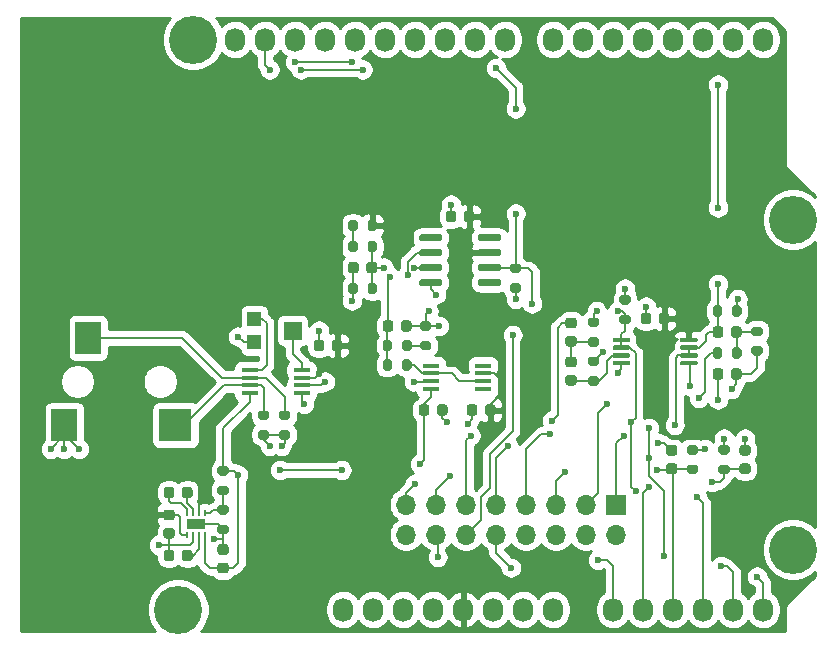
<source format=gbr>
G04 #@! TF.GenerationSoftware,KiCad,Pcbnew,(5.1.8)-1*
G04 #@! TF.CreationDate,2021-03-26T14:12:46-05:00*
G04 #@! TF.ProjectId,Shield,53686965-6c64-42e6-9b69-6361645f7063,rev?*
G04 #@! TF.SameCoordinates,Original*
G04 #@! TF.FileFunction,Copper,L1,Top*
G04 #@! TF.FilePolarity,Positive*
%FSLAX46Y46*%
G04 Gerber Fmt 4.6, Leading zero omitted, Abs format (unit mm)*
G04 Created by KiCad (PCBNEW (5.1.8)-1) date 2021-03-26 14:12:46*
%MOMM*%
%LPD*%
G01*
G04 APERTURE LIST*
G04 #@! TA.AperFunction,SMDPad,CuDef*
%ADD10R,1.450000X0.450000*%
G04 #@! TD*
G04 #@! TA.AperFunction,SMDPad,CuDef*
%ADD11R,0.250000X0.500000*%
G04 #@! TD*
G04 #@! TA.AperFunction,SMDPad,CuDef*
%ADD12R,1.600000X0.900000*%
G04 #@! TD*
G04 #@! TA.AperFunction,ComponentPad*
%ADD13O,1.700000X1.700000*%
G04 #@! TD*
G04 #@! TA.AperFunction,ComponentPad*
%ADD14R,1.700000X1.700000*%
G04 #@! TD*
G04 #@! TA.AperFunction,SMDPad,CuDef*
%ADD15R,1.200000X1.200000*%
G04 #@! TD*
G04 #@! TA.AperFunction,SMDPad,CuDef*
%ADD16R,1.500000X1.600000*%
G04 #@! TD*
G04 #@! TA.AperFunction,SMDPad,CuDef*
%ADD17R,2.800000X2.800000*%
G04 #@! TD*
G04 #@! TA.AperFunction,SMDPad,CuDef*
%ADD18R,2.200000X2.800000*%
G04 #@! TD*
G04 #@! TA.AperFunction,ComponentPad*
%ADD19O,1.727200X2.032000*%
G04 #@! TD*
G04 #@! TA.AperFunction,ComponentPad*
%ADD20C,4.064000*%
G04 #@! TD*
G04 #@! TA.AperFunction,ViaPad*
%ADD21C,0.600000*%
G04 #@! TD*
G04 #@! TA.AperFunction,Conductor*
%ADD22C,0.200000*%
G04 #@! TD*
G04 #@! TA.AperFunction,Conductor*
%ADD23C,0.254000*%
G04 #@! TD*
G04 #@! TA.AperFunction,Conductor*
%ADD24C,0.100000*%
G04 #@! TD*
G04 APERTURE END LIST*
D10*
X150790000Y-103165000D03*
X150790000Y-103815000D03*
X150790000Y-104465000D03*
X150790000Y-105115000D03*
X146390000Y-105115000D03*
X146390000Y-104465000D03*
X146390000Y-103815000D03*
X146390000Y-103165000D03*
G04 #@! TA.AperFunction,SMDPad,CuDef*
G36*
G01*
X140164000Y-92816000D02*
X140164000Y-93366000D01*
G75*
G02*
X139964000Y-93566000I-200000J0D01*
G01*
X139564000Y-93566000D01*
G75*
G02*
X139364000Y-93366000I0J200000D01*
G01*
X139364000Y-92816000D01*
G75*
G02*
X139564000Y-92616000I200000J0D01*
G01*
X139964000Y-92616000D01*
G75*
G02*
X140164000Y-92816000I0J-200000D01*
G01*
G37*
G04 #@! TD.AperFunction*
G04 #@! TA.AperFunction,SMDPad,CuDef*
G36*
G01*
X141814000Y-92816000D02*
X141814000Y-93366000D01*
G75*
G02*
X141614000Y-93566000I-200000J0D01*
G01*
X141214000Y-93566000D01*
G75*
G02*
X141014000Y-93366000I0J200000D01*
G01*
X141014000Y-92816000D01*
G75*
G02*
X141214000Y-92616000I200000J0D01*
G01*
X141614000Y-92616000D01*
G75*
G02*
X141814000Y-92816000I0J-200000D01*
G01*
G37*
G04 #@! TD.AperFunction*
D11*
X126761000Y-115636000D03*
X127261000Y-115636000D03*
X127261000Y-117536000D03*
X126261000Y-117536000D03*
X125761000Y-117536000D03*
D12*
X126511000Y-116586000D03*
D11*
X125761000Y-115636000D03*
X126261000Y-115636000D03*
X126761000Y-117536000D03*
G04 #@! TA.AperFunction,SMDPad,CuDef*
G36*
G01*
X150344000Y-92479000D02*
X150344000Y-92179000D01*
G75*
G02*
X150494000Y-92029000I150000J0D01*
G01*
X152144000Y-92029000D01*
G75*
G02*
X152294000Y-92179000I0J-150000D01*
G01*
X152294000Y-92479000D01*
G75*
G02*
X152144000Y-92629000I-150000J0D01*
G01*
X150494000Y-92629000D01*
G75*
G02*
X150344000Y-92479000I0J150000D01*
G01*
G37*
G04 #@! TD.AperFunction*
G04 #@! TA.AperFunction,SMDPad,CuDef*
G36*
G01*
X150344000Y-93749000D02*
X150344000Y-93449000D01*
G75*
G02*
X150494000Y-93299000I150000J0D01*
G01*
X152144000Y-93299000D01*
G75*
G02*
X152294000Y-93449000I0J-150000D01*
G01*
X152294000Y-93749000D01*
G75*
G02*
X152144000Y-93899000I-150000J0D01*
G01*
X150494000Y-93899000D01*
G75*
G02*
X150344000Y-93749000I0J150000D01*
G01*
G37*
G04 #@! TD.AperFunction*
G04 #@! TA.AperFunction,SMDPad,CuDef*
G36*
G01*
X150344000Y-95019000D02*
X150344000Y-94719000D01*
G75*
G02*
X150494000Y-94569000I150000J0D01*
G01*
X152144000Y-94569000D01*
G75*
G02*
X152294000Y-94719000I0J-150000D01*
G01*
X152294000Y-95019000D01*
G75*
G02*
X152144000Y-95169000I-150000J0D01*
G01*
X150494000Y-95169000D01*
G75*
G02*
X150344000Y-95019000I0J150000D01*
G01*
G37*
G04 #@! TD.AperFunction*
G04 #@! TA.AperFunction,SMDPad,CuDef*
G36*
G01*
X150344000Y-96289000D02*
X150344000Y-95989000D01*
G75*
G02*
X150494000Y-95839000I150000J0D01*
G01*
X152144000Y-95839000D01*
G75*
G02*
X152294000Y-95989000I0J-150000D01*
G01*
X152294000Y-96289000D01*
G75*
G02*
X152144000Y-96439000I-150000J0D01*
G01*
X150494000Y-96439000D01*
G75*
G02*
X150344000Y-96289000I0J150000D01*
G01*
G37*
G04 #@! TD.AperFunction*
G04 #@! TA.AperFunction,SMDPad,CuDef*
G36*
G01*
X145394000Y-96289000D02*
X145394000Y-95989000D01*
G75*
G02*
X145544000Y-95839000I150000J0D01*
G01*
X147194000Y-95839000D01*
G75*
G02*
X147344000Y-95989000I0J-150000D01*
G01*
X147344000Y-96289000D01*
G75*
G02*
X147194000Y-96439000I-150000J0D01*
G01*
X145544000Y-96439000D01*
G75*
G02*
X145394000Y-96289000I0J150000D01*
G01*
G37*
G04 #@! TD.AperFunction*
G04 #@! TA.AperFunction,SMDPad,CuDef*
G36*
G01*
X145394000Y-95019000D02*
X145394000Y-94719000D01*
G75*
G02*
X145544000Y-94569000I150000J0D01*
G01*
X147194000Y-94569000D01*
G75*
G02*
X147344000Y-94719000I0J-150000D01*
G01*
X147344000Y-95019000D01*
G75*
G02*
X147194000Y-95169000I-150000J0D01*
G01*
X145544000Y-95169000D01*
G75*
G02*
X145394000Y-95019000I0J150000D01*
G01*
G37*
G04 #@! TD.AperFunction*
G04 #@! TA.AperFunction,SMDPad,CuDef*
G36*
G01*
X145394000Y-93749000D02*
X145394000Y-93449000D01*
G75*
G02*
X145544000Y-93299000I150000J0D01*
G01*
X147194000Y-93299000D01*
G75*
G02*
X147344000Y-93449000I0J-150000D01*
G01*
X147344000Y-93749000D01*
G75*
G02*
X147194000Y-93899000I-150000J0D01*
G01*
X145544000Y-93899000D01*
G75*
G02*
X145394000Y-93749000I0J150000D01*
G01*
G37*
G04 #@! TD.AperFunction*
G04 #@! TA.AperFunction,SMDPad,CuDef*
G36*
G01*
X145394000Y-92479000D02*
X145394000Y-92179000D01*
G75*
G02*
X145544000Y-92029000I150000J0D01*
G01*
X147194000Y-92029000D01*
G75*
G02*
X147344000Y-92179000I0J-150000D01*
G01*
X147344000Y-92479000D01*
G75*
G02*
X147194000Y-92629000I-150000J0D01*
G01*
X145544000Y-92629000D01*
G75*
G02*
X145394000Y-92479000I0J150000D01*
G01*
G37*
G04 #@! TD.AperFunction*
G04 #@! TA.AperFunction,SMDPad,CuDef*
G36*
G01*
X128503000Y-116630000D02*
X129053000Y-116630000D01*
G75*
G02*
X129253000Y-116830000I0J-200000D01*
G01*
X129253000Y-117230000D01*
G75*
G02*
X129053000Y-117430000I-200000J0D01*
G01*
X128503000Y-117430000D01*
G75*
G02*
X128303000Y-117230000I0J200000D01*
G01*
X128303000Y-116830000D01*
G75*
G02*
X128503000Y-116630000I200000J0D01*
G01*
G37*
G04 #@! TD.AperFunction*
G04 #@! TA.AperFunction,SMDPad,CuDef*
G36*
G01*
X128503000Y-114980000D02*
X129053000Y-114980000D01*
G75*
G02*
X129253000Y-115180000I0J-200000D01*
G01*
X129253000Y-115580000D01*
G75*
G02*
X129053000Y-115780000I-200000J0D01*
G01*
X128503000Y-115780000D01*
G75*
G02*
X128303000Y-115580000I0J200000D01*
G01*
X128303000Y-115180000D01*
G75*
G02*
X128503000Y-114980000I200000J0D01*
G01*
G37*
G04 #@! TD.AperFunction*
G04 #@! TA.AperFunction,SMDPad,CuDef*
G36*
G01*
X129053000Y-112478000D02*
X128503000Y-112478000D01*
G75*
G02*
X128303000Y-112278000I0J200000D01*
G01*
X128303000Y-111878000D01*
G75*
G02*
X128503000Y-111678000I200000J0D01*
G01*
X129053000Y-111678000D01*
G75*
G02*
X129253000Y-111878000I0J-200000D01*
G01*
X129253000Y-112278000D01*
G75*
G02*
X129053000Y-112478000I-200000J0D01*
G01*
G37*
G04 #@! TD.AperFunction*
G04 #@! TA.AperFunction,SMDPad,CuDef*
G36*
G01*
X129053000Y-114128000D02*
X128503000Y-114128000D01*
G75*
G02*
X128303000Y-113928000I0J200000D01*
G01*
X128303000Y-113528000D01*
G75*
G02*
X128503000Y-113328000I200000J0D01*
G01*
X129053000Y-113328000D01*
G75*
G02*
X129253000Y-113528000I0J-200000D01*
G01*
X129253000Y-113928000D01*
G75*
G02*
X129053000Y-114128000I-200000J0D01*
G01*
G37*
G04 #@! TD.AperFunction*
G04 #@! TA.AperFunction,SMDPad,CuDef*
G36*
G01*
X153268000Y-96183000D02*
X153818000Y-96183000D01*
G75*
G02*
X154018000Y-96383000I0J-200000D01*
G01*
X154018000Y-96783000D01*
G75*
G02*
X153818000Y-96983000I-200000J0D01*
G01*
X153268000Y-96983000D01*
G75*
G02*
X153068000Y-96783000I0J200000D01*
G01*
X153068000Y-96383000D01*
G75*
G02*
X153268000Y-96183000I200000J0D01*
G01*
G37*
G04 #@! TD.AperFunction*
G04 #@! TA.AperFunction,SMDPad,CuDef*
G36*
G01*
X153268000Y-94533000D02*
X153818000Y-94533000D01*
G75*
G02*
X154018000Y-94733000I0J-200000D01*
G01*
X154018000Y-95133000D01*
G75*
G02*
X153818000Y-95333000I-200000J0D01*
G01*
X153268000Y-95333000D01*
G75*
G02*
X153068000Y-95133000I0J200000D01*
G01*
X153068000Y-94733000D01*
G75*
G02*
X153268000Y-94533000I200000J0D01*
G01*
G37*
G04 #@! TD.AperFunction*
G04 #@! TA.AperFunction,SMDPad,CuDef*
G36*
G01*
X145648000Y-101072000D02*
X146198000Y-101072000D01*
G75*
G02*
X146398000Y-101272000I0J-200000D01*
G01*
X146398000Y-101672000D01*
G75*
G02*
X146198000Y-101872000I-200000J0D01*
G01*
X145648000Y-101872000D01*
G75*
G02*
X145448000Y-101672000I0J200000D01*
G01*
X145448000Y-101272000D01*
G75*
G02*
X145648000Y-101072000I200000J0D01*
G01*
G37*
G04 #@! TD.AperFunction*
G04 #@! TA.AperFunction,SMDPad,CuDef*
G36*
G01*
X145648000Y-99422000D02*
X146198000Y-99422000D01*
G75*
G02*
X146398000Y-99622000I0J-200000D01*
G01*
X146398000Y-100022000D01*
G75*
G02*
X146198000Y-100222000I-200000J0D01*
G01*
X145648000Y-100222000D01*
G75*
G02*
X145448000Y-100022000I0J200000D01*
G01*
X145448000Y-99622000D01*
G75*
G02*
X145648000Y-99422000I200000J0D01*
G01*
G37*
G04 #@! TD.AperFunction*
G04 #@! TA.AperFunction,SMDPad,CuDef*
G36*
G01*
X143085000Y-101198000D02*
X143085000Y-101748000D01*
G75*
G02*
X142885000Y-101948000I-200000J0D01*
G01*
X142485000Y-101948000D01*
G75*
G02*
X142285000Y-101748000I0J200000D01*
G01*
X142285000Y-101198000D01*
G75*
G02*
X142485000Y-100998000I200000J0D01*
G01*
X142885000Y-100998000D01*
G75*
G02*
X143085000Y-101198000I0J-200000D01*
G01*
G37*
G04 #@! TD.AperFunction*
G04 #@! TA.AperFunction,SMDPad,CuDef*
G36*
G01*
X144735000Y-101198000D02*
X144735000Y-101748000D01*
G75*
G02*
X144535000Y-101948000I-200000J0D01*
G01*
X144135000Y-101948000D01*
G75*
G02*
X143935000Y-101748000I0J200000D01*
G01*
X143935000Y-101198000D01*
G75*
G02*
X144135000Y-100998000I200000J0D01*
G01*
X144535000Y-100998000D01*
G75*
G02*
X144735000Y-101198000I0J-200000D01*
G01*
G37*
G04 #@! TD.AperFunction*
G04 #@! TA.AperFunction,SMDPad,CuDef*
G36*
G01*
X143935000Y-103399000D02*
X143935000Y-102849000D01*
G75*
G02*
X144135000Y-102649000I200000J0D01*
G01*
X144535000Y-102649000D01*
G75*
G02*
X144735000Y-102849000I0J-200000D01*
G01*
X144735000Y-103399000D01*
G75*
G02*
X144535000Y-103599000I-200000J0D01*
G01*
X144135000Y-103599000D01*
G75*
G02*
X143935000Y-103399000I0J200000D01*
G01*
G37*
G04 #@! TD.AperFunction*
G04 #@! TA.AperFunction,SMDPad,CuDef*
G36*
G01*
X142285000Y-103399000D02*
X142285000Y-102849000D01*
G75*
G02*
X142485000Y-102649000I200000J0D01*
G01*
X142885000Y-102649000D01*
G75*
G02*
X143085000Y-102849000I0J-200000D01*
G01*
X143085000Y-103399000D01*
G75*
G02*
X142885000Y-103599000I-200000J0D01*
G01*
X142485000Y-103599000D01*
G75*
G02*
X142285000Y-103399000I0J200000D01*
G01*
G37*
G04 #@! TD.AperFunction*
G04 #@! TA.AperFunction,SMDPad,CuDef*
G36*
G01*
X140164000Y-96372000D02*
X140164000Y-96922000D01*
G75*
G02*
X139964000Y-97122000I-200000J0D01*
G01*
X139564000Y-97122000D01*
G75*
G02*
X139364000Y-96922000I0J200000D01*
G01*
X139364000Y-96372000D01*
G75*
G02*
X139564000Y-96172000I200000J0D01*
G01*
X139964000Y-96172000D01*
G75*
G02*
X140164000Y-96372000I0J-200000D01*
G01*
G37*
G04 #@! TD.AperFunction*
G04 #@! TA.AperFunction,SMDPad,CuDef*
G36*
G01*
X141814000Y-96372000D02*
X141814000Y-96922000D01*
G75*
G02*
X141614000Y-97122000I-200000J0D01*
G01*
X141214000Y-97122000D01*
G75*
G02*
X141014000Y-96922000I0J200000D01*
G01*
X141014000Y-96372000D01*
G75*
G02*
X141214000Y-96172000I200000J0D01*
G01*
X141614000Y-96172000D01*
G75*
G02*
X141814000Y-96372000I0J-200000D01*
G01*
G37*
G04 #@! TD.AperFunction*
G04 #@! TA.AperFunction,SMDPad,CuDef*
G36*
G01*
X132482000Y-107779000D02*
X131932000Y-107779000D01*
G75*
G02*
X131732000Y-107579000I0J200000D01*
G01*
X131732000Y-107179000D01*
G75*
G02*
X131932000Y-106979000I200000J0D01*
G01*
X132482000Y-106979000D01*
G75*
G02*
X132682000Y-107179000I0J-200000D01*
G01*
X132682000Y-107579000D01*
G75*
G02*
X132482000Y-107779000I-200000J0D01*
G01*
G37*
G04 #@! TD.AperFunction*
G04 #@! TA.AperFunction,SMDPad,CuDef*
G36*
G01*
X132482000Y-109429000D02*
X131932000Y-109429000D01*
G75*
G02*
X131732000Y-109229000I0J200000D01*
G01*
X131732000Y-108829000D01*
G75*
G02*
X131932000Y-108629000I200000J0D01*
G01*
X132482000Y-108629000D01*
G75*
G02*
X132682000Y-108829000I0J-200000D01*
G01*
X132682000Y-109229000D01*
G75*
G02*
X132482000Y-109429000I-200000J0D01*
G01*
G37*
G04 #@! TD.AperFunction*
G04 #@! TA.AperFunction,SMDPad,CuDef*
G36*
G01*
X134260000Y-107779000D02*
X133710000Y-107779000D01*
G75*
G02*
X133510000Y-107579000I0J200000D01*
G01*
X133510000Y-107179000D01*
G75*
G02*
X133710000Y-106979000I200000J0D01*
G01*
X134260000Y-106979000D01*
G75*
G02*
X134460000Y-107179000I0J-200000D01*
G01*
X134460000Y-107579000D01*
G75*
G02*
X134260000Y-107779000I-200000J0D01*
G01*
G37*
G04 #@! TD.AperFunction*
G04 #@! TA.AperFunction,SMDPad,CuDef*
G36*
G01*
X134260000Y-109429000D02*
X133710000Y-109429000D01*
G75*
G02*
X133510000Y-109229000I0J200000D01*
G01*
X133510000Y-108829000D01*
G75*
G02*
X133710000Y-108629000I200000J0D01*
G01*
X134260000Y-108629000D01*
G75*
G02*
X134460000Y-108829000I0J-200000D01*
G01*
X134460000Y-109229000D01*
G75*
G02*
X134260000Y-109429000I-200000J0D01*
G01*
G37*
G04 #@! TD.AperFunction*
G04 #@! TA.AperFunction,SMDPad,CuDef*
G36*
G01*
X141014000Y-91588000D02*
X141014000Y-91038000D01*
G75*
G02*
X141214000Y-90838000I200000J0D01*
G01*
X141614000Y-90838000D01*
G75*
G02*
X141814000Y-91038000I0J-200000D01*
G01*
X141814000Y-91588000D01*
G75*
G02*
X141614000Y-91788000I-200000J0D01*
G01*
X141214000Y-91788000D01*
G75*
G02*
X141014000Y-91588000I0J200000D01*
G01*
G37*
G04 #@! TD.AperFunction*
G04 #@! TA.AperFunction,SMDPad,CuDef*
G36*
G01*
X139364000Y-91588000D02*
X139364000Y-91038000D01*
G75*
G02*
X139564000Y-90838000I200000J0D01*
G01*
X139964000Y-90838000D01*
G75*
G02*
X140164000Y-91038000I0J-200000D01*
G01*
X140164000Y-91588000D01*
G75*
G02*
X139964000Y-91788000I-200000J0D01*
G01*
X139564000Y-91788000D01*
G75*
G02*
X139364000Y-91588000I0J200000D01*
G01*
G37*
G04 #@! TD.AperFunction*
G04 #@! TA.AperFunction,SMDPad,CuDef*
G36*
G01*
X128528000Y-119845000D02*
X129028000Y-119845000D01*
G75*
G02*
X129253000Y-120070000I0J-225000D01*
G01*
X129253000Y-120520000D01*
G75*
G02*
X129028000Y-120745000I-225000J0D01*
G01*
X128528000Y-120745000D01*
G75*
G02*
X128303000Y-120520000I0J225000D01*
G01*
X128303000Y-120070000D01*
G75*
G02*
X128528000Y-119845000I225000J0D01*
G01*
G37*
G04 #@! TD.AperFunction*
G04 #@! TA.AperFunction,SMDPad,CuDef*
G36*
G01*
X128528000Y-118295000D02*
X129028000Y-118295000D01*
G75*
G02*
X129253000Y-118520000I0J-225000D01*
G01*
X129253000Y-118970000D01*
G75*
G02*
X129028000Y-119195000I-225000J0D01*
G01*
X128528000Y-119195000D01*
G75*
G02*
X128303000Y-118970000I0J225000D01*
G01*
X128303000Y-118520000D01*
G75*
G02*
X128528000Y-118295000I225000J0D01*
G01*
G37*
G04 #@! TD.AperFunction*
G04 #@! TA.AperFunction,SMDPad,CuDef*
G36*
G01*
X125293000Y-119503000D02*
X125293000Y-119003000D01*
G75*
G02*
X125518000Y-118778000I225000J0D01*
G01*
X125968000Y-118778000D01*
G75*
G02*
X126193000Y-119003000I0J-225000D01*
G01*
X126193000Y-119503000D01*
G75*
G02*
X125968000Y-119728000I-225000J0D01*
G01*
X125518000Y-119728000D01*
G75*
G02*
X125293000Y-119503000I0J225000D01*
G01*
G37*
G04 #@! TD.AperFunction*
G04 #@! TA.AperFunction,SMDPad,CuDef*
G36*
G01*
X123743000Y-119503000D02*
X123743000Y-119003000D01*
G75*
G02*
X123968000Y-118778000I225000J0D01*
G01*
X124418000Y-118778000D01*
G75*
G02*
X124643000Y-119003000I0J-225000D01*
G01*
X124643000Y-119503000D01*
G75*
G02*
X124418000Y-119728000I-225000J0D01*
G01*
X123968000Y-119728000D01*
G75*
G02*
X123743000Y-119503000I0J225000D01*
G01*
G37*
G04 #@! TD.AperFunction*
G04 #@! TA.AperFunction,SMDPad,CuDef*
G36*
G01*
X124643000Y-113669000D02*
X124643000Y-114169000D01*
G75*
G02*
X124418000Y-114394000I-225000J0D01*
G01*
X123968000Y-114394000D01*
G75*
G02*
X123743000Y-114169000I0J225000D01*
G01*
X123743000Y-113669000D01*
G75*
G02*
X123968000Y-113444000I225000J0D01*
G01*
X124418000Y-113444000D01*
G75*
G02*
X124643000Y-113669000I0J-225000D01*
G01*
G37*
G04 #@! TD.AperFunction*
G04 #@! TA.AperFunction,SMDPad,CuDef*
G36*
G01*
X126193000Y-113669000D02*
X126193000Y-114169000D01*
G75*
G02*
X125968000Y-114394000I-225000J0D01*
G01*
X125518000Y-114394000D01*
G75*
G02*
X125293000Y-114169000I0J225000D01*
G01*
X125293000Y-113669000D01*
G75*
G02*
X125518000Y-113444000I225000J0D01*
G01*
X125968000Y-113444000D01*
G75*
G02*
X126193000Y-113669000I0J-225000D01*
G01*
G37*
G04 #@! TD.AperFunction*
G04 #@! TA.AperFunction,SMDPad,CuDef*
G36*
G01*
X124456000Y-116261000D02*
X123956000Y-116261000D01*
G75*
G02*
X123731000Y-116036000I0J225000D01*
G01*
X123731000Y-115586000D01*
G75*
G02*
X123956000Y-115361000I225000J0D01*
G01*
X124456000Y-115361000D01*
G75*
G02*
X124681000Y-115586000I0J-225000D01*
G01*
X124681000Y-116036000D01*
G75*
G02*
X124456000Y-116261000I-225000J0D01*
G01*
G37*
G04 #@! TD.AperFunction*
G04 #@! TA.AperFunction,SMDPad,CuDef*
G36*
G01*
X124456000Y-117811000D02*
X123956000Y-117811000D01*
G75*
G02*
X123731000Y-117586000I0J225000D01*
G01*
X123731000Y-117136000D01*
G75*
G02*
X123956000Y-116911000I225000J0D01*
G01*
X124456000Y-116911000D01*
G75*
G02*
X124681000Y-117136000I0J-225000D01*
G01*
X124681000Y-117586000D01*
G75*
G02*
X124456000Y-117811000I-225000J0D01*
G01*
G37*
G04 #@! TD.AperFunction*
G04 #@! TA.AperFunction,SMDPad,CuDef*
G36*
G01*
X143185000Y-99572000D02*
X143185000Y-100072000D01*
G75*
G02*
X142960000Y-100297000I-225000J0D01*
G01*
X142510000Y-100297000D01*
G75*
G02*
X142285000Y-100072000I0J225000D01*
G01*
X142285000Y-99572000D01*
G75*
G02*
X142510000Y-99347000I225000J0D01*
G01*
X142960000Y-99347000D01*
G75*
G02*
X143185000Y-99572000I0J-225000D01*
G01*
G37*
G04 #@! TD.AperFunction*
G04 #@! TA.AperFunction,SMDPad,CuDef*
G36*
G01*
X144735000Y-99572000D02*
X144735000Y-100072000D01*
G75*
G02*
X144510000Y-100297000I-225000J0D01*
G01*
X144060000Y-100297000D01*
G75*
G02*
X143835000Y-100072000I0J225000D01*
G01*
X143835000Y-99572000D01*
G75*
G02*
X144060000Y-99347000I225000J0D01*
G01*
X144510000Y-99347000D01*
G75*
G02*
X144735000Y-99572000I0J-225000D01*
G01*
G37*
G04 #@! TD.AperFunction*
G04 #@! TA.AperFunction,SMDPad,CuDef*
G36*
G01*
X146233000Y-106684000D02*
X146233000Y-107184000D01*
G75*
G02*
X146008000Y-107409000I-225000J0D01*
G01*
X145558000Y-107409000D01*
G75*
G02*
X145333000Y-107184000I0J225000D01*
G01*
X145333000Y-106684000D01*
G75*
G02*
X145558000Y-106459000I225000J0D01*
G01*
X146008000Y-106459000D01*
G75*
G02*
X146233000Y-106684000I0J-225000D01*
G01*
G37*
G04 #@! TD.AperFunction*
G04 #@! TA.AperFunction,SMDPad,CuDef*
G36*
G01*
X147783000Y-106684000D02*
X147783000Y-107184000D01*
G75*
G02*
X147558000Y-107409000I-225000J0D01*
G01*
X147108000Y-107409000D01*
G75*
G02*
X146883000Y-107184000I0J225000D01*
G01*
X146883000Y-106684000D01*
G75*
G02*
X147108000Y-106459000I225000J0D01*
G01*
X147558000Y-106459000D01*
G75*
G02*
X147783000Y-106684000I0J-225000D01*
G01*
G37*
G04 #@! TD.AperFunction*
G04 #@! TA.AperFunction,SMDPad,CuDef*
G36*
G01*
X140914000Y-95119000D02*
X140914000Y-94619000D01*
G75*
G02*
X141139000Y-94394000I225000J0D01*
G01*
X141589000Y-94394000D01*
G75*
G02*
X141814000Y-94619000I0J-225000D01*
G01*
X141814000Y-95119000D01*
G75*
G02*
X141589000Y-95344000I-225000J0D01*
G01*
X141139000Y-95344000D01*
G75*
G02*
X140914000Y-95119000I0J225000D01*
G01*
G37*
G04 #@! TD.AperFunction*
G04 #@! TA.AperFunction,SMDPad,CuDef*
G36*
G01*
X139364000Y-95119000D02*
X139364000Y-94619000D01*
G75*
G02*
X139589000Y-94394000I225000J0D01*
G01*
X140039000Y-94394000D01*
G75*
G02*
X140264000Y-94619000I0J-225000D01*
G01*
X140264000Y-95119000D01*
G75*
G02*
X140039000Y-95344000I-225000J0D01*
G01*
X139589000Y-95344000D01*
G75*
G02*
X139364000Y-95119000I0J225000D01*
G01*
G37*
G04 #@! TD.AperFunction*
G04 #@! TA.AperFunction,SMDPad,CuDef*
G36*
G01*
X150947000Y-107184000D02*
X150947000Y-106684000D01*
G75*
G02*
X151172000Y-106459000I225000J0D01*
G01*
X151622000Y-106459000D01*
G75*
G02*
X151847000Y-106684000I0J-225000D01*
G01*
X151847000Y-107184000D01*
G75*
G02*
X151622000Y-107409000I-225000J0D01*
G01*
X151172000Y-107409000D01*
G75*
G02*
X150947000Y-107184000I0J225000D01*
G01*
G37*
G04 #@! TD.AperFunction*
G04 #@! TA.AperFunction,SMDPad,CuDef*
G36*
G01*
X149397000Y-107184000D02*
X149397000Y-106684000D01*
G75*
G02*
X149622000Y-106459000I225000J0D01*
G01*
X150072000Y-106459000D01*
G75*
G02*
X150297000Y-106684000I0J-225000D01*
G01*
X150297000Y-107184000D01*
G75*
G02*
X150072000Y-107409000I-225000J0D01*
G01*
X149622000Y-107409000D01*
G75*
G02*
X149397000Y-107184000I0J225000D01*
G01*
G37*
G04 #@! TD.AperFunction*
G04 #@! TA.AperFunction,SMDPad,CuDef*
G36*
G01*
X149169000Y-90801000D02*
X149169000Y-90301000D01*
G75*
G02*
X149394000Y-90076000I225000J0D01*
G01*
X149844000Y-90076000D01*
G75*
G02*
X150069000Y-90301000I0J-225000D01*
G01*
X150069000Y-90801000D01*
G75*
G02*
X149844000Y-91026000I-225000J0D01*
G01*
X149394000Y-91026000D01*
G75*
G02*
X149169000Y-90801000I0J225000D01*
G01*
G37*
G04 #@! TD.AperFunction*
G04 #@! TA.AperFunction,SMDPad,CuDef*
G36*
G01*
X147619000Y-90801000D02*
X147619000Y-90301000D01*
G75*
G02*
X147844000Y-90076000I225000J0D01*
G01*
X148294000Y-90076000D01*
G75*
G02*
X148519000Y-90301000I0J-225000D01*
G01*
X148519000Y-90801000D01*
G75*
G02*
X148294000Y-91026000I-225000J0D01*
G01*
X147844000Y-91026000D01*
G75*
G02*
X147619000Y-90801000I0J225000D01*
G01*
G37*
G04 #@! TD.AperFunction*
D13*
X144272000Y-117475000D03*
X144272000Y-114935000D03*
X146812000Y-117475000D03*
X146812000Y-114935000D03*
X149352000Y-117475000D03*
X149352000Y-114935000D03*
X151892000Y-117475000D03*
X151892000Y-114935000D03*
X154432000Y-117475000D03*
X154432000Y-114935000D03*
X156972000Y-117475000D03*
X156972000Y-114935000D03*
X159512000Y-117475000D03*
X159512000Y-114935000D03*
X162052000Y-117475000D03*
D14*
X162052000Y-114935000D03*
G04 #@! TA.AperFunction,SMDPad,CuDef*
G36*
G01*
X167479000Y-101106000D02*
X167479000Y-100906000D01*
G75*
G02*
X167579000Y-100806000I100000J0D01*
G01*
X168854000Y-100806000D01*
G75*
G02*
X168954000Y-100906000I0J-100000D01*
G01*
X168954000Y-101106000D01*
G75*
G02*
X168854000Y-101206000I-100000J0D01*
G01*
X167579000Y-101206000D01*
G75*
G02*
X167479000Y-101106000I0J100000D01*
G01*
G37*
G04 #@! TD.AperFunction*
G04 #@! TA.AperFunction,SMDPad,CuDef*
G36*
G01*
X167479000Y-101756000D02*
X167479000Y-101556000D01*
G75*
G02*
X167579000Y-101456000I100000J0D01*
G01*
X168854000Y-101456000D01*
G75*
G02*
X168954000Y-101556000I0J-100000D01*
G01*
X168954000Y-101756000D01*
G75*
G02*
X168854000Y-101856000I-100000J0D01*
G01*
X167579000Y-101856000D01*
G75*
G02*
X167479000Y-101756000I0J100000D01*
G01*
G37*
G04 #@! TD.AperFunction*
G04 #@! TA.AperFunction,SMDPad,CuDef*
G36*
G01*
X167479000Y-102406000D02*
X167479000Y-102206000D01*
G75*
G02*
X167579000Y-102106000I100000J0D01*
G01*
X168854000Y-102106000D01*
G75*
G02*
X168954000Y-102206000I0J-100000D01*
G01*
X168954000Y-102406000D01*
G75*
G02*
X168854000Y-102506000I-100000J0D01*
G01*
X167579000Y-102506000D01*
G75*
G02*
X167479000Y-102406000I0J100000D01*
G01*
G37*
G04 #@! TD.AperFunction*
G04 #@! TA.AperFunction,SMDPad,CuDef*
G36*
G01*
X167479000Y-103056000D02*
X167479000Y-102856000D01*
G75*
G02*
X167579000Y-102756000I100000J0D01*
G01*
X168854000Y-102756000D01*
G75*
G02*
X168954000Y-102856000I0J-100000D01*
G01*
X168954000Y-103056000D01*
G75*
G02*
X168854000Y-103156000I-100000J0D01*
G01*
X167579000Y-103156000D01*
G75*
G02*
X167479000Y-103056000I0J100000D01*
G01*
G37*
G04 #@! TD.AperFunction*
G04 #@! TA.AperFunction,SMDPad,CuDef*
G36*
G01*
X161754000Y-103056000D02*
X161754000Y-102856000D01*
G75*
G02*
X161854000Y-102756000I100000J0D01*
G01*
X163129000Y-102756000D01*
G75*
G02*
X163229000Y-102856000I0J-100000D01*
G01*
X163229000Y-103056000D01*
G75*
G02*
X163129000Y-103156000I-100000J0D01*
G01*
X161854000Y-103156000D01*
G75*
G02*
X161754000Y-103056000I0J100000D01*
G01*
G37*
G04 #@! TD.AperFunction*
G04 #@! TA.AperFunction,SMDPad,CuDef*
G36*
G01*
X161754000Y-102406000D02*
X161754000Y-102206000D01*
G75*
G02*
X161854000Y-102106000I100000J0D01*
G01*
X163129000Y-102106000D01*
G75*
G02*
X163229000Y-102206000I0J-100000D01*
G01*
X163229000Y-102406000D01*
G75*
G02*
X163129000Y-102506000I-100000J0D01*
G01*
X161854000Y-102506000D01*
G75*
G02*
X161754000Y-102406000I0J100000D01*
G01*
G37*
G04 #@! TD.AperFunction*
G04 #@! TA.AperFunction,SMDPad,CuDef*
G36*
G01*
X161754000Y-101756000D02*
X161754000Y-101556000D01*
G75*
G02*
X161854000Y-101456000I100000J0D01*
G01*
X163129000Y-101456000D01*
G75*
G02*
X163229000Y-101556000I0J-100000D01*
G01*
X163229000Y-101756000D01*
G75*
G02*
X163129000Y-101856000I-100000J0D01*
G01*
X161854000Y-101856000D01*
G75*
G02*
X161754000Y-101756000I0J100000D01*
G01*
G37*
G04 #@! TD.AperFunction*
G04 #@! TA.AperFunction,SMDPad,CuDef*
G36*
G01*
X161754000Y-101106000D02*
X161754000Y-100906000D01*
G75*
G02*
X161854000Y-100806000I100000J0D01*
G01*
X163129000Y-100806000D01*
G75*
G02*
X163229000Y-100906000I0J-100000D01*
G01*
X163229000Y-101106000D01*
G75*
G02*
X163129000Y-101206000I-100000J0D01*
G01*
X161854000Y-101206000D01*
G75*
G02*
X161754000Y-101106000I0J100000D01*
G01*
G37*
G04 #@! TD.AperFunction*
D10*
X135423000Y-103546000D03*
X135423000Y-104196000D03*
X135423000Y-104846000D03*
X135423000Y-105496000D03*
X131023000Y-105496000D03*
X131023000Y-104846000D03*
X131023000Y-104196000D03*
X131023000Y-103546000D03*
G04 #@! TA.AperFunction,SMDPad,CuDef*
G36*
G01*
X171025000Y-98277000D02*
X171025000Y-98827000D01*
G75*
G02*
X170825000Y-99027000I-200000J0D01*
G01*
X170425000Y-99027000D01*
G75*
G02*
X170225000Y-98827000I0J200000D01*
G01*
X170225000Y-98277000D01*
G75*
G02*
X170425000Y-98077000I200000J0D01*
G01*
X170825000Y-98077000D01*
G75*
G02*
X171025000Y-98277000I0J-200000D01*
G01*
G37*
G04 #@! TD.AperFunction*
G04 #@! TA.AperFunction,SMDPad,CuDef*
G36*
G01*
X172675000Y-98277000D02*
X172675000Y-98827000D01*
G75*
G02*
X172475000Y-99027000I-200000J0D01*
G01*
X172075000Y-99027000D01*
G75*
G02*
X171875000Y-98827000I0J200000D01*
G01*
X171875000Y-98277000D01*
G75*
G02*
X172075000Y-98077000I200000J0D01*
G01*
X172475000Y-98077000D01*
G75*
G02*
X172675000Y-98277000I0J-200000D01*
G01*
G37*
G04 #@! TD.AperFunction*
G04 #@! TA.AperFunction,SMDPad,CuDef*
G36*
G01*
X173715000Y-101517000D02*
X174265000Y-101517000D01*
G75*
G02*
X174465000Y-101717000I0J-200000D01*
G01*
X174465000Y-102117000D01*
G75*
G02*
X174265000Y-102317000I-200000J0D01*
G01*
X173715000Y-102317000D01*
G75*
G02*
X173515000Y-102117000I0J200000D01*
G01*
X173515000Y-101717000D01*
G75*
G02*
X173715000Y-101517000I200000J0D01*
G01*
G37*
G04 #@! TD.AperFunction*
G04 #@! TA.AperFunction,SMDPad,CuDef*
G36*
G01*
X173715000Y-99867000D02*
X174265000Y-99867000D01*
G75*
G02*
X174465000Y-100067000I0J-200000D01*
G01*
X174465000Y-100467000D01*
G75*
G02*
X174265000Y-100667000I-200000J0D01*
G01*
X173715000Y-100667000D01*
G75*
G02*
X173515000Y-100467000I0J200000D01*
G01*
X173515000Y-100067000D01*
G75*
G02*
X173715000Y-99867000I200000J0D01*
G01*
G37*
G04 #@! TD.AperFunction*
G04 #@! TA.AperFunction,SMDPad,CuDef*
G36*
G01*
X171875000Y-102383000D02*
X171875000Y-101833000D01*
G75*
G02*
X172075000Y-101633000I200000J0D01*
G01*
X172475000Y-101633000D01*
G75*
G02*
X172675000Y-101833000I0J-200000D01*
G01*
X172675000Y-102383000D01*
G75*
G02*
X172475000Y-102583000I-200000J0D01*
G01*
X172075000Y-102583000D01*
G75*
G02*
X171875000Y-102383000I0J200000D01*
G01*
G37*
G04 #@! TD.AperFunction*
G04 #@! TA.AperFunction,SMDPad,CuDef*
G36*
G01*
X170225000Y-102383000D02*
X170225000Y-101833000D01*
G75*
G02*
X170425000Y-101633000I200000J0D01*
G01*
X170825000Y-101633000D01*
G75*
G02*
X171025000Y-101833000I0J-200000D01*
G01*
X171025000Y-102383000D01*
G75*
G02*
X170825000Y-102583000I-200000J0D01*
G01*
X170425000Y-102583000D01*
G75*
G02*
X170225000Y-102383000I0J200000D01*
G01*
G37*
G04 #@! TD.AperFunction*
G04 #@! TA.AperFunction,SMDPad,CuDef*
G36*
G01*
X170921000Y-111550000D02*
X171471000Y-111550000D01*
G75*
G02*
X171671000Y-111750000I0J-200000D01*
G01*
X171671000Y-112150000D01*
G75*
G02*
X171471000Y-112350000I-200000J0D01*
G01*
X170921000Y-112350000D01*
G75*
G02*
X170721000Y-112150000I0J200000D01*
G01*
X170721000Y-111750000D01*
G75*
G02*
X170921000Y-111550000I200000J0D01*
G01*
G37*
G04 #@! TD.AperFunction*
G04 #@! TA.AperFunction,SMDPad,CuDef*
G36*
G01*
X170921000Y-109900000D02*
X171471000Y-109900000D01*
G75*
G02*
X171671000Y-110100000I0J-200000D01*
G01*
X171671000Y-110500000D01*
G75*
G02*
X171471000Y-110700000I-200000J0D01*
G01*
X170921000Y-110700000D01*
G75*
G02*
X170721000Y-110500000I0J200000D01*
G01*
X170721000Y-110100000D01*
G75*
G02*
X170921000Y-109900000I200000J0D01*
G01*
G37*
G04 #@! TD.AperFunction*
G04 #@! TA.AperFunction,SMDPad,CuDef*
G36*
G01*
X162539000Y-98850000D02*
X163089000Y-98850000D01*
G75*
G02*
X163289000Y-99050000I0J-200000D01*
G01*
X163289000Y-99450000D01*
G75*
G02*
X163089000Y-99650000I-200000J0D01*
G01*
X162539000Y-99650000D01*
G75*
G02*
X162339000Y-99450000I0J200000D01*
G01*
X162339000Y-99050000D01*
G75*
G02*
X162539000Y-98850000I200000J0D01*
G01*
G37*
G04 #@! TD.AperFunction*
G04 #@! TA.AperFunction,SMDPad,CuDef*
G36*
G01*
X162539000Y-97200000D02*
X163089000Y-97200000D01*
G75*
G02*
X163289000Y-97400000I0J-200000D01*
G01*
X163289000Y-97800000D01*
G75*
G02*
X163089000Y-98000000I-200000J0D01*
G01*
X162539000Y-98000000D01*
G75*
G02*
X162339000Y-97800000I0J200000D01*
G01*
X162339000Y-97400000D01*
G75*
G02*
X162539000Y-97200000I200000J0D01*
G01*
G37*
G04 #@! TD.AperFunction*
G04 #@! TA.AperFunction,SMDPad,CuDef*
G36*
G01*
X160422000Y-103207000D02*
X159872000Y-103207000D01*
G75*
G02*
X159672000Y-103007000I0J200000D01*
G01*
X159672000Y-102607000D01*
G75*
G02*
X159872000Y-102407000I200000J0D01*
G01*
X160422000Y-102407000D01*
G75*
G02*
X160622000Y-102607000I0J-200000D01*
G01*
X160622000Y-103007000D01*
G75*
G02*
X160422000Y-103207000I-200000J0D01*
G01*
G37*
G04 #@! TD.AperFunction*
G04 #@! TA.AperFunction,SMDPad,CuDef*
G36*
G01*
X160422000Y-104857000D02*
X159872000Y-104857000D01*
G75*
G02*
X159672000Y-104657000I0J200000D01*
G01*
X159672000Y-104257000D01*
G75*
G02*
X159872000Y-104057000I200000J0D01*
G01*
X160422000Y-104057000D01*
G75*
G02*
X160622000Y-104257000I0J-200000D01*
G01*
X160622000Y-104657000D01*
G75*
G02*
X160422000Y-104857000I-200000J0D01*
G01*
G37*
G04 #@! TD.AperFunction*
G04 #@! TA.AperFunction,SMDPad,CuDef*
G36*
G01*
X159872000Y-100755000D02*
X160422000Y-100755000D01*
G75*
G02*
X160622000Y-100955000I0J-200000D01*
G01*
X160622000Y-101355000D01*
G75*
G02*
X160422000Y-101555000I-200000J0D01*
G01*
X159872000Y-101555000D01*
G75*
G02*
X159672000Y-101355000I0J200000D01*
G01*
X159672000Y-100955000D01*
G75*
G02*
X159872000Y-100755000I200000J0D01*
G01*
G37*
G04 #@! TD.AperFunction*
G04 #@! TA.AperFunction,SMDPad,CuDef*
G36*
G01*
X159872000Y-99105000D02*
X160422000Y-99105000D01*
G75*
G02*
X160622000Y-99305000I0J-200000D01*
G01*
X160622000Y-99705000D01*
G75*
G02*
X160422000Y-99905000I-200000J0D01*
G01*
X159872000Y-99905000D01*
G75*
G02*
X159672000Y-99705000I0J200000D01*
G01*
X159672000Y-99305000D01*
G75*
G02*
X159872000Y-99105000I200000J0D01*
G01*
G37*
G04 #@! TD.AperFunction*
G04 #@! TA.AperFunction,SMDPad,CuDef*
G36*
G01*
X168804000Y-110700000D02*
X168254000Y-110700000D01*
G75*
G02*
X168054000Y-110500000I0J200000D01*
G01*
X168054000Y-110100000D01*
G75*
G02*
X168254000Y-109900000I200000J0D01*
G01*
X168804000Y-109900000D01*
G75*
G02*
X169004000Y-110100000I0J-200000D01*
G01*
X169004000Y-110500000D01*
G75*
G02*
X168804000Y-110700000I-200000J0D01*
G01*
G37*
G04 #@! TD.AperFunction*
G04 #@! TA.AperFunction,SMDPad,CuDef*
G36*
G01*
X168804000Y-112350000D02*
X168254000Y-112350000D01*
G75*
G02*
X168054000Y-112150000I0J200000D01*
G01*
X168054000Y-111750000D01*
G75*
G02*
X168254000Y-111550000I200000J0D01*
G01*
X168804000Y-111550000D01*
G75*
G02*
X169004000Y-111750000I0J-200000D01*
G01*
X169004000Y-112150000D01*
G75*
G02*
X168804000Y-112350000I-200000J0D01*
G01*
G37*
G04 #@! TD.AperFunction*
D15*
X131423000Y-101203000D03*
X131423000Y-99203000D03*
D16*
X134673000Y-100203000D03*
D17*
X124748000Y-108221000D03*
D18*
X115348000Y-108221000D03*
X117348000Y-100821000D03*
G04 #@! TA.AperFunction,SMDPad,CuDef*
G36*
G01*
X171125000Y-100080000D02*
X171125000Y-100580000D01*
G75*
G02*
X170900000Y-100805000I-225000J0D01*
G01*
X170450000Y-100805000D01*
G75*
G02*
X170225000Y-100580000I0J225000D01*
G01*
X170225000Y-100080000D01*
G75*
G02*
X170450000Y-99855000I225000J0D01*
G01*
X170900000Y-99855000D01*
G75*
G02*
X171125000Y-100080000I0J-225000D01*
G01*
G37*
G04 #@! TD.AperFunction*
G04 #@! TA.AperFunction,SMDPad,CuDef*
G36*
G01*
X172675000Y-100080000D02*
X172675000Y-100580000D01*
G75*
G02*
X172450000Y-100805000I-225000J0D01*
G01*
X172000000Y-100805000D01*
G75*
G02*
X171775000Y-100580000I0J225000D01*
G01*
X171775000Y-100080000D01*
G75*
G02*
X172000000Y-99855000I225000J0D01*
G01*
X172450000Y-99855000D01*
G75*
G02*
X172675000Y-100080000I0J-225000D01*
G01*
G37*
G04 #@! TD.AperFunction*
G04 #@! TA.AperFunction,SMDPad,CuDef*
G36*
G01*
X171775000Y-104136000D02*
X171775000Y-103636000D01*
G75*
G02*
X172000000Y-103411000I225000J0D01*
G01*
X172450000Y-103411000D01*
G75*
G02*
X172675000Y-103636000I0J-225000D01*
G01*
X172675000Y-104136000D01*
G75*
G02*
X172450000Y-104361000I-225000J0D01*
G01*
X172000000Y-104361000D01*
G75*
G02*
X171775000Y-104136000I0J225000D01*
G01*
G37*
G04 #@! TD.AperFunction*
G04 #@! TA.AperFunction,SMDPad,CuDef*
G36*
G01*
X170225000Y-104136000D02*
X170225000Y-103636000D01*
G75*
G02*
X170450000Y-103411000I225000J0D01*
G01*
X170900000Y-103411000D01*
G75*
G02*
X171125000Y-103636000I0J-225000D01*
G01*
X171125000Y-104136000D01*
G75*
G02*
X170900000Y-104361000I-225000J0D01*
G01*
X170450000Y-104361000D01*
G75*
G02*
X170225000Y-104136000I0J225000D01*
G01*
G37*
G04 #@! TD.AperFunction*
G04 #@! TA.AperFunction,SMDPad,CuDef*
G36*
G01*
X172724000Y-111450000D02*
X173224000Y-111450000D01*
G75*
G02*
X173449000Y-111675000I0J-225000D01*
G01*
X173449000Y-112125000D01*
G75*
G02*
X173224000Y-112350000I-225000J0D01*
G01*
X172724000Y-112350000D01*
G75*
G02*
X172499000Y-112125000I0J225000D01*
G01*
X172499000Y-111675000D01*
G75*
G02*
X172724000Y-111450000I225000J0D01*
G01*
G37*
G04 #@! TD.AperFunction*
G04 #@! TA.AperFunction,SMDPad,CuDef*
G36*
G01*
X172724000Y-109900000D02*
X173224000Y-109900000D01*
G75*
G02*
X173449000Y-110125000I0J-225000D01*
G01*
X173449000Y-110575000D01*
G75*
G02*
X173224000Y-110800000I-225000J0D01*
G01*
X172724000Y-110800000D01*
G75*
G02*
X172499000Y-110575000I0J225000D01*
G01*
X172499000Y-110125000D01*
G75*
G02*
X172724000Y-109900000I225000J0D01*
G01*
G37*
G04 #@! TD.AperFunction*
G04 #@! TA.AperFunction,SMDPad,CuDef*
G36*
G01*
X158492000Y-103307000D02*
X157992000Y-103307000D01*
G75*
G02*
X157767000Y-103082000I0J225000D01*
G01*
X157767000Y-102632000D01*
G75*
G02*
X157992000Y-102407000I225000J0D01*
G01*
X158492000Y-102407000D01*
G75*
G02*
X158717000Y-102632000I0J-225000D01*
G01*
X158717000Y-103082000D01*
G75*
G02*
X158492000Y-103307000I-225000J0D01*
G01*
G37*
G04 #@! TD.AperFunction*
G04 #@! TA.AperFunction,SMDPad,CuDef*
G36*
G01*
X158492000Y-104857000D02*
X157992000Y-104857000D01*
G75*
G02*
X157767000Y-104632000I0J225000D01*
G01*
X157767000Y-104182000D01*
G75*
G02*
X157992000Y-103957000I225000J0D01*
G01*
X158492000Y-103957000D01*
G75*
G02*
X158717000Y-104182000I0J-225000D01*
G01*
X158717000Y-104632000D01*
G75*
G02*
X158492000Y-104857000I-225000J0D01*
G01*
G37*
G04 #@! TD.AperFunction*
G04 #@! TA.AperFunction,SMDPad,CuDef*
G36*
G01*
X167001000Y-110800000D02*
X166501000Y-110800000D01*
G75*
G02*
X166276000Y-110575000I0J225000D01*
G01*
X166276000Y-110125000D01*
G75*
G02*
X166501000Y-109900000I225000J0D01*
G01*
X167001000Y-109900000D01*
G75*
G02*
X167226000Y-110125000I0J-225000D01*
G01*
X167226000Y-110575000D01*
G75*
G02*
X167001000Y-110800000I-225000J0D01*
G01*
G37*
G04 #@! TD.AperFunction*
G04 #@! TA.AperFunction,SMDPad,CuDef*
G36*
G01*
X167001000Y-112350000D02*
X166501000Y-112350000D01*
G75*
G02*
X166276000Y-112125000I0J225000D01*
G01*
X166276000Y-111675000D01*
G75*
G02*
X166501000Y-111450000I225000J0D01*
G01*
X167001000Y-111450000D01*
G75*
G02*
X167226000Y-111675000I0J-225000D01*
G01*
X167226000Y-112125000D01*
G75*
G02*
X167001000Y-112350000I-225000J0D01*
G01*
G37*
G04 #@! TD.AperFunction*
G04 #@! TA.AperFunction,SMDPad,CuDef*
G36*
G01*
X158492000Y-100005000D02*
X157992000Y-100005000D01*
G75*
G02*
X157767000Y-99780000I0J225000D01*
G01*
X157767000Y-99330000D01*
G75*
G02*
X157992000Y-99105000I225000J0D01*
G01*
X158492000Y-99105000D01*
G75*
G02*
X158717000Y-99330000I0J-225000D01*
G01*
X158717000Y-99780000D01*
G75*
G02*
X158492000Y-100005000I-225000J0D01*
G01*
G37*
G04 #@! TD.AperFunction*
G04 #@! TA.AperFunction,SMDPad,CuDef*
G36*
G01*
X158492000Y-101555000D02*
X157992000Y-101555000D01*
G75*
G02*
X157767000Y-101330000I0J225000D01*
G01*
X157767000Y-100880000D01*
G75*
G02*
X157992000Y-100655000I225000J0D01*
G01*
X158492000Y-100655000D01*
G75*
G02*
X158717000Y-100880000I0J-225000D01*
G01*
X158717000Y-101330000D01*
G75*
G02*
X158492000Y-101555000I-225000J0D01*
G01*
G37*
G04 #@! TD.AperFunction*
G04 #@! TA.AperFunction,SMDPad,CuDef*
G36*
G01*
X165679000Y-99437000D02*
X165679000Y-98937000D01*
G75*
G02*
X165904000Y-98712000I225000J0D01*
G01*
X166354000Y-98712000D01*
G75*
G02*
X166579000Y-98937000I0J-225000D01*
G01*
X166579000Y-99437000D01*
G75*
G02*
X166354000Y-99662000I-225000J0D01*
G01*
X165904000Y-99662000D01*
G75*
G02*
X165679000Y-99437000I0J225000D01*
G01*
G37*
G04 #@! TD.AperFunction*
G04 #@! TA.AperFunction,SMDPad,CuDef*
G36*
G01*
X164129000Y-99437000D02*
X164129000Y-98937000D01*
G75*
G02*
X164354000Y-98712000I225000J0D01*
G01*
X164804000Y-98712000D01*
G75*
G02*
X165029000Y-98937000I0J-225000D01*
G01*
X165029000Y-99437000D01*
G75*
G02*
X164804000Y-99662000I-225000J0D01*
G01*
X164354000Y-99662000D01*
G75*
G02*
X164129000Y-99437000I0J225000D01*
G01*
G37*
G04 #@! TD.AperFunction*
G04 #@! TA.AperFunction,SMDPad,CuDef*
G36*
G01*
X137993000Y-101723000D02*
X137993000Y-101223000D01*
G75*
G02*
X138218000Y-100998000I225000J0D01*
G01*
X138668000Y-100998000D01*
G75*
G02*
X138893000Y-101223000I0J-225000D01*
G01*
X138893000Y-101723000D01*
G75*
G02*
X138668000Y-101948000I-225000J0D01*
G01*
X138218000Y-101948000D01*
G75*
G02*
X137993000Y-101723000I0J225000D01*
G01*
G37*
G04 #@! TD.AperFunction*
G04 #@! TA.AperFunction,SMDPad,CuDef*
G36*
G01*
X136443000Y-101723000D02*
X136443000Y-101223000D01*
G75*
G02*
X136668000Y-100998000I225000J0D01*
G01*
X137118000Y-100998000D01*
G75*
G02*
X137343000Y-101223000I0J-225000D01*
G01*
X137343000Y-101723000D01*
G75*
G02*
X137118000Y-101948000I-225000J0D01*
G01*
X136668000Y-101948000D01*
G75*
G02*
X136443000Y-101723000I0J225000D01*
G01*
G37*
G04 #@! TD.AperFunction*
D19*
X138938000Y-123825000D03*
X141478000Y-123825000D03*
X144018000Y-123825000D03*
X146558000Y-123825000D03*
X149098000Y-123825000D03*
X151638000Y-123825000D03*
X154178000Y-123825000D03*
X156718000Y-123825000D03*
X161798000Y-123825000D03*
X164338000Y-123825000D03*
X166878000Y-123825000D03*
X169418000Y-123825000D03*
X171958000Y-123825000D03*
X174498000Y-123825000D03*
X129794000Y-75565000D03*
X132334000Y-75565000D03*
X134874000Y-75565000D03*
X137414000Y-75565000D03*
X139954000Y-75565000D03*
X142494000Y-75565000D03*
X145034000Y-75565000D03*
X147574000Y-75565000D03*
X150114000Y-75565000D03*
X152654000Y-75565000D03*
X156718000Y-75565000D03*
X159258000Y-75565000D03*
X161798000Y-75565000D03*
X164338000Y-75565000D03*
X166878000Y-75565000D03*
X169418000Y-75565000D03*
X171958000Y-75565000D03*
X174498000Y-75565000D03*
D20*
X124968000Y-123825000D03*
X177038000Y-118745000D03*
X126238000Y-75565000D03*
X177038000Y-90805000D03*
D21*
X136906000Y-103886000D03*
X138303000Y-102743000D03*
X136906000Y-100203000D03*
X130048000Y-100711000D03*
X133731000Y-109982000D03*
X132715000Y-109982000D03*
X146812000Y-97155000D03*
X139700000Y-97663000D03*
X148082000Y-89535000D03*
X153543000Y-97536000D03*
X123317000Y-118364000D03*
X128016000Y-117856000D03*
X116586000Y-110236000D03*
X115316000Y-110236000D03*
X114173000Y-110236000D03*
X164592000Y-98171000D03*
X162814000Y-96647000D03*
X169545000Y-110236000D03*
X172974000Y-109347000D03*
X172339000Y-97536000D03*
X162179000Y-103759000D03*
X160909000Y-101981000D03*
X135636000Y-106426000D03*
X170688000Y-106045000D03*
X147701000Y-107950000D03*
X149479000Y-108077000D03*
X160528000Y-119634000D03*
X146939000Y-119380000D03*
X164846000Y-113411000D03*
X170180000Y-113030000D03*
X145034000Y-113157000D03*
X157734000Y-112141000D03*
X165481000Y-112014000D03*
X160401000Y-98552000D03*
X162179000Y-98552000D03*
X156464000Y-108966000D03*
X163322000Y-107950000D03*
X168910000Y-114300000D03*
X163703000Y-113792000D03*
X167005000Y-108204000D03*
X164846000Y-108458000D03*
X166116000Y-119253000D03*
X170942000Y-120142000D03*
X147955000Y-112522000D03*
X164846000Y-110998000D03*
X132715000Y-78105000D03*
X135382000Y-78105000D03*
X140589000Y-78105000D03*
X170688000Y-79375000D03*
X170688000Y-89789000D03*
X170688000Y-96266000D03*
X146177000Y-98552000D03*
X154940000Y-97917000D03*
X153162000Y-120269000D03*
X173990000Y-121031000D03*
X153543000Y-90297000D03*
X153543000Y-81407000D03*
X151892000Y-77978000D03*
X139700000Y-77470000D03*
X134874000Y-77470000D03*
X147066000Y-99822000D03*
X153289000Y-100584000D03*
X149733000Y-109093000D03*
X156591000Y-107823000D03*
X152908000Y-109982000D03*
X165608000Y-109728000D03*
X171831000Y-105156000D03*
X168275000Y-104902000D03*
X162687000Y-109093000D03*
X171196000Y-109347000D03*
X169037000Y-105918000D03*
X161290000Y-106426000D03*
X142367000Y-94869000D03*
X144907000Y-94869000D03*
X145415000Y-111506000D03*
X138811000Y-112014000D03*
X133604000Y-112014000D03*
X130048000Y-112395000D03*
X142875000Y-95631000D03*
X144399000Y-95504000D03*
X137414000Y-104521000D03*
X144907000Y-104521000D03*
D22*
X125761000Y-117536000D02*
X125283000Y-117536000D01*
X125283000Y-117536000D02*
X125095000Y-117348000D01*
X125095000Y-117348000D02*
X125095000Y-115951000D01*
X124955000Y-115811000D02*
X124206000Y-115811000D01*
X125095000Y-115951000D02*
X124955000Y-115811000D01*
X136596000Y-104196000D02*
X136906000Y-103886000D01*
X135423000Y-104196000D02*
X136596000Y-104196000D01*
X138303000Y-101613000D02*
X138443000Y-101473000D01*
X138303000Y-102743000D02*
X138303000Y-101613000D01*
X151397000Y-106934000D02*
X151397000Y-106540000D01*
X151397000Y-106540000D02*
X152654000Y-105283000D01*
X151715000Y-103815000D02*
X150790000Y-103815000D01*
X152654000Y-104754000D02*
X151715000Y-103815000D01*
X152654000Y-105283000D02*
X152654000Y-104754000D01*
X168216500Y-101006000D02*
X168216500Y-99382500D01*
X168021000Y-99187000D02*
X166129000Y-99187000D01*
X168216500Y-99382500D02*
X168021000Y-99187000D01*
X126761000Y-115636000D02*
X126761000Y-112918000D01*
X126761000Y-112918000D02*
X126492000Y-112649000D01*
X126492000Y-112649000D02*
X123317000Y-112649000D01*
X123317000Y-112649000D02*
X123063000Y-112903000D01*
X123063000Y-112903000D02*
X123063000Y-115443000D01*
X123431000Y-115811000D02*
X124206000Y-115811000D01*
X123063000Y-115443000D02*
X123431000Y-115811000D01*
X128334000Y-116586000D02*
X128778000Y-117030000D01*
X126511000Y-116586000D02*
X128334000Y-116586000D01*
X124193000Y-117374000D02*
X124206000Y-117361000D01*
X139814000Y-96597000D02*
X139764000Y-96647000D01*
X139814000Y-94869000D02*
X139814000Y-96597000D01*
X136893000Y-100216000D02*
X136906000Y-100203000D01*
X136893000Y-101473000D02*
X136893000Y-100216000D01*
X130540000Y-101203000D02*
X130048000Y-100711000D01*
X131423000Y-101203000D02*
X130540000Y-101203000D01*
X132207000Y-109029000D02*
X133985000Y-109029000D01*
X133985000Y-109728000D02*
X133731000Y-109982000D01*
X133985000Y-109029000D02*
X133985000Y-109728000D01*
X132207000Y-109474000D02*
X132715000Y-109982000D01*
X132207000Y-109029000D02*
X132207000Y-109474000D01*
X146369000Y-96712000D02*
X146812000Y-97155000D01*
X146369000Y-96139000D02*
X146369000Y-96712000D01*
X139764000Y-97599000D02*
X139700000Y-97663000D01*
X139764000Y-96647000D02*
X139764000Y-97599000D01*
X148069000Y-89548000D02*
X148082000Y-89535000D01*
X148069000Y-90551000D02*
X148069000Y-89548000D01*
X153543000Y-96583000D02*
X153543000Y-97536000D01*
X126261000Y-117536000D02*
X126261000Y-118087000D01*
X125997000Y-118351000D02*
X124193000Y-118351000D01*
X126261000Y-118087000D02*
X125997000Y-118351000D01*
X124193000Y-118351000D02*
X124193000Y-117374000D01*
X124193000Y-119253000D02*
X124193000Y-118351000D01*
X123330000Y-118351000D02*
X123317000Y-118364000D01*
X124193000Y-118351000D02*
X123330000Y-118351000D01*
X128778000Y-117856000D02*
X128016000Y-117856000D01*
X128778000Y-118745000D02*
X128778000Y-117856000D01*
X128778000Y-117856000D02*
X128778000Y-117030000D01*
X115348000Y-108998000D02*
X116586000Y-110236000D01*
X115348000Y-108221000D02*
X115348000Y-108998000D01*
X115348000Y-110204000D02*
X115316000Y-110236000D01*
X115348000Y-108221000D02*
X115348000Y-110204000D01*
X115348000Y-109061000D02*
X114173000Y-110236000D01*
X115348000Y-108221000D02*
X115348000Y-109061000D01*
X164579000Y-98184000D02*
X164592000Y-98171000D01*
X164579000Y-99187000D02*
X164579000Y-98184000D01*
X162814000Y-97600000D02*
X162814000Y-96647000D01*
X169481000Y-110300000D02*
X169545000Y-110236000D01*
X168529000Y-110300000D02*
X169481000Y-110300000D01*
X172974000Y-110350000D02*
X172974000Y-109347000D01*
X172275000Y-97600000D02*
X172339000Y-97536000D01*
X172275000Y-98552000D02*
X172275000Y-97600000D01*
X162491500Y-103446500D02*
X162179000Y-103759000D01*
X162491500Y-102956000D02*
X162491500Y-103446500D01*
X160147000Y-102743000D02*
X160909000Y-101981000D01*
X160147000Y-102807000D02*
X160147000Y-102743000D01*
X135423000Y-106213000D02*
X135636000Y-106426000D01*
X135423000Y-105496000D02*
X135423000Y-106213000D01*
X170675000Y-106032000D02*
X170688000Y-106045000D01*
X170675000Y-103886000D02*
X170675000Y-106032000D01*
X147333000Y-107582000D02*
X147701000Y-107950000D01*
X147333000Y-106934000D02*
X147333000Y-107582000D01*
X149847000Y-107709000D02*
X149479000Y-108077000D01*
X149847000Y-106934000D02*
X149847000Y-107709000D01*
X161798000Y-123825000D02*
X161798000Y-120142000D01*
X161290000Y-119634000D02*
X160528000Y-119634000D01*
X161798000Y-120142000D02*
X161290000Y-119634000D01*
X146939000Y-117602000D02*
X146812000Y-117475000D01*
X146939000Y-119380000D02*
X146939000Y-117602000D01*
X172924000Y-111950000D02*
X172974000Y-111900000D01*
X171196000Y-111950000D02*
X172924000Y-111950000D01*
X164338000Y-113919000D02*
X164846000Y-113411000D01*
X164338000Y-123825000D02*
X164338000Y-113919000D01*
X170180000Y-113030000D02*
X170815000Y-113030000D01*
X171196000Y-112649000D02*
X171196000Y-111950000D01*
X170815000Y-113030000D02*
X171196000Y-112649000D01*
X144272000Y-113919000D02*
X145034000Y-113157000D01*
X144272000Y-114935000D02*
X144272000Y-113919000D01*
X168479000Y-111900000D02*
X168529000Y-111950000D01*
X166751000Y-111900000D02*
X168479000Y-111900000D01*
X166878000Y-112027000D02*
X166751000Y-111900000D01*
X166878000Y-123825000D02*
X166878000Y-112027000D01*
X156972000Y-112903000D02*
X157734000Y-112141000D01*
X156972000Y-114935000D02*
X156972000Y-112903000D01*
X166637000Y-112014000D02*
X166751000Y-111900000D01*
X165481000Y-112014000D02*
X166637000Y-112014000D01*
X160147000Y-98806000D02*
X160401000Y-98552000D01*
X160147000Y-99505000D02*
X160147000Y-98806000D01*
X162179000Y-98552000D02*
X162560000Y-98552000D01*
X162814000Y-98806000D02*
X162814000Y-99250000D01*
X162560000Y-98552000D02*
X162814000Y-98806000D01*
X162491500Y-101656000D02*
X162491500Y-101006000D01*
X162491500Y-101006000D02*
X162491500Y-100525500D01*
X162814000Y-100203000D02*
X162814000Y-99250000D01*
X162491500Y-100525500D02*
X162814000Y-100203000D01*
X154432000Y-114935000D02*
X154432000Y-110236000D01*
X154432000Y-110236000D02*
X155448000Y-109220000D01*
X155702000Y-108966000D02*
X156464000Y-108966000D01*
X155448000Y-109220000D02*
X155702000Y-108966000D01*
X163322000Y-107950000D02*
X163703000Y-107569000D01*
X163229000Y-101656000D02*
X162491500Y-101656000D01*
X163703000Y-102130000D02*
X163229000Y-101656000D01*
X163703000Y-107569000D02*
X163703000Y-102130000D01*
X169418000Y-114808000D02*
X168910000Y-114300000D01*
X169418000Y-123825000D02*
X169418000Y-114808000D01*
X163322000Y-113411000D02*
X163322000Y-107950000D01*
X163703000Y-113792000D02*
X163322000Y-113411000D01*
X170675000Y-98602000D02*
X170625000Y-98552000D01*
X170675000Y-100330000D02*
X170675000Y-98602000D01*
X168216500Y-102306000D02*
X168216500Y-101656000D01*
X168216500Y-101656000D02*
X169108000Y-101656000D01*
X169108000Y-101656000D02*
X169672000Y-101092000D01*
X169672000Y-101092000D02*
X169672000Y-100584000D01*
X169926000Y-100330000D02*
X170675000Y-100330000D01*
X169672000Y-100584000D02*
X169926000Y-100330000D01*
X168216500Y-102306000D02*
X167315000Y-102306000D01*
X167315000Y-102306000D02*
X167132000Y-102489000D01*
X167132000Y-108077000D02*
X167005000Y-108204000D01*
X167132000Y-102489000D02*
X167132000Y-108077000D01*
X166116000Y-113792000D02*
X166116000Y-119253000D01*
X164846000Y-112522000D02*
X166116000Y-113792000D01*
X170942000Y-120142000D02*
X171450000Y-120142000D01*
X171958000Y-120650000D02*
X171958000Y-123825000D01*
X171450000Y-120142000D02*
X171958000Y-120650000D01*
X146812000Y-113665000D02*
X147955000Y-112522000D01*
X146812000Y-114935000D02*
X146812000Y-113665000D01*
X164846000Y-110998000D02*
X164846000Y-112522000D01*
X164846000Y-108458000D02*
X164846000Y-110998000D01*
X132334000Y-77724000D02*
X132715000Y-78105000D01*
X132334000Y-75565000D02*
X132334000Y-77724000D01*
X135382000Y-78105000D02*
X140589000Y-78105000D01*
X170688000Y-79375000D02*
X170688000Y-89789000D01*
X170688000Y-98489000D02*
X170625000Y-98552000D01*
X170688000Y-96266000D02*
X170688000Y-98489000D01*
X153479000Y-94869000D02*
X153543000Y-94933000D01*
X151319000Y-94869000D02*
X153479000Y-94869000D01*
X144285000Y-99822000D02*
X145923000Y-99822000D01*
X145923000Y-98806000D02*
X146177000Y-98552000D01*
X145923000Y-99822000D02*
X145923000Y-98806000D01*
X154940000Y-97917000D02*
X154940000Y-95250000D01*
X154623000Y-94933000D02*
X153543000Y-94933000D01*
X154940000Y-95250000D02*
X154623000Y-94933000D01*
X151892000Y-118999000D02*
X153162000Y-120269000D01*
X151892000Y-117475000D02*
X151892000Y-118999000D01*
X174498000Y-121539000D02*
X174498000Y-123825000D01*
X173990000Y-121031000D02*
X174498000Y-121539000D01*
X153543000Y-94933000D02*
X153543000Y-90297000D01*
X153543000Y-79629000D02*
X151892000Y-77978000D01*
X153543000Y-81407000D02*
X153543000Y-79629000D01*
X139700000Y-77470000D02*
X134874000Y-77470000D01*
X145923000Y-99822000D02*
X147066000Y-99822000D01*
X153289000Y-100584000D02*
X153289000Y-108712000D01*
X153289000Y-108712000D02*
X151384000Y-110617000D01*
X151384000Y-110617000D02*
X151384000Y-113538000D01*
X151384000Y-113538000D02*
X150622000Y-114300000D01*
X150622000Y-116205000D02*
X149352000Y-117475000D01*
X150622000Y-114300000D02*
X150622000Y-116205000D01*
X149352000Y-109474000D02*
X149733000Y-109093000D01*
X149352000Y-114935000D02*
X149352000Y-109474000D01*
X156591000Y-107823000D02*
X157099000Y-107315000D01*
X157099000Y-107315000D02*
X157099000Y-99949000D01*
X157493000Y-99555000D02*
X158242000Y-99555000D01*
X157099000Y-99949000D02*
X157493000Y-99555000D01*
X158242000Y-102857000D02*
X158242000Y-101105000D01*
X158292000Y-101155000D02*
X158242000Y-101105000D01*
X160147000Y-101155000D02*
X158292000Y-101155000D01*
X151892000Y-110998000D02*
X152908000Y-109982000D01*
X151892000Y-114935000D02*
X151892000Y-110998000D01*
X166129000Y-109728000D02*
X166751000Y-110350000D01*
X165608000Y-109728000D02*
X166129000Y-109728000D01*
X160147000Y-104457000D02*
X160592000Y-104457000D01*
X160592000Y-104457000D02*
X161290000Y-103759000D01*
X161290000Y-102770000D02*
X161754000Y-102306000D01*
X161754000Y-102306000D02*
X162491500Y-102306000D01*
X161290000Y-103759000D02*
X161290000Y-102770000D01*
X158292000Y-104457000D02*
X158242000Y-104407000D01*
X160147000Y-104457000D02*
X158292000Y-104457000D01*
X172225000Y-103886000D02*
X173482000Y-103886000D01*
X173990000Y-103378000D02*
X173990000Y-101917000D01*
X173482000Y-103886000D02*
X173990000Y-103378000D01*
X172225000Y-104762000D02*
X171831000Y-105156000D01*
X172225000Y-103886000D02*
X172225000Y-104762000D01*
X168275000Y-103014500D02*
X168216500Y-102956000D01*
X168275000Y-104902000D02*
X168275000Y-103014500D01*
X173927000Y-100330000D02*
X173990000Y-100267000D01*
X172225000Y-100330000D02*
X173927000Y-100330000D01*
X172275000Y-100380000D02*
X172225000Y-100330000D01*
X172275000Y-102108000D02*
X172275000Y-100380000D01*
X117348000Y-100821000D02*
X125332000Y-100821000D01*
X128707000Y-104196000D02*
X131023000Y-104196000D01*
X125332000Y-100821000D02*
X128707000Y-104196000D01*
X131023000Y-104196000D02*
X132390000Y-104196000D01*
X133985000Y-105791000D02*
X133985000Y-107379000D01*
X132390000Y-104196000D02*
X133985000Y-105791000D01*
X124748000Y-108221000D02*
X125459000Y-108221000D01*
X128834000Y-104846000D02*
X131023000Y-104846000D01*
X125459000Y-108221000D02*
X128834000Y-104846000D01*
X132207000Y-107379000D02*
X132207000Y-105029000D01*
X132024000Y-104846000D02*
X131023000Y-104846000D01*
X132207000Y-105029000D02*
X132024000Y-104846000D01*
X131023000Y-103546000D02*
X132039000Y-103546000D01*
X132039000Y-103546000D02*
X132461000Y-103124000D01*
X132461000Y-103124000D02*
X132461000Y-99568000D01*
X132096000Y-99203000D02*
X131423000Y-99203000D01*
X132461000Y-99568000D02*
X132096000Y-99203000D01*
X135423000Y-103546000D02*
X135423000Y-102911000D01*
X134673000Y-102161000D02*
X134673000Y-100203000D01*
X135423000Y-102911000D02*
X134673000Y-102161000D01*
X162052000Y-109728000D02*
X162687000Y-109093000D01*
X162052000Y-114935000D02*
X162052000Y-109728000D01*
X171196000Y-109347000D02*
X171196000Y-110300000D01*
X170625000Y-102108000D02*
X170180000Y-102108000D01*
X170084860Y-102108000D02*
X169545000Y-102647860D01*
X170180000Y-102108000D02*
X170084860Y-102108000D01*
X169545000Y-105410000D02*
X169037000Y-105918000D01*
X169545000Y-102647860D02*
X169545000Y-105410000D01*
X161290000Y-106426000D02*
X160528000Y-107188000D01*
X160528000Y-113919000D02*
X159512000Y-114935000D01*
X160528000Y-107188000D02*
X160528000Y-113919000D01*
X141364000Y-94869000D02*
X142367000Y-94869000D01*
X144907000Y-94869000D02*
X146369000Y-94869000D01*
X141364000Y-93141000D02*
X141414000Y-93091000D01*
X141364000Y-94869000D02*
X141364000Y-93141000D01*
X141414000Y-94919000D02*
X141364000Y-94869000D01*
X141414000Y-96647000D02*
X141414000Y-94919000D01*
X128778000Y-112078000D02*
X128778000Y-108458000D01*
X131023000Y-106213000D02*
X131023000Y-105496000D01*
X128778000Y-108458000D02*
X131023000Y-106213000D01*
X127261000Y-117536000D02*
X127261000Y-119895000D01*
X127661000Y-120295000D02*
X128778000Y-120295000D01*
X127261000Y-119895000D02*
X127661000Y-120295000D01*
X128778000Y-120295000D02*
X129641000Y-120295000D01*
X129641000Y-120295000D02*
X130048000Y-119888000D01*
X130048000Y-119888000D02*
X130048000Y-112395000D01*
X129731000Y-112078000D02*
X128778000Y-112078000D01*
X130048000Y-112395000D02*
X129731000Y-112078000D01*
X145783000Y-106934000D02*
X145783000Y-106439000D01*
X146390000Y-105832000D02*
X146390000Y-105115000D01*
X145783000Y-106439000D02*
X146390000Y-105832000D01*
X145783000Y-111138000D02*
X145415000Y-111506000D01*
X145783000Y-106934000D02*
X145783000Y-111138000D01*
X138811000Y-112014000D02*
X133604000Y-112014000D01*
X142685000Y-99872000D02*
X142735000Y-99822000D01*
X142685000Y-101473000D02*
X142685000Y-99872000D01*
X142685000Y-103124000D02*
X142685000Y-101473000D01*
X142735000Y-95771000D02*
X142875000Y-95631000D01*
X142735000Y-99822000D02*
X142735000Y-95771000D01*
X144399000Y-95504000D02*
X144399000Y-94361000D01*
X145161000Y-93599000D02*
X146369000Y-93599000D01*
X144399000Y-94361000D02*
X145161000Y-93599000D01*
X125761000Y-115636000D02*
X125761000Y-115347000D01*
X125761000Y-115347000D02*
X125222000Y-114808000D01*
X125222000Y-114808000D02*
X124333000Y-114808000D01*
X124193000Y-114668000D02*
X124193000Y-113919000D01*
X124333000Y-114808000D02*
X124193000Y-114668000D01*
X126261000Y-115636000D02*
X126261000Y-115339000D01*
X125743000Y-114821000D02*
X125743000Y-113919000D01*
X126261000Y-115339000D02*
X125743000Y-114821000D01*
X125743000Y-119253000D02*
X126238000Y-119253000D01*
X126761000Y-118730000D02*
X126761000Y-117536000D01*
X126238000Y-119253000D02*
X126761000Y-118730000D01*
X139764000Y-91313000D02*
X139764000Y-93091000D01*
X146390000Y-103815000D02*
X145598000Y-103815000D01*
X144907000Y-103124000D02*
X144335000Y-103124000D01*
X145598000Y-103815000D02*
X144907000Y-103124000D01*
X146390000Y-103815000D02*
X148138000Y-103815000D01*
X148788000Y-104465000D02*
X150790000Y-104465000D01*
X148138000Y-103815000D02*
X148788000Y-104465000D01*
X145922000Y-101473000D02*
X145923000Y-101472000D01*
X144335000Y-101473000D02*
X145922000Y-101473000D01*
X127261000Y-115636000D02*
X127696000Y-115636000D01*
X127952000Y-115380000D02*
X128778000Y-115380000D01*
X127696000Y-115636000D02*
X127952000Y-115380000D01*
X128778000Y-113728000D02*
X128778000Y-115380000D01*
X137089000Y-104846000D02*
X137414000Y-104521000D01*
X135423000Y-104846000D02*
X137089000Y-104846000D01*
X146334000Y-104521000D02*
X146390000Y-104465000D01*
X144907000Y-104521000D02*
X146334000Y-104521000D01*
D23*
X124166406Y-73864887D02*
X123874536Y-74301702D01*
X123673492Y-74787065D01*
X123571000Y-75302323D01*
X123571000Y-75827677D01*
X123673492Y-76342935D01*
X123874536Y-76828298D01*
X124166406Y-77265113D01*
X124537887Y-77636594D01*
X124974702Y-77928464D01*
X125460065Y-78129508D01*
X125975323Y-78232000D01*
X126500677Y-78232000D01*
X127015935Y-78129508D01*
X127501298Y-77928464D01*
X127938113Y-77636594D01*
X128309594Y-77265113D01*
X128601464Y-76828298D01*
X128657001Y-76694219D01*
X128729203Y-76782197D01*
X128957395Y-76969469D01*
X129217737Y-77108625D01*
X129500224Y-77194316D01*
X129794000Y-77223251D01*
X130087777Y-77194316D01*
X130370264Y-77108625D01*
X130630606Y-76969469D01*
X130858797Y-76782197D01*
X131046069Y-76554006D01*
X131064000Y-76520459D01*
X131081931Y-76554006D01*
X131269203Y-76782197D01*
X131497395Y-76969469D01*
X131599001Y-77023778D01*
X131599001Y-77687885D01*
X131595444Y-77724000D01*
X131609635Y-77868085D01*
X131642978Y-77978000D01*
X131651664Y-78006633D01*
X131719914Y-78134320D01*
X131782743Y-78210877D01*
X131815932Y-78377729D01*
X131886414Y-78547889D01*
X131988738Y-78701028D01*
X132118972Y-78831262D01*
X132272111Y-78933586D01*
X132442271Y-79004068D01*
X132622911Y-79040000D01*
X132807089Y-79040000D01*
X132987729Y-79004068D01*
X133157889Y-78933586D01*
X133311028Y-78831262D01*
X133441262Y-78701028D01*
X133543586Y-78547889D01*
X133614068Y-78377729D01*
X133650000Y-78197089D01*
X133650000Y-78012911D01*
X133614068Y-77832271D01*
X133543586Y-77662111D01*
X133441262Y-77508972D01*
X133311028Y-77378738D01*
X133157889Y-77276414D01*
X133069000Y-77239595D01*
X133069000Y-77023779D01*
X133170606Y-76969469D01*
X133398797Y-76782197D01*
X133586069Y-76554006D01*
X133604000Y-76520459D01*
X133621931Y-76554006D01*
X133809203Y-76782197D01*
X134037395Y-76969469D01*
X134071683Y-76987796D01*
X134045414Y-77027111D01*
X133974932Y-77197271D01*
X133939000Y-77377911D01*
X133939000Y-77562089D01*
X133974932Y-77742729D01*
X134045414Y-77912889D01*
X134147738Y-78066028D01*
X134277972Y-78196262D01*
X134431111Y-78298586D01*
X134470429Y-78314872D01*
X134482932Y-78377729D01*
X134553414Y-78547889D01*
X134655738Y-78701028D01*
X134785972Y-78831262D01*
X134939111Y-78933586D01*
X135109271Y-79004068D01*
X135289911Y-79040000D01*
X135474089Y-79040000D01*
X135654729Y-79004068D01*
X135824889Y-78933586D01*
X135964951Y-78840000D01*
X140006049Y-78840000D01*
X140146111Y-78933586D01*
X140316271Y-79004068D01*
X140496911Y-79040000D01*
X140681089Y-79040000D01*
X140861729Y-79004068D01*
X141031889Y-78933586D01*
X141185028Y-78831262D01*
X141315262Y-78701028D01*
X141417586Y-78547889D01*
X141488068Y-78377729D01*
X141524000Y-78197089D01*
X141524000Y-78012911D01*
X141488068Y-77832271D01*
X141417586Y-77662111D01*
X141315262Y-77508972D01*
X141185028Y-77378738D01*
X141031889Y-77276414D01*
X140861729Y-77205932D01*
X140681089Y-77170000D01*
X140587772Y-77170000D01*
X140556534Y-77094583D01*
X140790606Y-76969469D01*
X141018797Y-76782197D01*
X141206069Y-76554006D01*
X141224000Y-76520459D01*
X141241931Y-76554006D01*
X141429203Y-76782197D01*
X141657395Y-76969469D01*
X141917737Y-77108625D01*
X142200224Y-77194316D01*
X142494000Y-77223251D01*
X142787777Y-77194316D01*
X143070264Y-77108625D01*
X143330606Y-76969469D01*
X143558797Y-76782197D01*
X143746069Y-76554006D01*
X143764000Y-76520459D01*
X143781931Y-76554006D01*
X143969203Y-76782197D01*
X144197395Y-76969469D01*
X144457737Y-77108625D01*
X144740224Y-77194316D01*
X145034000Y-77223251D01*
X145327777Y-77194316D01*
X145610264Y-77108625D01*
X145870606Y-76969469D01*
X146098797Y-76782197D01*
X146286069Y-76554006D01*
X146304000Y-76520459D01*
X146321931Y-76554006D01*
X146509203Y-76782197D01*
X146737395Y-76969469D01*
X146997737Y-77108625D01*
X147280224Y-77194316D01*
X147574000Y-77223251D01*
X147867777Y-77194316D01*
X148150264Y-77108625D01*
X148410606Y-76969469D01*
X148638797Y-76782197D01*
X148826069Y-76554006D01*
X148844000Y-76520459D01*
X148861931Y-76554006D01*
X149049203Y-76782197D01*
X149277395Y-76969469D01*
X149537737Y-77108625D01*
X149820224Y-77194316D01*
X150114000Y-77223251D01*
X150407777Y-77194316D01*
X150690264Y-77108625D01*
X150950606Y-76969469D01*
X151178797Y-76782197D01*
X151366069Y-76554006D01*
X151384000Y-76520459D01*
X151401931Y-76554006D01*
X151589203Y-76782197D01*
X151817395Y-76969469D01*
X151954962Y-77043000D01*
X151799911Y-77043000D01*
X151619271Y-77078932D01*
X151449111Y-77149414D01*
X151295972Y-77251738D01*
X151165738Y-77381972D01*
X151063414Y-77535111D01*
X150992932Y-77705271D01*
X150957000Y-77885911D01*
X150957000Y-78070089D01*
X150992932Y-78250729D01*
X151063414Y-78420889D01*
X151165738Y-78574028D01*
X151295972Y-78704262D01*
X151449111Y-78806586D01*
X151619271Y-78877068D01*
X151784485Y-78909932D01*
X152808001Y-79933448D01*
X152808000Y-80824049D01*
X152714414Y-80964111D01*
X152643932Y-81134271D01*
X152608000Y-81314911D01*
X152608000Y-81499089D01*
X152643932Y-81679729D01*
X152714414Y-81849889D01*
X152816738Y-82003028D01*
X152946972Y-82133262D01*
X153100111Y-82235586D01*
X153270271Y-82306068D01*
X153450911Y-82342000D01*
X153635089Y-82342000D01*
X153815729Y-82306068D01*
X153985889Y-82235586D01*
X154139028Y-82133262D01*
X154269262Y-82003028D01*
X154371586Y-81849889D01*
X154442068Y-81679729D01*
X154478000Y-81499089D01*
X154478000Y-81314911D01*
X154442068Y-81134271D01*
X154371586Y-80964111D01*
X154278000Y-80824049D01*
X154278000Y-79665105D01*
X154281556Y-79629000D01*
X154267365Y-79484915D01*
X154225337Y-79346366D01*
X154191420Y-79282911D01*
X169753000Y-79282911D01*
X169753000Y-79467089D01*
X169788932Y-79647729D01*
X169859414Y-79817889D01*
X169953000Y-79957951D01*
X169953001Y-89206048D01*
X169859414Y-89346111D01*
X169788932Y-89516271D01*
X169753000Y-89696911D01*
X169753000Y-89881089D01*
X169788932Y-90061729D01*
X169859414Y-90231889D01*
X169961738Y-90385028D01*
X170091972Y-90515262D01*
X170245111Y-90617586D01*
X170415271Y-90688068D01*
X170595911Y-90724000D01*
X170780089Y-90724000D01*
X170960729Y-90688068D01*
X171130889Y-90617586D01*
X171284028Y-90515262D01*
X171414262Y-90385028D01*
X171516586Y-90231889D01*
X171587068Y-90061729D01*
X171623000Y-89881089D01*
X171623000Y-89696911D01*
X171587068Y-89516271D01*
X171516586Y-89346111D01*
X171423000Y-89206049D01*
X171423000Y-79957951D01*
X171516586Y-79817889D01*
X171587068Y-79647729D01*
X171623000Y-79467089D01*
X171623000Y-79282911D01*
X171587068Y-79102271D01*
X171516586Y-78932111D01*
X171414262Y-78778972D01*
X171284028Y-78648738D01*
X171130889Y-78546414D01*
X170960729Y-78475932D01*
X170780089Y-78440000D01*
X170595911Y-78440000D01*
X170415271Y-78475932D01*
X170245111Y-78546414D01*
X170091972Y-78648738D01*
X169961738Y-78778972D01*
X169859414Y-78932111D01*
X169788932Y-79102271D01*
X169753000Y-79282911D01*
X154191420Y-79282911D01*
X154157087Y-79218680D01*
X154088253Y-79134806D01*
X154065238Y-79106762D01*
X154037193Y-79083746D01*
X152823932Y-77870485D01*
X152791068Y-77705271D01*
X152720586Y-77535111D01*
X152618262Y-77381972D01*
X152488028Y-77251738D01*
X152409328Y-77199152D01*
X152654000Y-77223251D01*
X152947777Y-77194316D01*
X153230264Y-77108625D01*
X153490606Y-76969469D01*
X153718797Y-76782197D01*
X153906069Y-76554006D01*
X154045225Y-76293663D01*
X154130916Y-76011176D01*
X154152600Y-75791018D01*
X154152600Y-75338982D01*
X155219400Y-75338982D01*
X155219400Y-75791019D01*
X155241084Y-76011177D01*
X155326775Y-76293664D01*
X155465931Y-76554006D01*
X155653203Y-76782197D01*
X155881395Y-76969469D01*
X156141737Y-77108625D01*
X156424224Y-77194316D01*
X156718000Y-77223251D01*
X157011777Y-77194316D01*
X157294264Y-77108625D01*
X157554606Y-76969469D01*
X157782797Y-76782197D01*
X157970069Y-76554006D01*
X157988000Y-76520459D01*
X158005931Y-76554006D01*
X158193203Y-76782197D01*
X158421395Y-76969469D01*
X158681737Y-77108625D01*
X158964224Y-77194316D01*
X159258000Y-77223251D01*
X159551777Y-77194316D01*
X159834264Y-77108625D01*
X160094606Y-76969469D01*
X160322797Y-76782197D01*
X160510069Y-76554006D01*
X160528000Y-76520459D01*
X160545931Y-76554006D01*
X160733203Y-76782197D01*
X160961395Y-76969469D01*
X161221737Y-77108625D01*
X161504224Y-77194316D01*
X161798000Y-77223251D01*
X162091777Y-77194316D01*
X162374264Y-77108625D01*
X162634606Y-76969469D01*
X162862797Y-76782197D01*
X163050069Y-76554006D01*
X163068000Y-76520459D01*
X163085931Y-76554006D01*
X163273203Y-76782197D01*
X163501395Y-76969469D01*
X163761737Y-77108625D01*
X164044224Y-77194316D01*
X164338000Y-77223251D01*
X164631777Y-77194316D01*
X164914264Y-77108625D01*
X165174606Y-76969469D01*
X165402797Y-76782197D01*
X165590069Y-76554006D01*
X165608000Y-76520459D01*
X165625931Y-76554006D01*
X165813203Y-76782197D01*
X166041395Y-76969469D01*
X166301737Y-77108625D01*
X166584224Y-77194316D01*
X166878000Y-77223251D01*
X167171777Y-77194316D01*
X167454264Y-77108625D01*
X167714606Y-76969469D01*
X167942797Y-76782197D01*
X168130069Y-76554006D01*
X168148000Y-76520459D01*
X168165931Y-76554006D01*
X168353203Y-76782197D01*
X168581395Y-76969469D01*
X168841737Y-77108625D01*
X169124224Y-77194316D01*
X169418000Y-77223251D01*
X169711777Y-77194316D01*
X169994264Y-77108625D01*
X170254606Y-76969469D01*
X170482797Y-76782197D01*
X170670069Y-76554006D01*
X170688000Y-76520459D01*
X170705931Y-76554006D01*
X170893203Y-76782197D01*
X171121395Y-76969469D01*
X171381737Y-77108625D01*
X171664224Y-77194316D01*
X171958000Y-77223251D01*
X172251777Y-77194316D01*
X172534264Y-77108625D01*
X172794606Y-76969469D01*
X173022797Y-76782197D01*
X173210069Y-76554006D01*
X173228000Y-76520459D01*
X173245931Y-76554006D01*
X173433203Y-76782197D01*
X173661395Y-76969469D01*
X173921737Y-77108625D01*
X174204224Y-77194316D01*
X174498000Y-77223251D01*
X174791777Y-77194316D01*
X175074264Y-77108625D01*
X175334606Y-76969469D01*
X175562797Y-76782197D01*
X175750069Y-76554006D01*
X175889225Y-76293663D01*
X175974916Y-76011176D01*
X175996600Y-75791018D01*
X175996600Y-75338981D01*
X175974916Y-75118823D01*
X175889225Y-74836336D01*
X175750069Y-74575994D01*
X175562797Y-74347803D01*
X175334605Y-74160531D01*
X175074263Y-74021375D01*
X174791776Y-73935684D01*
X174498000Y-73906749D01*
X174204223Y-73935684D01*
X173921736Y-74021375D01*
X173661394Y-74160531D01*
X173433203Y-74347803D01*
X173245931Y-74575995D01*
X173228000Y-74609541D01*
X173210069Y-74575994D01*
X173022797Y-74347803D01*
X172794605Y-74160531D01*
X172534263Y-74021375D01*
X172251776Y-73935684D01*
X171958000Y-73906749D01*
X171664223Y-73935684D01*
X171381736Y-74021375D01*
X171121394Y-74160531D01*
X170893203Y-74347803D01*
X170705931Y-74575995D01*
X170688000Y-74609541D01*
X170670069Y-74575994D01*
X170482797Y-74347803D01*
X170254605Y-74160531D01*
X169994263Y-74021375D01*
X169711776Y-73935684D01*
X169418000Y-73906749D01*
X169124223Y-73935684D01*
X168841736Y-74021375D01*
X168581394Y-74160531D01*
X168353203Y-74347803D01*
X168165931Y-74575995D01*
X168148000Y-74609541D01*
X168130069Y-74575994D01*
X167942797Y-74347803D01*
X167714605Y-74160531D01*
X167454263Y-74021375D01*
X167171776Y-73935684D01*
X166878000Y-73906749D01*
X166584223Y-73935684D01*
X166301736Y-74021375D01*
X166041394Y-74160531D01*
X165813203Y-74347803D01*
X165625931Y-74575995D01*
X165608000Y-74609541D01*
X165590069Y-74575994D01*
X165402797Y-74347803D01*
X165174605Y-74160531D01*
X164914263Y-74021375D01*
X164631776Y-73935684D01*
X164338000Y-73906749D01*
X164044223Y-73935684D01*
X163761736Y-74021375D01*
X163501394Y-74160531D01*
X163273203Y-74347803D01*
X163085931Y-74575995D01*
X163068000Y-74609541D01*
X163050069Y-74575994D01*
X162862797Y-74347803D01*
X162634605Y-74160531D01*
X162374263Y-74021375D01*
X162091776Y-73935684D01*
X161798000Y-73906749D01*
X161504223Y-73935684D01*
X161221736Y-74021375D01*
X160961394Y-74160531D01*
X160733203Y-74347803D01*
X160545931Y-74575995D01*
X160528000Y-74609541D01*
X160510069Y-74575994D01*
X160322797Y-74347803D01*
X160094605Y-74160531D01*
X159834263Y-74021375D01*
X159551776Y-73935684D01*
X159258000Y-73906749D01*
X158964223Y-73935684D01*
X158681736Y-74021375D01*
X158421394Y-74160531D01*
X158193203Y-74347803D01*
X158005931Y-74575995D01*
X157988000Y-74609541D01*
X157970069Y-74575994D01*
X157782797Y-74347803D01*
X157554605Y-74160531D01*
X157294263Y-74021375D01*
X157011776Y-73935684D01*
X156718000Y-73906749D01*
X156424223Y-73935684D01*
X156141736Y-74021375D01*
X155881394Y-74160531D01*
X155653203Y-74347803D01*
X155465931Y-74575995D01*
X155326775Y-74836337D01*
X155241084Y-75118824D01*
X155219400Y-75338982D01*
X154152600Y-75338982D01*
X154152600Y-75338981D01*
X154130916Y-75118823D01*
X154045225Y-74836336D01*
X153906069Y-74575994D01*
X153718797Y-74347803D01*
X153490605Y-74160531D01*
X153230263Y-74021375D01*
X152947776Y-73935684D01*
X152654000Y-73906749D01*
X152360223Y-73935684D01*
X152077736Y-74021375D01*
X151817394Y-74160531D01*
X151589203Y-74347803D01*
X151401931Y-74575995D01*
X151384000Y-74609541D01*
X151366069Y-74575994D01*
X151178797Y-74347803D01*
X150950605Y-74160531D01*
X150690263Y-74021375D01*
X150407776Y-73935684D01*
X150114000Y-73906749D01*
X149820223Y-73935684D01*
X149537736Y-74021375D01*
X149277394Y-74160531D01*
X149049203Y-74347803D01*
X148861931Y-74575995D01*
X148844000Y-74609541D01*
X148826069Y-74575994D01*
X148638797Y-74347803D01*
X148410605Y-74160531D01*
X148150263Y-74021375D01*
X147867776Y-73935684D01*
X147574000Y-73906749D01*
X147280223Y-73935684D01*
X146997736Y-74021375D01*
X146737394Y-74160531D01*
X146509203Y-74347803D01*
X146321931Y-74575995D01*
X146304000Y-74609541D01*
X146286069Y-74575994D01*
X146098797Y-74347803D01*
X145870605Y-74160531D01*
X145610263Y-74021375D01*
X145327776Y-73935684D01*
X145034000Y-73906749D01*
X144740223Y-73935684D01*
X144457736Y-74021375D01*
X144197394Y-74160531D01*
X143969203Y-74347803D01*
X143781931Y-74575995D01*
X143764000Y-74609541D01*
X143746069Y-74575994D01*
X143558797Y-74347803D01*
X143330605Y-74160531D01*
X143070263Y-74021375D01*
X142787776Y-73935684D01*
X142494000Y-73906749D01*
X142200223Y-73935684D01*
X141917736Y-74021375D01*
X141657394Y-74160531D01*
X141429203Y-74347803D01*
X141241931Y-74575995D01*
X141224000Y-74609541D01*
X141206069Y-74575994D01*
X141018797Y-74347803D01*
X140790605Y-74160531D01*
X140530263Y-74021375D01*
X140247776Y-73935684D01*
X139954000Y-73906749D01*
X139660223Y-73935684D01*
X139377736Y-74021375D01*
X139117394Y-74160531D01*
X138889203Y-74347803D01*
X138701931Y-74575995D01*
X138684000Y-74609541D01*
X138666069Y-74575994D01*
X138478797Y-74347803D01*
X138250605Y-74160531D01*
X137990263Y-74021375D01*
X137707776Y-73935684D01*
X137414000Y-73906749D01*
X137120223Y-73935684D01*
X136837736Y-74021375D01*
X136577394Y-74160531D01*
X136349203Y-74347803D01*
X136161931Y-74575995D01*
X136144000Y-74609541D01*
X136126069Y-74575994D01*
X135938797Y-74347803D01*
X135710605Y-74160531D01*
X135450263Y-74021375D01*
X135167776Y-73935684D01*
X134874000Y-73906749D01*
X134580223Y-73935684D01*
X134297736Y-74021375D01*
X134037394Y-74160531D01*
X133809203Y-74347803D01*
X133621931Y-74575995D01*
X133604000Y-74609541D01*
X133586069Y-74575994D01*
X133398797Y-74347803D01*
X133170605Y-74160531D01*
X132910263Y-74021375D01*
X132627776Y-73935684D01*
X132334000Y-73906749D01*
X132040223Y-73935684D01*
X131757736Y-74021375D01*
X131497394Y-74160531D01*
X131269203Y-74347803D01*
X131081931Y-74575995D01*
X131064000Y-74609541D01*
X131046069Y-74575994D01*
X130858797Y-74347803D01*
X130630605Y-74160531D01*
X130370263Y-74021375D01*
X130087776Y-73935684D01*
X129794000Y-73906749D01*
X129500223Y-73935684D01*
X129217736Y-74021375D01*
X128957394Y-74160531D01*
X128729203Y-74347803D01*
X128657001Y-74435781D01*
X128601464Y-74301702D01*
X128309594Y-73864887D01*
X128179707Y-73735000D01*
X175219909Y-73735000D01*
X176328001Y-74843093D01*
X176328000Y-85944125D01*
X176324565Y-85979000D01*
X176328000Y-86013875D01*
X176328000Y-86013876D01*
X176338273Y-86118183D01*
X176378872Y-86252019D01*
X176444800Y-86375362D01*
X176533525Y-86483474D01*
X176560617Y-86505708D01*
X178868001Y-88813093D01*
X178868001Y-88863294D01*
X178738113Y-88733406D01*
X178301298Y-88441536D01*
X177815935Y-88240492D01*
X177300677Y-88138000D01*
X176775323Y-88138000D01*
X176260065Y-88240492D01*
X175774702Y-88441536D01*
X175337887Y-88733406D01*
X174966406Y-89104887D01*
X174674536Y-89541702D01*
X174473492Y-90027065D01*
X174371000Y-90542323D01*
X174371000Y-91067677D01*
X174473492Y-91582935D01*
X174674536Y-92068298D01*
X174966406Y-92505113D01*
X175337887Y-92876594D01*
X175774702Y-93168464D01*
X176260065Y-93369508D01*
X176775323Y-93472000D01*
X177300677Y-93472000D01*
X177815935Y-93369508D01*
X178301298Y-93168464D01*
X178738113Y-92876594D01*
X178868001Y-92746706D01*
X178868000Y-116803293D01*
X178738113Y-116673406D01*
X178301298Y-116381536D01*
X177815935Y-116180492D01*
X177300677Y-116078000D01*
X176775323Y-116078000D01*
X176260065Y-116180492D01*
X175774702Y-116381536D01*
X175337887Y-116673406D01*
X174966406Y-117044887D01*
X174674536Y-117481702D01*
X174473492Y-117967065D01*
X174371000Y-118482323D01*
X174371000Y-119007677D01*
X174473492Y-119522935D01*
X174674536Y-120008298D01*
X174966406Y-120445113D01*
X175337887Y-120816594D01*
X175774702Y-121108464D01*
X176260065Y-121309508D01*
X176775323Y-121412000D01*
X177300677Y-121412000D01*
X177815935Y-121309508D01*
X178301298Y-121108464D01*
X178738113Y-120816594D01*
X178868000Y-120686707D01*
X178868000Y-120990908D01*
X176560617Y-123298292D01*
X176533526Y-123320525D01*
X176511293Y-123347616D01*
X176444801Y-123428637D01*
X176378872Y-123551981D01*
X176338274Y-123685816D01*
X176324565Y-123825000D01*
X176328001Y-123859885D01*
X176328000Y-125655000D01*
X126909707Y-125655000D01*
X127039594Y-125525113D01*
X127331464Y-125088298D01*
X127532508Y-124602935D01*
X127635000Y-124087677D01*
X127635000Y-123598982D01*
X137439400Y-123598982D01*
X137439400Y-124051019D01*
X137461084Y-124271177D01*
X137546775Y-124553664D01*
X137685931Y-124814006D01*
X137873203Y-125042197D01*
X138101395Y-125229469D01*
X138361737Y-125368625D01*
X138644224Y-125454316D01*
X138938000Y-125483251D01*
X139231777Y-125454316D01*
X139514264Y-125368625D01*
X139774606Y-125229469D01*
X140002797Y-125042197D01*
X140190069Y-124814006D01*
X140208000Y-124780459D01*
X140225931Y-124814006D01*
X140413203Y-125042197D01*
X140641395Y-125229469D01*
X140901737Y-125368625D01*
X141184224Y-125454316D01*
X141478000Y-125483251D01*
X141771777Y-125454316D01*
X142054264Y-125368625D01*
X142314606Y-125229469D01*
X142542797Y-125042197D01*
X142730069Y-124814006D01*
X142748000Y-124780459D01*
X142765931Y-124814006D01*
X142953203Y-125042197D01*
X143181395Y-125229469D01*
X143441737Y-125368625D01*
X143724224Y-125454316D01*
X144018000Y-125483251D01*
X144311777Y-125454316D01*
X144594264Y-125368625D01*
X144854606Y-125229469D01*
X145082797Y-125042197D01*
X145270069Y-124814006D01*
X145288000Y-124780459D01*
X145305931Y-124814006D01*
X145493203Y-125042197D01*
X145721395Y-125229469D01*
X145981737Y-125368625D01*
X146264224Y-125454316D01*
X146558000Y-125483251D01*
X146851777Y-125454316D01*
X147134264Y-125368625D01*
X147394606Y-125229469D01*
X147622797Y-125042197D01*
X147810069Y-124814006D01*
X147831424Y-124774053D01*
X147979514Y-124976729D01*
X148195965Y-125175733D01*
X148447081Y-125328686D01*
X148723211Y-125429709D01*
X148738974Y-125432358D01*
X148971000Y-125311217D01*
X148971000Y-123952000D01*
X148951000Y-123952000D01*
X148951000Y-123698000D01*
X148971000Y-123698000D01*
X148971000Y-122338783D01*
X149225000Y-122338783D01*
X149225000Y-123698000D01*
X149245000Y-123698000D01*
X149245000Y-123952000D01*
X149225000Y-123952000D01*
X149225000Y-125311217D01*
X149457026Y-125432358D01*
X149472789Y-125429709D01*
X149748919Y-125328686D01*
X150000035Y-125175733D01*
X150216486Y-124976729D01*
X150364576Y-124774053D01*
X150385931Y-124814006D01*
X150573203Y-125042197D01*
X150801395Y-125229469D01*
X151061737Y-125368625D01*
X151344224Y-125454316D01*
X151638000Y-125483251D01*
X151931777Y-125454316D01*
X152214264Y-125368625D01*
X152474606Y-125229469D01*
X152702797Y-125042197D01*
X152890069Y-124814006D01*
X152908000Y-124780459D01*
X152925931Y-124814006D01*
X153113203Y-125042197D01*
X153341395Y-125229469D01*
X153601737Y-125368625D01*
X153884224Y-125454316D01*
X154178000Y-125483251D01*
X154471777Y-125454316D01*
X154754264Y-125368625D01*
X155014606Y-125229469D01*
X155242797Y-125042197D01*
X155430069Y-124814006D01*
X155448000Y-124780459D01*
X155465931Y-124814006D01*
X155653203Y-125042197D01*
X155881395Y-125229469D01*
X156141737Y-125368625D01*
X156424224Y-125454316D01*
X156718000Y-125483251D01*
X157011777Y-125454316D01*
X157294264Y-125368625D01*
X157554606Y-125229469D01*
X157782797Y-125042197D01*
X157970069Y-124814006D01*
X158109225Y-124553663D01*
X158194916Y-124271176D01*
X158216600Y-124051018D01*
X158216600Y-123598981D01*
X158194916Y-123378823D01*
X158109225Y-123096336D01*
X157970069Y-122835994D01*
X157782797Y-122607803D01*
X157554605Y-122420531D01*
X157294263Y-122281375D01*
X157011776Y-122195684D01*
X156718000Y-122166749D01*
X156424223Y-122195684D01*
X156141736Y-122281375D01*
X155881394Y-122420531D01*
X155653203Y-122607803D01*
X155465931Y-122835995D01*
X155448000Y-122869541D01*
X155430069Y-122835994D01*
X155242797Y-122607803D01*
X155014605Y-122420531D01*
X154754263Y-122281375D01*
X154471776Y-122195684D01*
X154178000Y-122166749D01*
X153884223Y-122195684D01*
X153601736Y-122281375D01*
X153341394Y-122420531D01*
X153113203Y-122607803D01*
X152925931Y-122835995D01*
X152908000Y-122869541D01*
X152890069Y-122835994D01*
X152702797Y-122607803D01*
X152474605Y-122420531D01*
X152214263Y-122281375D01*
X151931776Y-122195684D01*
X151638000Y-122166749D01*
X151344223Y-122195684D01*
X151061736Y-122281375D01*
X150801394Y-122420531D01*
X150573203Y-122607803D01*
X150385931Y-122835995D01*
X150364576Y-122875947D01*
X150216486Y-122673271D01*
X150000035Y-122474267D01*
X149748919Y-122321314D01*
X149472789Y-122220291D01*
X149457026Y-122217642D01*
X149225000Y-122338783D01*
X148971000Y-122338783D01*
X148738974Y-122217642D01*
X148723211Y-122220291D01*
X148447081Y-122321314D01*
X148195965Y-122474267D01*
X147979514Y-122673271D01*
X147831424Y-122875947D01*
X147810069Y-122835994D01*
X147622797Y-122607803D01*
X147394605Y-122420531D01*
X147134263Y-122281375D01*
X146851776Y-122195684D01*
X146558000Y-122166749D01*
X146264223Y-122195684D01*
X145981736Y-122281375D01*
X145721394Y-122420531D01*
X145493203Y-122607803D01*
X145305931Y-122835995D01*
X145288000Y-122869541D01*
X145270069Y-122835994D01*
X145082797Y-122607803D01*
X144854605Y-122420531D01*
X144594263Y-122281375D01*
X144311776Y-122195684D01*
X144018000Y-122166749D01*
X143724223Y-122195684D01*
X143441736Y-122281375D01*
X143181394Y-122420531D01*
X142953203Y-122607803D01*
X142765931Y-122835995D01*
X142748000Y-122869541D01*
X142730069Y-122835994D01*
X142542797Y-122607803D01*
X142314605Y-122420531D01*
X142054263Y-122281375D01*
X141771776Y-122195684D01*
X141478000Y-122166749D01*
X141184223Y-122195684D01*
X140901736Y-122281375D01*
X140641394Y-122420531D01*
X140413203Y-122607803D01*
X140225931Y-122835995D01*
X140208000Y-122869541D01*
X140190069Y-122835994D01*
X140002797Y-122607803D01*
X139774605Y-122420531D01*
X139514263Y-122281375D01*
X139231776Y-122195684D01*
X138938000Y-122166749D01*
X138644223Y-122195684D01*
X138361736Y-122281375D01*
X138101394Y-122420531D01*
X137873203Y-122607803D01*
X137685931Y-122835995D01*
X137546775Y-123096337D01*
X137461084Y-123378824D01*
X137439400Y-123598982D01*
X127635000Y-123598982D01*
X127635000Y-123562323D01*
X127532508Y-123047065D01*
X127331464Y-122561702D01*
X127039594Y-122124887D01*
X126668113Y-121753406D01*
X126231298Y-121461536D01*
X125745935Y-121260492D01*
X125230677Y-121158000D01*
X124705323Y-121158000D01*
X124190065Y-121260492D01*
X123704702Y-121461536D01*
X123267887Y-121753406D01*
X122896406Y-122124887D01*
X122604536Y-122561702D01*
X122403492Y-123047065D01*
X122301000Y-123562323D01*
X122301000Y-124087677D01*
X122403492Y-124602935D01*
X122604536Y-125088298D01*
X122896406Y-125525113D01*
X123026293Y-125655000D01*
X111708000Y-125655000D01*
X111708000Y-110143911D01*
X113238000Y-110143911D01*
X113238000Y-110328089D01*
X113273932Y-110508729D01*
X113344414Y-110678889D01*
X113446738Y-110832028D01*
X113576972Y-110962262D01*
X113730111Y-111064586D01*
X113900271Y-111135068D01*
X114080911Y-111171000D01*
X114265089Y-111171000D01*
X114445729Y-111135068D01*
X114615889Y-111064586D01*
X114744500Y-110978651D01*
X114873111Y-111064586D01*
X115043271Y-111135068D01*
X115223911Y-111171000D01*
X115408089Y-111171000D01*
X115588729Y-111135068D01*
X115758889Y-111064586D01*
X115912028Y-110962262D01*
X115951000Y-110923290D01*
X115989972Y-110962262D01*
X116143111Y-111064586D01*
X116313271Y-111135068D01*
X116493911Y-111171000D01*
X116678089Y-111171000D01*
X116858729Y-111135068D01*
X117028889Y-111064586D01*
X117182028Y-110962262D01*
X117312262Y-110832028D01*
X117414586Y-110678889D01*
X117485068Y-110508729D01*
X117521000Y-110328089D01*
X117521000Y-110143911D01*
X117485068Y-109963271D01*
X117414586Y-109793111D01*
X117312262Y-109639972D01*
X117182028Y-109509738D01*
X117086072Y-109445622D01*
X117086072Y-106821000D01*
X117073812Y-106696518D01*
X117037502Y-106576820D01*
X116978537Y-106466506D01*
X116899185Y-106369815D01*
X116802494Y-106290463D01*
X116692180Y-106231498D01*
X116572482Y-106195188D01*
X116448000Y-106182928D01*
X114248000Y-106182928D01*
X114123518Y-106195188D01*
X114003820Y-106231498D01*
X113893506Y-106290463D01*
X113796815Y-106369815D01*
X113717463Y-106466506D01*
X113658498Y-106576820D01*
X113622188Y-106696518D01*
X113609928Y-106821000D01*
X113609928Y-109487718D01*
X113576972Y-109509738D01*
X113446738Y-109639972D01*
X113344414Y-109793111D01*
X113273932Y-109963271D01*
X113238000Y-110143911D01*
X111708000Y-110143911D01*
X111708000Y-104374740D01*
X114963000Y-104374740D01*
X114963000Y-104667260D01*
X115020068Y-104954158D01*
X115132010Y-105224411D01*
X115294525Y-105467632D01*
X115501368Y-105674475D01*
X115744589Y-105836990D01*
X116014842Y-105948932D01*
X116301740Y-106006000D01*
X116594260Y-106006000D01*
X116881158Y-105948932D01*
X117151411Y-105836990D01*
X117394632Y-105674475D01*
X117601475Y-105467632D01*
X117763990Y-105224411D01*
X117875932Y-104954158D01*
X117933000Y-104667260D01*
X117933000Y-104374740D01*
X121963000Y-104374740D01*
X121963000Y-104667260D01*
X122020068Y-104954158D01*
X122132010Y-105224411D01*
X122294525Y-105467632D01*
X122501368Y-105674475D01*
X122744589Y-105836990D01*
X123014842Y-105948932D01*
X123301740Y-106006000D01*
X123594260Y-106006000D01*
X123881158Y-105948932D01*
X124151411Y-105836990D01*
X124394632Y-105674475D01*
X124601475Y-105467632D01*
X124763990Y-105224411D01*
X124875932Y-104954158D01*
X124933000Y-104667260D01*
X124933000Y-104374740D01*
X124875932Y-104087842D01*
X124763990Y-103817589D01*
X124601475Y-103574368D01*
X124394632Y-103367525D01*
X124151411Y-103205010D01*
X123881158Y-103093068D01*
X123594260Y-103036000D01*
X123301740Y-103036000D01*
X123014842Y-103093068D01*
X122744589Y-103205010D01*
X122501368Y-103367525D01*
X122294525Y-103574368D01*
X122132010Y-103817589D01*
X122020068Y-104087842D01*
X121963000Y-104374740D01*
X117933000Y-104374740D01*
X117875932Y-104087842D01*
X117763990Y-103817589D01*
X117601475Y-103574368D01*
X117394632Y-103367525D01*
X117151411Y-103205010D01*
X116881158Y-103093068D01*
X116594260Y-103036000D01*
X116301740Y-103036000D01*
X116014842Y-103093068D01*
X115744589Y-103205010D01*
X115501368Y-103367525D01*
X115294525Y-103574368D01*
X115132010Y-103817589D01*
X115020068Y-104087842D01*
X114963000Y-104374740D01*
X111708000Y-104374740D01*
X111708000Y-99421000D01*
X115609928Y-99421000D01*
X115609928Y-102221000D01*
X115622188Y-102345482D01*
X115658498Y-102465180D01*
X115717463Y-102575494D01*
X115796815Y-102672185D01*
X115893506Y-102751537D01*
X116003820Y-102810502D01*
X116123518Y-102846812D01*
X116248000Y-102859072D01*
X118448000Y-102859072D01*
X118572482Y-102846812D01*
X118692180Y-102810502D01*
X118802494Y-102751537D01*
X118899185Y-102672185D01*
X118978537Y-102575494D01*
X119037502Y-102465180D01*
X119073812Y-102345482D01*
X119086072Y-102221000D01*
X119086072Y-101556000D01*
X125027554Y-101556000D01*
X128056053Y-104584500D01*
X126403177Y-106237376D01*
X126392180Y-106231498D01*
X126272482Y-106195188D01*
X126148000Y-106182928D01*
X123348000Y-106182928D01*
X123223518Y-106195188D01*
X123103820Y-106231498D01*
X122993506Y-106290463D01*
X122896815Y-106369815D01*
X122817463Y-106466506D01*
X122758498Y-106576820D01*
X122722188Y-106696518D01*
X122709928Y-106821000D01*
X122709928Y-109621000D01*
X122722188Y-109745482D01*
X122758498Y-109865180D01*
X122817463Y-109975494D01*
X122896815Y-110072185D01*
X122993506Y-110151537D01*
X123103820Y-110210502D01*
X123223518Y-110246812D01*
X123348000Y-110259072D01*
X126148000Y-110259072D01*
X126272482Y-110246812D01*
X126392180Y-110210502D01*
X126502494Y-110151537D01*
X126599185Y-110072185D01*
X126678537Y-109975494D01*
X126737502Y-109865180D01*
X126773812Y-109745482D01*
X126786072Y-109621000D01*
X126786072Y-107933374D01*
X129138447Y-105581000D01*
X129659928Y-105581000D01*
X129659928Y-105721000D01*
X129672188Y-105845482D01*
X129708498Y-105965180D01*
X129767463Y-106075494D01*
X129846815Y-106172185D01*
X129943506Y-106251537D01*
X129944490Y-106252063D01*
X128283808Y-107912746D01*
X128255763Y-107935762D01*
X128163914Y-108047680D01*
X128099020Y-108169089D01*
X128095664Y-108175367D01*
X128053635Y-108313915D01*
X128039444Y-108458000D01*
X128043001Y-108494115D01*
X128043000Y-111178171D01*
X128037392Y-111181169D01*
X127910394Y-111285394D01*
X127806169Y-111412392D01*
X127728722Y-111557284D01*
X127681031Y-111714500D01*
X127664928Y-111878000D01*
X127664928Y-112278000D01*
X127681031Y-112441500D01*
X127728722Y-112598716D01*
X127806169Y-112743608D01*
X127910394Y-112870606D01*
X127949866Y-112903000D01*
X127910394Y-112935394D01*
X127806169Y-113062392D01*
X127728722Y-113207284D01*
X127681031Y-113364500D01*
X127664928Y-113528000D01*
X127664928Y-113928000D01*
X127681031Y-114091500D01*
X127728722Y-114248716D01*
X127806169Y-114393608D01*
X127910394Y-114520606D01*
X127951085Y-114554000D01*
X127910394Y-114587394D01*
X127858477Y-114650655D01*
X127807915Y-114655635D01*
X127669367Y-114697663D01*
X127541680Y-114765913D01*
X127538354Y-114768643D01*
X127510482Y-114760188D01*
X127386000Y-114747928D01*
X127136000Y-114747928D01*
X127011518Y-114760188D01*
X127007111Y-114761525D01*
X126919750Y-114751000D01*
X126854078Y-114816672D01*
X126804787Y-114843019D01*
X126783238Y-114816762D01*
X126755192Y-114793746D01*
X126651508Y-114690061D01*
X126685618Y-114648497D01*
X126765375Y-114499283D01*
X126814488Y-114337377D01*
X126831072Y-114169000D01*
X126831072Y-113669000D01*
X126814488Y-113500623D01*
X126765375Y-113338717D01*
X126685618Y-113189503D01*
X126578284Y-113058716D01*
X126447497Y-112951382D01*
X126298283Y-112871625D01*
X126136377Y-112822512D01*
X125968000Y-112805928D01*
X125518000Y-112805928D01*
X125349623Y-112822512D01*
X125187717Y-112871625D01*
X125038503Y-112951382D01*
X124968000Y-113009242D01*
X124897497Y-112951382D01*
X124748283Y-112871625D01*
X124586377Y-112822512D01*
X124418000Y-112805928D01*
X123968000Y-112805928D01*
X123799623Y-112822512D01*
X123637717Y-112871625D01*
X123488503Y-112951382D01*
X123357716Y-113058716D01*
X123250382Y-113189503D01*
X123170625Y-113338717D01*
X123121512Y-113500623D01*
X123104928Y-113669000D01*
X123104928Y-114169000D01*
X123121512Y-114337377D01*
X123170625Y-114499283D01*
X123250382Y-114648497D01*
X123357716Y-114779284D01*
X123402892Y-114816359D01*
X123376506Y-114830463D01*
X123279815Y-114909815D01*
X123200463Y-115006506D01*
X123141498Y-115116820D01*
X123105188Y-115236518D01*
X123092928Y-115361000D01*
X123096000Y-115525250D01*
X123254750Y-115684000D01*
X124079000Y-115684000D01*
X124079000Y-115664000D01*
X124333000Y-115664000D01*
X124333000Y-115684000D01*
X124353000Y-115684000D01*
X124353000Y-115938000D01*
X124333000Y-115938000D01*
X124333000Y-115958000D01*
X124079000Y-115958000D01*
X124079000Y-115938000D01*
X123254750Y-115938000D01*
X123096000Y-116096750D01*
X123092928Y-116261000D01*
X123105188Y-116385482D01*
X123141498Y-116505180D01*
X123200463Y-116615494D01*
X123236700Y-116659649D01*
X123158625Y-116805717D01*
X123109512Y-116967623D01*
X123092928Y-117136000D01*
X123092928Y-117455253D01*
X123044271Y-117464932D01*
X122874111Y-117535414D01*
X122720972Y-117637738D01*
X122590738Y-117767972D01*
X122488414Y-117921111D01*
X122417932Y-118091271D01*
X122382000Y-118271911D01*
X122382000Y-118456089D01*
X122417932Y-118636729D01*
X122488414Y-118806889D01*
X122590738Y-118960028D01*
X122720972Y-119090262D01*
X122874111Y-119192586D01*
X123044271Y-119263068D01*
X123104928Y-119275134D01*
X123104928Y-119503000D01*
X123121512Y-119671377D01*
X123170625Y-119833283D01*
X123250382Y-119982497D01*
X123357716Y-120113284D01*
X123488503Y-120220618D01*
X123637717Y-120300375D01*
X123799623Y-120349488D01*
X123968000Y-120366072D01*
X124418000Y-120366072D01*
X124586377Y-120349488D01*
X124748283Y-120300375D01*
X124897497Y-120220618D01*
X124968000Y-120162758D01*
X125038503Y-120220618D01*
X125187717Y-120300375D01*
X125349623Y-120349488D01*
X125518000Y-120366072D01*
X125968000Y-120366072D01*
X126136377Y-120349488D01*
X126298283Y-120300375D01*
X126447497Y-120220618D01*
X126562959Y-120125861D01*
X126567855Y-120142000D01*
X126578664Y-120177633D01*
X126646914Y-120305320D01*
X126738763Y-120417238D01*
X126766808Y-120440254D01*
X127115741Y-120789187D01*
X127138762Y-120817238D01*
X127250680Y-120909087D01*
X127378367Y-120977337D01*
X127516915Y-121019365D01*
X127624895Y-121030000D01*
X127624904Y-121030000D01*
X127660999Y-121033555D01*
X127697094Y-121030000D01*
X127835415Y-121030000D01*
X127917716Y-121130284D01*
X128048503Y-121237618D01*
X128197717Y-121317375D01*
X128359623Y-121366488D01*
X128528000Y-121383072D01*
X129028000Y-121383072D01*
X129196377Y-121366488D01*
X129358283Y-121317375D01*
X129507497Y-121237618D01*
X129638284Y-121130284D01*
X129724408Y-121025341D01*
X129785085Y-121019365D01*
X129923633Y-120977337D01*
X130051320Y-120909087D01*
X130163238Y-120817238D01*
X130186259Y-120789187D01*
X130542192Y-120433254D01*
X130570237Y-120410238D01*
X130662087Y-120298320D01*
X130730337Y-120170633D01*
X130772365Y-120032085D01*
X130783000Y-119924105D01*
X130783000Y-119924104D01*
X130786556Y-119888000D01*
X130783000Y-119851895D01*
X130783000Y-112977951D01*
X130876586Y-112837889D01*
X130947068Y-112667729D01*
X130983000Y-112487089D01*
X130983000Y-112302911D01*
X130947068Y-112122271D01*
X130876586Y-111952111D01*
X130856408Y-111921911D01*
X132669000Y-111921911D01*
X132669000Y-112106089D01*
X132704932Y-112286729D01*
X132775414Y-112456889D01*
X132877738Y-112610028D01*
X133007972Y-112740262D01*
X133161111Y-112842586D01*
X133331271Y-112913068D01*
X133511911Y-112949000D01*
X133696089Y-112949000D01*
X133876729Y-112913068D01*
X134046889Y-112842586D01*
X134186951Y-112749000D01*
X138228049Y-112749000D01*
X138368111Y-112842586D01*
X138538271Y-112913068D01*
X138718911Y-112949000D01*
X138903089Y-112949000D01*
X139083729Y-112913068D01*
X139253889Y-112842586D01*
X139407028Y-112740262D01*
X139537262Y-112610028D01*
X139639586Y-112456889D01*
X139710068Y-112286729D01*
X139746000Y-112106089D01*
X139746000Y-111921911D01*
X139710068Y-111741271D01*
X139639586Y-111571111D01*
X139537262Y-111417972D01*
X139407028Y-111287738D01*
X139253889Y-111185414D01*
X139083729Y-111114932D01*
X138903089Y-111079000D01*
X138718911Y-111079000D01*
X138538271Y-111114932D01*
X138368111Y-111185414D01*
X138228049Y-111279000D01*
X134186951Y-111279000D01*
X134046889Y-111185414D01*
X133876729Y-111114932D01*
X133696089Y-111079000D01*
X133511911Y-111079000D01*
X133331271Y-111114932D01*
X133161111Y-111185414D01*
X133007972Y-111287738D01*
X132877738Y-111417972D01*
X132775414Y-111571111D01*
X132704932Y-111741271D01*
X132669000Y-111921911D01*
X130856408Y-111921911D01*
X130774262Y-111798972D01*
X130644028Y-111668738D01*
X130490889Y-111566414D01*
X130320729Y-111495932D01*
X130140089Y-111460000D01*
X130133999Y-111460000D01*
X130013633Y-111395663D01*
X129875085Y-111353635D01*
X129767105Y-111343000D01*
X129731000Y-111339444D01*
X129694895Y-111343000D01*
X129692882Y-111343000D01*
X129645606Y-111285394D01*
X129518608Y-111181169D01*
X129513000Y-111178171D01*
X129513000Y-108762446D01*
X131093928Y-107181519D01*
X131093928Y-107579000D01*
X131110031Y-107742500D01*
X131157722Y-107899716D01*
X131235169Y-108044608D01*
X131339394Y-108171606D01*
X131378866Y-108204000D01*
X131339394Y-108236394D01*
X131235169Y-108363392D01*
X131157722Y-108508284D01*
X131110031Y-108665500D01*
X131093928Y-108829000D01*
X131093928Y-109229000D01*
X131110031Y-109392500D01*
X131157722Y-109549716D01*
X131235169Y-109694608D01*
X131339394Y-109821606D01*
X131466392Y-109925831D01*
X131611284Y-110003278D01*
X131734082Y-110040529D01*
X131783068Y-110089515D01*
X131815932Y-110254729D01*
X131886414Y-110424889D01*
X131988738Y-110578028D01*
X132118972Y-110708262D01*
X132272111Y-110810586D01*
X132442271Y-110881068D01*
X132622911Y-110917000D01*
X132807089Y-110917000D01*
X132987729Y-110881068D01*
X133157889Y-110810586D01*
X133223000Y-110767080D01*
X133288111Y-110810586D01*
X133458271Y-110881068D01*
X133638911Y-110917000D01*
X133823089Y-110917000D01*
X134003729Y-110881068D01*
X134173889Y-110810586D01*
X134327028Y-110708262D01*
X134457262Y-110578028D01*
X134559586Y-110424889D01*
X134630068Y-110254729D01*
X134666000Y-110074089D01*
X134666000Y-110013134D01*
X134667337Y-110010633D01*
X134686763Y-109946594D01*
X134725608Y-109925831D01*
X134852606Y-109821606D01*
X134956831Y-109694608D01*
X135034278Y-109549716D01*
X135081969Y-109392500D01*
X135098072Y-109229000D01*
X135098072Y-108829000D01*
X135081969Y-108665500D01*
X135034278Y-108508284D01*
X134956831Y-108363392D01*
X134852606Y-108236394D01*
X134813134Y-108204000D01*
X134852606Y-108171606D01*
X134956831Y-108044608D01*
X135034278Y-107899716D01*
X135081969Y-107742500D01*
X135098072Y-107579000D01*
X135098072Y-107191083D01*
X135193111Y-107254586D01*
X135363271Y-107325068D01*
X135543911Y-107361000D01*
X135728089Y-107361000D01*
X135908729Y-107325068D01*
X136078889Y-107254586D01*
X136232028Y-107152262D01*
X136362262Y-107022028D01*
X136464586Y-106868889D01*
X136535068Y-106698729D01*
X136571000Y-106518089D01*
X136571000Y-106333911D01*
X136547300Y-106214766D01*
X136599185Y-106172185D01*
X136678537Y-106075494D01*
X136737502Y-105965180D01*
X136773812Y-105845482D01*
X136786072Y-105721000D01*
X136786072Y-105581000D01*
X137052895Y-105581000D01*
X137089000Y-105584556D01*
X137125105Y-105581000D01*
X137233085Y-105570365D01*
X137371633Y-105528337D01*
X137499320Y-105460087D01*
X137504300Y-105456000D01*
X137506089Y-105456000D01*
X137686729Y-105420068D01*
X137856889Y-105349586D01*
X138010028Y-105247262D01*
X138140262Y-105117028D01*
X138242586Y-104963889D01*
X138313068Y-104793729D01*
X138349000Y-104613089D01*
X138349000Y-104428911D01*
X138313068Y-104248271D01*
X138242586Y-104078111D01*
X138140262Y-103924972D01*
X138010028Y-103794738D01*
X137856889Y-103692414D01*
X137686729Y-103621932D01*
X137506089Y-103586000D01*
X137321911Y-103586000D01*
X137141271Y-103621932D01*
X136971111Y-103692414D01*
X136817972Y-103794738D01*
X136779994Y-103832716D01*
X136786072Y-103771000D01*
X136786072Y-103321000D01*
X136773812Y-103196518D01*
X136737502Y-103076820D01*
X136678537Y-102966506D01*
X136599185Y-102869815D01*
X136502494Y-102790463D01*
X136392180Y-102731498D01*
X136272482Y-102695188D01*
X136148000Y-102682928D01*
X136121888Y-102682928D01*
X136105337Y-102628367D01*
X136037087Y-102500680D01*
X135945238Y-102388762D01*
X135917193Y-102365746D01*
X135408000Y-101856554D01*
X135408000Y-101641072D01*
X135423000Y-101641072D01*
X135547482Y-101628812D01*
X135667180Y-101592502D01*
X135777494Y-101533537D01*
X135804928Y-101511023D01*
X135804928Y-101723000D01*
X135821512Y-101891377D01*
X135870625Y-102053283D01*
X135950382Y-102202497D01*
X136057716Y-102333284D01*
X136188503Y-102440618D01*
X136337717Y-102520375D01*
X136499623Y-102569488D01*
X136668000Y-102586072D01*
X137118000Y-102586072D01*
X137286377Y-102569488D01*
X137448283Y-102520375D01*
X137594351Y-102442300D01*
X137638506Y-102478537D01*
X137748820Y-102537502D01*
X137868518Y-102573812D01*
X137993000Y-102586072D01*
X138157250Y-102583000D01*
X138316000Y-102424250D01*
X138316000Y-101600000D01*
X138570000Y-101600000D01*
X138570000Y-102424250D01*
X138728750Y-102583000D01*
X138893000Y-102586072D01*
X139017482Y-102573812D01*
X139137180Y-102537502D01*
X139247494Y-102478537D01*
X139344185Y-102399185D01*
X139423537Y-102302494D01*
X139482502Y-102192180D01*
X139518812Y-102072482D01*
X139531072Y-101948000D01*
X139528000Y-101758750D01*
X139369250Y-101600000D01*
X138570000Y-101600000D01*
X138316000Y-101600000D01*
X138296000Y-101600000D01*
X138296000Y-101346000D01*
X138316000Y-101346000D01*
X138316000Y-100521750D01*
X138570000Y-100521750D01*
X138570000Y-101346000D01*
X139369250Y-101346000D01*
X139528000Y-101187250D01*
X139531072Y-100998000D01*
X139518812Y-100873518D01*
X139482502Y-100753820D01*
X139423537Y-100643506D01*
X139344185Y-100546815D01*
X139247494Y-100467463D01*
X139137180Y-100408498D01*
X139017482Y-100372188D01*
X138893000Y-100359928D01*
X138728750Y-100363000D01*
X138570000Y-100521750D01*
X138316000Y-100521750D01*
X138157250Y-100363000D01*
X137993000Y-100359928D01*
X137868518Y-100372188D01*
X137822912Y-100386022D01*
X137841000Y-100295089D01*
X137841000Y-100110911D01*
X137805068Y-99930271D01*
X137734586Y-99760111D01*
X137632262Y-99606972D01*
X137502028Y-99476738D01*
X137348889Y-99374414D01*
X137178729Y-99303932D01*
X136998089Y-99268000D01*
X136813911Y-99268000D01*
X136633271Y-99303932D01*
X136463111Y-99374414D01*
X136309972Y-99476738D01*
X136179738Y-99606972D01*
X136077414Y-99760111D01*
X136061072Y-99799564D01*
X136061072Y-99403000D01*
X136048812Y-99278518D01*
X136012502Y-99158820D01*
X135953537Y-99048506D01*
X135874185Y-98951815D01*
X135777494Y-98872463D01*
X135667180Y-98813498D01*
X135547482Y-98777188D01*
X135423000Y-98764928D01*
X133923000Y-98764928D01*
X133798518Y-98777188D01*
X133678820Y-98813498D01*
X133568506Y-98872463D01*
X133471815Y-98951815D01*
X133392463Y-99048506D01*
X133333498Y-99158820D01*
X133297188Y-99278518D01*
X133284928Y-99403000D01*
X133284928Y-101003000D01*
X133297188Y-101127482D01*
X133333498Y-101247180D01*
X133392463Y-101357494D01*
X133471815Y-101454185D01*
X133568506Y-101533537D01*
X133678820Y-101592502D01*
X133798518Y-101628812D01*
X133923000Y-101641072D01*
X133938000Y-101641072D01*
X133938000Y-102124895D01*
X133934444Y-102161000D01*
X133948635Y-102305085D01*
X133956849Y-102332163D01*
X133990663Y-102443632D01*
X134058913Y-102571319D01*
X134150762Y-102683237D01*
X134178808Y-102706254D01*
X134299298Y-102826744D01*
X134246815Y-102869815D01*
X134167463Y-102966506D01*
X134108498Y-103076820D01*
X134072188Y-103196518D01*
X134059928Y-103321000D01*
X134059928Y-103771000D01*
X134070095Y-103874227D01*
X134063000Y-103939250D01*
X134095247Y-103971497D01*
X134108498Y-104015180D01*
X134167463Y-104125494D01*
X134225326Y-104196000D01*
X134167463Y-104266506D01*
X134108498Y-104376820D01*
X134095247Y-104420503D01*
X134063000Y-104452750D01*
X134070095Y-104517773D01*
X134059928Y-104621000D01*
X134059928Y-104826481D01*
X132935258Y-103701812D01*
X132929568Y-103694878D01*
X132955192Y-103669254D01*
X132983237Y-103646238D01*
X133075087Y-103534320D01*
X133143337Y-103406633D01*
X133172616Y-103310114D01*
X133185365Y-103268086D01*
X133190365Y-103217319D01*
X133196000Y-103160105D01*
X133196000Y-103160098D01*
X133199555Y-103124001D01*
X133196000Y-103087904D01*
X133196000Y-99604105D01*
X133199556Y-99568000D01*
X133185365Y-99423915D01*
X133184058Y-99419606D01*
X133143337Y-99285367D01*
X133075087Y-99157680D01*
X132983238Y-99045762D01*
X132955187Y-99022741D01*
X132661072Y-98728626D01*
X132661072Y-98603000D01*
X132648812Y-98478518D01*
X132612502Y-98358820D01*
X132553537Y-98248506D01*
X132474185Y-98151815D01*
X132377494Y-98072463D01*
X132267180Y-98013498D01*
X132147482Y-97977188D01*
X132023000Y-97964928D01*
X130823000Y-97964928D01*
X130698518Y-97977188D01*
X130578820Y-98013498D01*
X130468506Y-98072463D01*
X130371815Y-98151815D01*
X130292463Y-98248506D01*
X130233498Y-98358820D01*
X130197188Y-98478518D01*
X130184928Y-98603000D01*
X130184928Y-99784919D01*
X130140089Y-99776000D01*
X129955911Y-99776000D01*
X129775271Y-99811932D01*
X129605111Y-99882414D01*
X129451972Y-99984738D01*
X129321738Y-100114972D01*
X129219414Y-100268111D01*
X129148932Y-100438271D01*
X129113000Y-100618911D01*
X129113000Y-100803089D01*
X129148932Y-100983729D01*
X129219414Y-101153889D01*
X129321738Y-101307028D01*
X129451972Y-101437262D01*
X129605111Y-101539586D01*
X129775271Y-101610068D01*
X129940486Y-101642932D01*
X129994741Y-101697187D01*
X130017762Y-101725238D01*
X130129680Y-101817087D01*
X130189463Y-101849041D01*
X130197188Y-101927482D01*
X130233498Y-102047180D01*
X130292463Y-102157494D01*
X130371815Y-102254185D01*
X130468506Y-102333537D01*
X130578820Y-102392502D01*
X130698518Y-102428812D01*
X130823000Y-102441072D01*
X131726000Y-102441072D01*
X131726000Y-102682928D01*
X130298000Y-102682928D01*
X130173518Y-102695188D01*
X130053820Y-102731498D01*
X129943506Y-102790463D01*
X129846815Y-102869815D01*
X129767463Y-102966506D01*
X129708498Y-103076820D01*
X129672188Y-103196518D01*
X129659928Y-103321000D01*
X129659928Y-103461000D01*
X129011447Y-103461000D01*
X125877259Y-100326813D01*
X125854238Y-100298762D01*
X125742320Y-100206913D01*
X125614633Y-100138663D01*
X125476085Y-100096635D01*
X125368105Y-100086000D01*
X125332000Y-100082444D01*
X125295895Y-100086000D01*
X119086072Y-100086000D01*
X119086072Y-99421000D01*
X119073812Y-99296518D01*
X119037502Y-99176820D01*
X118978537Y-99066506D01*
X118899185Y-98969815D01*
X118802494Y-98890463D01*
X118692180Y-98831498D01*
X118572482Y-98795188D01*
X118448000Y-98782928D01*
X116248000Y-98782928D01*
X116123518Y-98795188D01*
X116003820Y-98831498D01*
X115893506Y-98890463D01*
X115796815Y-98969815D01*
X115717463Y-99066506D01*
X115658498Y-99176820D01*
X115622188Y-99296518D01*
X115609928Y-99421000D01*
X111708000Y-99421000D01*
X111708000Y-91038000D01*
X138725928Y-91038000D01*
X138725928Y-91588000D01*
X138742031Y-91751500D01*
X138789722Y-91908716D01*
X138867169Y-92053608D01*
X138971394Y-92180606D01*
X138997463Y-92202000D01*
X138971394Y-92223394D01*
X138867169Y-92350392D01*
X138789722Y-92495284D01*
X138742031Y-92652500D01*
X138725928Y-92816000D01*
X138725928Y-93366000D01*
X138742031Y-93529500D01*
X138789722Y-93686716D01*
X138867169Y-93831608D01*
X138971394Y-93958606D01*
X139005585Y-93986666D01*
X138978716Y-94008716D01*
X138871382Y-94139503D01*
X138791625Y-94288717D01*
X138742512Y-94450623D01*
X138725928Y-94619000D01*
X138725928Y-95119000D01*
X138742512Y-95287377D01*
X138791625Y-95449283D01*
X138871382Y-95598497D01*
X138978716Y-95729284D01*
X139005585Y-95751334D01*
X138971394Y-95779394D01*
X138867169Y-95906392D01*
X138789722Y-96051284D01*
X138742031Y-96208500D01*
X138725928Y-96372000D01*
X138725928Y-96922000D01*
X138742031Y-97085500D01*
X138789722Y-97242716D01*
X138830472Y-97318954D01*
X138800932Y-97390271D01*
X138765000Y-97570911D01*
X138765000Y-97755089D01*
X138800932Y-97935729D01*
X138871414Y-98105889D01*
X138973738Y-98259028D01*
X139103972Y-98389262D01*
X139257111Y-98491586D01*
X139427271Y-98562068D01*
X139607911Y-98598000D01*
X139792089Y-98598000D01*
X139972729Y-98562068D01*
X140142889Y-98491586D01*
X140296028Y-98389262D01*
X140426262Y-98259028D01*
X140528586Y-98105889D01*
X140599068Y-97935729D01*
X140635000Y-97755089D01*
X140635000Y-97570911D01*
X140624270Y-97516966D01*
X140748392Y-97618831D01*
X140893284Y-97696278D01*
X141050500Y-97743969D01*
X141214000Y-97760072D01*
X141614000Y-97760072D01*
X141777500Y-97743969D01*
X141934716Y-97696278D01*
X142000001Y-97661382D01*
X142000000Y-98879415D01*
X141899716Y-98961716D01*
X141792382Y-99092503D01*
X141712625Y-99241717D01*
X141663512Y-99403623D01*
X141646928Y-99572000D01*
X141646928Y-100072000D01*
X141663512Y-100240377D01*
X141712625Y-100402283D01*
X141792382Y-100551497D01*
X141864504Y-100639378D01*
X141788169Y-100732392D01*
X141710722Y-100877284D01*
X141663031Y-101034500D01*
X141646928Y-101198000D01*
X141646928Y-101748000D01*
X141663031Y-101911500D01*
X141710722Y-102068716D01*
X141788169Y-102213608D01*
X141857838Y-102298500D01*
X141788169Y-102383392D01*
X141710722Y-102528284D01*
X141663031Y-102685500D01*
X141646928Y-102849000D01*
X141646928Y-103399000D01*
X141663031Y-103562500D01*
X141710722Y-103719716D01*
X141788169Y-103864608D01*
X141892394Y-103991606D01*
X142019392Y-104095831D01*
X142164284Y-104173278D01*
X142321500Y-104220969D01*
X142485000Y-104237072D01*
X142885000Y-104237072D01*
X143048500Y-104220969D01*
X143205716Y-104173278D01*
X143350608Y-104095831D01*
X143477606Y-103991606D01*
X143510000Y-103952134D01*
X143542394Y-103991606D01*
X143669392Y-104095831D01*
X143814284Y-104173278D01*
X143971500Y-104220969D01*
X144017370Y-104225487D01*
X144007932Y-104248271D01*
X143972000Y-104428911D01*
X143972000Y-104613089D01*
X144007932Y-104793729D01*
X144078414Y-104963889D01*
X144180738Y-105117028D01*
X144310972Y-105247262D01*
X144464111Y-105349586D01*
X144634271Y-105420068D01*
X144814911Y-105456000D01*
X144999089Y-105456000D01*
X145037598Y-105448340D01*
X145039188Y-105464482D01*
X145075498Y-105584180D01*
X145134463Y-105694494D01*
X145213815Y-105791185D01*
X145302476Y-105863947D01*
X145227717Y-105886625D01*
X145078503Y-105966382D01*
X144947716Y-106073716D01*
X144840382Y-106204503D01*
X144760625Y-106353717D01*
X144711512Y-106515623D01*
X144694928Y-106684000D01*
X144694928Y-107184000D01*
X144711512Y-107352377D01*
X144760625Y-107514283D01*
X144840382Y-107663497D01*
X144947716Y-107794284D01*
X145048000Y-107876585D01*
X145048001Y-110645980D01*
X144972111Y-110677414D01*
X144818972Y-110779738D01*
X144688738Y-110909972D01*
X144586414Y-111063111D01*
X144515932Y-111233271D01*
X144480000Y-111413911D01*
X144480000Y-111598089D01*
X144515932Y-111778729D01*
X144586414Y-111948889D01*
X144688738Y-112102028D01*
X144818972Y-112232262D01*
X144835340Y-112243199D01*
X144761271Y-112257932D01*
X144591111Y-112328414D01*
X144437972Y-112430738D01*
X144307738Y-112560972D01*
X144205414Y-112714111D01*
X144134932Y-112884271D01*
X144102068Y-113049485D01*
X143777808Y-113373746D01*
X143749763Y-113396762D01*
X143657914Y-113508680D01*
X143607572Y-113602863D01*
X143568589Y-113619010D01*
X143325368Y-113781525D01*
X143118525Y-113988368D01*
X142956010Y-114231589D01*
X142844068Y-114501842D01*
X142787000Y-114788740D01*
X142787000Y-115081260D01*
X142844068Y-115368158D01*
X142956010Y-115638411D01*
X143118525Y-115881632D01*
X143325368Y-116088475D01*
X143499760Y-116205000D01*
X143325368Y-116321525D01*
X143118525Y-116528368D01*
X142956010Y-116771589D01*
X142844068Y-117041842D01*
X142787000Y-117328740D01*
X142787000Y-117621260D01*
X142844068Y-117908158D01*
X142956010Y-118178411D01*
X143118525Y-118421632D01*
X143325368Y-118628475D01*
X143568589Y-118790990D01*
X143838842Y-118902932D01*
X144125740Y-118960000D01*
X144418260Y-118960000D01*
X144705158Y-118902932D01*
X144975411Y-118790990D01*
X145218632Y-118628475D01*
X145425475Y-118421632D01*
X145542000Y-118247240D01*
X145658525Y-118421632D01*
X145865368Y-118628475D01*
X146108589Y-118790990D01*
X146186489Y-118823257D01*
X146110414Y-118937111D01*
X146039932Y-119107271D01*
X146004000Y-119287911D01*
X146004000Y-119472089D01*
X146039932Y-119652729D01*
X146110414Y-119822889D01*
X146212738Y-119976028D01*
X146342972Y-120106262D01*
X146496111Y-120208586D01*
X146666271Y-120279068D01*
X146846911Y-120315000D01*
X147031089Y-120315000D01*
X147211729Y-120279068D01*
X147381889Y-120208586D01*
X147535028Y-120106262D01*
X147665262Y-119976028D01*
X147767586Y-119822889D01*
X147838068Y-119652729D01*
X147874000Y-119472089D01*
X147874000Y-119287911D01*
X147838068Y-119107271D01*
X147767586Y-118937111D01*
X147674000Y-118797049D01*
X147674000Y-118685024D01*
X147758632Y-118628475D01*
X147965475Y-118421632D01*
X148082000Y-118247240D01*
X148198525Y-118421632D01*
X148405368Y-118628475D01*
X148648589Y-118790990D01*
X148918842Y-118902932D01*
X149205740Y-118960000D01*
X149498260Y-118960000D01*
X149785158Y-118902932D01*
X150055411Y-118790990D01*
X150298632Y-118628475D01*
X150505475Y-118421632D01*
X150622000Y-118247240D01*
X150738525Y-118421632D01*
X150945368Y-118628475D01*
X151157001Y-118769883D01*
X151157001Y-118962885D01*
X151153444Y-118999000D01*
X151167635Y-119143085D01*
X151192033Y-119223512D01*
X151209664Y-119281633D01*
X151277914Y-119409320D01*
X151369763Y-119521238D01*
X151397808Y-119544254D01*
X152230068Y-120376515D01*
X152262932Y-120541729D01*
X152333414Y-120711889D01*
X152435738Y-120865028D01*
X152565972Y-120995262D01*
X152719111Y-121097586D01*
X152889271Y-121168068D01*
X153069911Y-121204000D01*
X153254089Y-121204000D01*
X153434729Y-121168068D01*
X153604889Y-121097586D01*
X153758028Y-120995262D01*
X153888262Y-120865028D01*
X153990586Y-120711889D01*
X154061068Y-120541729D01*
X154097000Y-120361089D01*
X154097000Y-120176911D01*
X154061068Y-119996271D01*
X153990586Y-119826111D01*
X153888262Y-119672972D01*
X153758028Y-119542738D01*
X153604889Y-119440414D01*
X153434729Y-119369932D01*
X153269515Y-119337068D01*
X152672157Y-118739710D01*
X152838632Y-118628475D01*
X153045475Y-118421632D01*
X153162000Y-118247240D01*
X153278525Y-118421632D01*
X153485368Y-118628475D01*
X153728589Y-118790990D01*
X153998842Y-118902932D01*
X154285740Y-118960000D01*
X154578260Y-118960000D01*
X154865158Y-118902932D01*
X155135411Y-118790990D01*
X155378632Y-118628475D01*
X155585475Y-118421632D01*
X155702000Y-118247240D01*
X155818525Y-118421632D01*
X156025368Y-118628475D01*
X156268589Y-118790990D01*
X156538842Y-118902932D01*
X156825740Y-118960000D01*
X157118260Y-118960000D01*
X157405158Y-118902932D01*
X157675411Y-118790990D01*
X157918632Y-118628475D01*
X158125475Y-118421632D01*
X158242000Y-118247240D01*
X158358525Y-118421632D01*
X158565368Y-118628475D01*
X158808589Y-118790990D01*
X159078842Y-118902932D01*
X159365740Y-118960000D01*
X159658260Y-118960000D01*
X159936624Y-118904629D01*
X159931972Y-118907738D01*
X159801738Y-119037972D01*
X159699414Y-119191111D01*
X159628932Y-119361271D01*
X159593000Y-119541911D01*
X159593000Y-119726089D01*
X159628932Y-119906729D01*
X159699414Y-120076889D01*
X159801738Y-120230028D01*
X159931972Y-120360262D01*
X160085111Y-120462586D01*
X160255271Y-120533068D01*
X160435911Y-120569000D01*
X160620089Y-120569000D01*
X160800729Y-120533068D01*
X160970889Y-120462586D01*
X161035780Y-120419227D01*
X161063001Y-120446447D01*
X161063000Y-122366221D01*
X160961394Y-122420531D01*
X160733203Y-122607803D01*
X160545931Y-122835995D01*
X160406775Y-123096337D01*
X160321084Y-123378824D01*
X160299400Y-123598982D01*
X160299400Y-124051019D01*
X160321084Y-124271177D01*
X160406775Y-124553664D01*
X160545931Y-124814006D01*
X160733203Y-125042197D01*
X160961395Y-125229469D01*
X161221737Y-125368625D01*
X161504224Y-125454316D01*
X161798000Y-125483251D01*
X162091777Y-125454316D01*
X162374264Y-125368625D01*
X162634606Y-125229469D01*
X162862797Y-125042197D01*
X163050069Y-124814006D01*
X163068000Y-124780459D01*
X163085931Y-124814006D01*
X163273203Y-125042197D01*
X163501395Y-125229469D01*
X163761737Y-125368625D01*
X164044224Y-125454316D01*
X164338000Y-125483251D01*
X164631777Y-125454316D01*
X164914264Y-125368625D01*
X165174606Y-125229469D01*
X165402797Y-125042197D01*
X165590069Y-124814006D01*
X165608000Y-124780459D01*
X165625931Y-124814006D01*
X165813203Y-125042197D01*
X166041395Y-125229469D01*
X166301737Y-125368625D01*
X166584224Y-125454316D01*
X166878000Y-125483251D01*
X167171777Y-125454316D01*
X167454264Y-125368625D01*
X167714606Y-125229469D01*
X167942797Y-125042197D01*
X168130069Y-124814006D01*
X168148000Y-124780459D01*
X168165931Y-124814006D01*
X168353203Y-125042197D01*
X168581395Y-125229469D01*
X168841737Y-125368625D01*
X169124224Y-125454316D01*
X169418000Y-125483251D01*
X169711777Y-125454316D01*
X169994264Y-125368625D01*
X170254606Y-125229469D01*
X170482797Y-125042197D01*
X170670069Y-124814006D01*
X170688000Y-124780459D01*
X170705931Y-124814006D01*
X170893203Y-125042197D01*
X171121395Y-125229469D01*
X171381737Y-125368625D01*
X171664224Y-125454316D01*
X171958000Y-125483251D01*
X172251777Y-125454316D01*
X172534264Y-125368625D01*
X172794606Y-125229469D01*
X173022797Y-125042197D01*
X173210069Y-124814006D01*
X173228000Y-124780459D01*
X173245931Y-124814006D01*
X173433203Y-125042197D01*
X173661395Y-125229469D01*
X173921737Y-125368625D01*
X174204224Y-125454316D01*
X174498000Y-125483251D01*
X174791777Y-125454316D01*
X175074264Y-125368625D01*
X175334606Y-125229469D01*
X175562797Y-125042197D01*
X175750069Y-124814006D01*
X175889225Y-124553663D01*
X175974916Y-124271176D01*
X175996600Y-124051018D01*
X175996600Y-123598981D01*
X175974916Y-123378823D01*
X175889225Y-123096336D01*
X175750069Y-122835994D01*
X175562797Y-122607803D01*
X175334605Y-122420531D01*
X175233000Y-122366222D01*
X175233000Y-121575094D01*
X175236555Y-121538999D01*
X175233000Y-121502904D01*
X175233000Y-121502895D01*
X175222365Y-121394915D01*
X175180337Y-121256367D01*
X175112087Y-121128680D01*
X175095496Y-121108464D01*
X175043253Y-121044806D01*
X175043250Y-121044803D01*
X175020237Y-121016762D01*
X174992197Y-120993750D01*
X174921931Y-120923485D01*
X174889068Y-120758271D01*
X174818586Y-120588111D01*
X174716262Y-120434972D01*
X174586028Y-120304738D01*
X174432889Y-120202414D01*
X174262729Y-120131932D01*
X174082089Y-120096000D01*
X173897911Y-120096000D01*
X173717271Y-120131932D01*
X173547111Y-120202414D01*
X173393972Y-120304738D01*
X173263738Y-120434972D01*
X173161414Y-120588111D01*
X173090932Y-120758271D01*
X173055000Y-120938911D01*
X173055000Y-121123089D01*
X173090932Y-121303729D01*
X173161414Y-121473889D01*
X173263738Y-121627028D01*
X173393972Y-121757262D01*
X173547111Y-121859586D01*
X173717271Y-121930068D01*
X173763000Y-121939164D01*
X173763000Y-122366221D01*
X173661394Y-122420531D01*
X173433203Y-122607803D01*
X173245931Y-122835995D01*
X173228000Y-122869541D01*
X173210069Y-122835994D01*
X173022797Y-122607803D01*
X172794605Y-122420531D01*
X172693000Y-122366222D01*
X172693000Y-120686094D01*
X172696555Y-120649999D01*
X172693000Y-120613904D01*
X172693000Y-120613895D01*
X172682365Y-120505915D01*
X172640337Y-120367367D01*
X172572087Y-120239680D01*
X172555514Y-120219487D01*
X172503253Y-120155806D01*
X172503250Y-120155803D01*
X172480237Y-120127762D01*
X172452197Y-120104750D01*
X171995258Y-119647812D01*
X171972238Y-119619762D01*
X171860320Y-119527913D01*
X171732633Y-119459663D01*
X171594085Y-119417635D01*
X171531666Y-119411487D01*
X171384889Y-119313414D01*
X171214729Y-119242932D01*
X171034089Y-119207000D01*
X170849911Y-119207000D01*
X170669271Y-119242932D01*
X170499111Y-119313414D01*
X170345972Y-119415738D01*
X170215738Y-119545972D01*
X170153000Y-119639866D01*
X170153000Y-114844094D01*
X170156555Y-114807999D01*
X170153000Y-114771904D01*
X170153000Y-114771895D01*
X170142365Y-114663915D01*
X170100337Y-114525367D01*
X170032087Y-114397680D01*
X169940238Y-114285762D01*
X169912192Y-114262746D01*
X169841931Y-114192485D01*
X169809068Y-114027271D01*
X169739629Y-113859629D01*
X169907271Y-113929068D01*
X170087911Y-113965000D01*
X170272089Y-113965000D01*
X170452729Y-113929068D01*
X170622889Y-113858586D01*
X170762951Y-113765000D01*
X170778895Y-113765000D01*
X170815000Y-113768556D01*
X170851105Y-113765000D01*
X170959085Y-113754365D01*
X171097633Y-113712337D01*
X171225320Y-113644087D01*
X171337238Y-113552238D01*
X171360259Y-113524187D01*
X171690192Y-113194254D01*
X171718237Y-113171238D01*
X171810087Y-113059320D01*
X171878337Y-112931633D01*
X171897763Y-112867594D01*
X171936608Y-112846831D01*
X172063606Y-112742606D01*
X172091666Y-112708415D01*
X172113716Y-112735284D01*
X172244503Y-112842618D01*
X172393717Y-112922375D01*
X172555623Y-112971488D01*
X172724000Y-112988072D01*
X173224000Y-112988072D01*
X173392377Y-112971488D01*
X173554283Y-112922375D01*
X173703497Y-112842618D01*
X173834284Y-112735284D01*
X173941618Y-112604497D01*
X174021375Y-112455283D01*
X174070488Y-112293377D01*
X174087072Y-112125000D01*
X174087072Y-111675000D01*
X174070488Y-111506623D01*
X174021375Y-111344717D01*
X173941618Y-111195503D01*
X173883758Y-111125000D01*
X173941618Y-111054497D01*
X174021375Y-110905283D01*
X174070488Y-110743377D01*
X174087072Y-110575000D01*
X174087072Y-110125000D01*
X174070488Y-109956623D01*
X174021375Y-109794717D01*
X173941618Y-109645503D01*
X173882315Y-109573242D01*
X173909000Y-109439089D01*
X173909000Y-109254911D01*
X173873068Y-109074271D01*
X173802586Y-108904111D01*
X173700262Y-108750972D01*
X173570028Y-108620738D01*
X173416889Y-108518414D01*
X173246729Y-108447932D01*
X173066089Y-108412000D01*
X172881911Y-108412000D01*
X172701271Y-108447932D01*
X172531111Y-108518414D01*
X172377972Y-108620738D01*
X172247738Y-108750972D01*
X172145414Y-108904111D01*
X172085000Y-109049964D01*
X172024586Y-108904111D01*
X171922262Y-108750972D01*
X171792028Y-108620738D01*
X171638889Y-108518414D01*
X171468729Y-108447932D01*
X171288089Y-108412000D01*
X171103911Y-108412000D01*
X170923271Y-108447932D01*
X170753111Y-108518414D01*
X170599972Y-108620738D01*
X170469738Y-108750972D01*
X170367414Y-108904111D01*
X170296932Y-109074271D01*
X170261000Y-109254911D01*
X170261000Y-109439089D01*
X170285084Y-109560167D01*
X170242881Y-109611591D01*
X170141028Y-109509738D01*
X169987889Y-109407414D01*
X169817729Y-109336932D01*
X169637089Y-109301000D01*
X169452911Y-109301000D01*
X169272271Y-109336932D01*
X169200954Y-109366472D01*
X169124716Y-109325722D01*
X168967500Y-109278031D01*
X168804000Y-109261928D01*
X168254000Y-109261928D01*
X168090500Y-109278031D01*
X167933284Y-109325722D01*
X167788392Y-109403169D01*
X167661394Y-109507394D01*
X167633334Y-109541585D01*
X167611284Y-109514716D01*
X167480497Y-109407382D01*
X167331283Y-109327625D01*
X167169377Y-109278512D01*
X167001000Y-109261928D01*
X166702374Y-109261928D01*
X166674258Y-109233812D01*
X166651238Y-109205762D01*
X166539320Y-109113913D01*
X166411633Y-109045663D01*
X166273085Y-109003635D01*
X166253824Y-109001738D01*
X166195419Y-108995986D01*
X166050889Y-108899414D01*
X165880729Y-108828932D01*
X165717814Y-108796526D01*
X165745068Y-108730729D01*
X165781000Y-108550089D01*
X165781000Y-108365911D01*
X165745068Y-108185271D01*
X165714682Y-108111911D01*
X166070000Y-108111911D01*
X166070000Y-108296089D01*
X166105932Y-108476729D01*
X166176414Y-108646889D01*
X166278738Y-108800028D01*
X166408972Y-108930262D01*
X166562111Y-109032586D01*
X166732271Y-109103068D01*
X166912911Y-109139000D01*
X167097089Y-109139000D01*
X167277729Y-109103068D01*
X167447889Y-109032586D01*
X167601028Y-108930262D01*
X167731262Y-108800028D01*
X167833586Y-108646889D01*
X167904068Y-108476729D01*
X167940000Y-108296089D01*
X167940000Y-108111911D01*
X167904068Y-107931271D01*
X167867000Y-107841780D01*
X167867000Y-105745037D01*
X168002271Y-105801068D01*
X168102958Y-105821096D01*
X168102000Y-105825911D01*
X168102000Y-106010089D01*
X168137932Y-106190729D01*
X168208414Y-106360889D01*
X168310738Y-106514028D01*
X168440972Y-106644262D01*
X168594111Y-106746586D01*
X168764271Y-106817068D01*
X168944911Y-106853000D01*
X169129089Y-106853000D01*
X169309729Y-106817068D01*
X169479889Y-106746586D01*
X169633028Y-106644262D01*
X169763262Y-106514028D01*
X169829302Y-106415192D01*
X169859414Y-106487889D01*
X169961738Y-106641028D01*
X170091972Y-106771262D01*
X170245111Y-106873586D01*
X170415271Y-106944068D01*
X170595911Y-106980000D01*
X170780089Y-106980000D01*
X170960729Y-106944068D01*
X171130889Y-106873586D01*
X171284028Y-106771262D01*
X171414262Y-106641028D01*
X171516586Y-106487889D01*
X171587068Y-106317729D01*
X171623000Y-106137089D01*
X171623000Y-106067944D01*
X171738911Y-106091000D01*
X171923089Y-106091000D01*
X172103729Y-106055068D01*
X172273889Y-105984586D01*
X172427028Y-105882262D01*
X172557262Y-105752028D01*
X172659586Y-105598889D01*
X172730068Y-105428729D01*
X172762511Y-105265627D01*
X172839087Y-105172320D01*
X172907337Y-105044633D01*
X172939652Y-104938104D01*
X172949365Y-104906086D01*
X172954532Y-104853618D01*
X172956734Y-104831265D01*
X173060284Y-104746284D01*
X173163102Y-104621000D01*
X173445895Y-104621000D01*
X173482000Y-104624556D01*
X173518105Y-104621000D01*
X173598428Y-104613089D01*
X173626085Y-104610365D01*
X173630308Y-104609084D01*
X173764633Y-104568337D01*
X173892320Y-104500087D01*
X174004238Y-104408238D01*
X174027258Y-104380188D01*
X174484197Y-103923250D01*
X174512237Y-103900238D01*
X174535250Y-103872197D01*
X174535253Y-103872194D01*
X174597263Y-103796635D01*
X174604087Y-103788320D01*
X174672337Y-103660633D01*
X174714365Y-103522085D01*
X174725000Y-103414105D01*
X174725000Y-103414096D01*
X174728555Y-103378001D01*
X174725000Y-103341906D01*
X174725000Y-102816829D01*
X174730608Y-102813831D01*
X174857606Y-102709606D01*
X174961831Y-102582608D01*
X175039278Y-102437716D01*
X175086969Y-102280500D01*
X175103072Y-102117000D01*
X175103072Y-101717000D01*
X175086969Y-101553500D01*
X175039278Y-101396284D01*
X174961831Y-101251392D01*
X174857606Y-101124394D01*
X174818134Y-101092000D01*
X174857606Y-101059606D01*
X174961831Y-100932608D01*
X175039278Y-100787716D01*
X175086969Y-100630500D01*
X175103072Y-100467000D01*
X175103072Y-100067000D01*
X175086969Y-99903500D01*
X175039278Y-99746284D01*
X174961831Y-99601392D01*
X174857606Y-99474394D01*
X174730608Y-99370169D01*
X174585716Y-99292722D01*
X174428500Y-99245031D01*
X174265000Y-99228928D01*
X173715000Y-99228928D01*
X173551500Y-99245031D01*
X173394284Y-99292722D01*
X173249392Y-99370169D01*
X173122394Y-99474394D01*
X173093258Y-99509896D01*
X173060284Y-99469716D01*
X173033415Y-99447666D01*
X173067606Y-99419606D01*
X173171831Y-99292608D01*
X173249278Y-99147716D01*
X173296969Y-98990500D01*
X173313072Y-98827000D01*
X173313072Y-98277000D01*
X173296969Y-98113500D01*
X173249278Y-97956284D01*
X173208528Y-97880046D01*
X173238068Y-97808729D01*
X173274000Y-97628089D01*
X173274000Y-97443911D01*
X173238068Y-97263271D01*
X173167586Y-97093111D01*
X173065262Y-96939972D01*
X172935028Y-96809738D01*
X172781889Y-96707414D01*
X172611729Y-96636932D01*
X172431089Y-96601000D01*
X172246911Y-96601000D01*
X172066271Y-96636932D01*
X171896111Y-96707414D01*
X171742972Y-96809738D01*
X171612738Y-96939972D01*
X171510414Y-97093111D01*
X171439932Y-97263271D01*
X171423000Y-97348393D01*
X171423000Y-96848951D01*
X171516586Y-96708889D01*
X171587068Y-96538729D01*
X171623000Y-96358089D01*
X171623000Y-96173911D01*
X171587068Y-95993271D01*
X171516586Y-95823111D01*
X171414262Y-95669972D01*
X171284028Y-95539738D01*
X171130889Y-95437414D01*
X170960729Y-95366932D01*
X170780089Y-95331000D01*
X170595911Y-95331000D01*
X170415271Y-95366932D01*
X170245111Y-95437414D01*
X170091972Y-95539738D01*
X169961738Y-95669972D01*
X169859414Y-95823111D01*
X169788932Y-95993271D01*
X169753000Y-96173911D01*
X169753000Y-96358089D01*
X169788932Y-96538729D01*
X169859414Y-96708889D01*
X169953000Y-96848951D01*
X169953001Y-97585414D01*
X169832394Y-97684394D01*
X169728169Y-97811392D01*
X169650722Y-97956284D01*
X169603031Y-98113500D01*
X169586928Y-98277000D01*
X169586928Y-98827000D01*
X169603031Y-98990500D01*
X169650722Y-99147716D01*
X169728169Y-99292608D01*
X169832394Y-99419606D01*
X169866585Y-99447666D01*
X169839716Y-99469716D01*
X169732382Y-99600503D01*
X169719522Y-99624562D01*
X169643367Y-99647663D01*
X169515680Y-99715913D01*
X169403762Y-99807762D01*
X169380741Y-99835813D01*
X169177808Y-100038746D01*
X169149763Y-100061762D01*
X169057913Y-100173680D01*
X169055980Y-100177297D01*
X168944400Y-100168000D01*
X168502250Y-100171000D01*
X168343500Y-100329750D01*
X168343500Y-100817928D01*
X168089500Y-100817928D01*
X168089500Y-100329750D01*
X167930750Y-100171000D01*
X167488600Y-100168000D01*
X167363948Y-100178386D01*
X167243718Y-100212891D01*
X167132529Y-100270189D01*
X167034654Y-100348078D01*
X166953856Y-100443564D01*
X166893239Y-100552979D01*
X166855132Y-100672117D01*
X166844000Y-100774250D01*
X167002750Y-100933000D01*
X167186378Y-100933000D01*
X167168949Y-100942316D01*
X167057104Y-101034104D01*
X167020259Y-101079000D01*
X167002750Y-101079000D01*
X166844000Y-101237750D01*
X166855132Y-101339883D01*
X166866350Y-101374955D01*
X166855110Y-101412009D01*
X166840928Y-101556000D01*
X166840928Y-101744233D01*
X166792762Y-101783762D01*
X166769741Y-101811813D01*
X166637808Y-101943746D01*
X166609762Y-101966763D01*
X166517913Y-102078681D01*
X166449663Y-102206368D01*
X166425421Y-102286284D01*
X166407635Y-102344915D01*
X166393444Y-102489000D01*
X166397000Y-102525105D01*
X166397001Y-107489709D01*
X166278738Y-107607972D01*
X166176414Y-107761111D01*
X166105932Y-107931271D01*
X166070000Y-108111911D01*
X165714682Y-108111911D01*
X165674586Y-108015111D01*
X165572262Y-107861972D01*
X165442028Y-107731738D01*
X165288889Y-107629414D01*
X165118729Y-107558932D01*
X164938089Y-107523000D01*
X164753911Y-107523000D01*
X164573271Y-107558932D01*
X164436988Y-107615382D01*
X164438000Y-107605105D01*
X164438000Y-107605096D01*
X164441555Y-107569001D01*
X164438000Y-107532906D01*
X164438000Y-102166094D01*
X164441555Y-102129999D01*
X164438000Y-102093904D01*
X164438000Y-102093895D01*
X164427365Y-101985915D01*
X164385337Y-101847367D01*
X164317087Y-101719680D01*
X164225238Y-101607762D01*
X164197187Y-101584741D01*
X163853746Y-101241300D01*
X163867072Y-101106000D01*
X163867072Y-100906000D01*
X163852890Y-100762009D01*
X163810890Y-100623552D01*
X163742684Y-100495949D01*
X163650896Y-100384104D01*
X163543407Y-100295891D01*
X163549000Y-100239105D01*
X163549000Y-100239104D01*
X163552556Y-100203000D01*
X163549000Y-100166895D01*
X163549000Y-100149829D01*
X163554608Y-100146831D01*
X163681606Y-100042606D01*
X163710742Y-100007104D01*
X163743716Y-100047284D01*
X163874503Y-100154618D01*
X164023717Y-100234375D01*
X164185623Y-100283488D01*
X164354000Y-100300072D01*
X164804000Y-100300072D01*
X164972377Y-100283488D01*
X165134283Y-100234375D01*
X165280351Y-100156300D01*
X165324506Y-100192537D01*
X165434820Y-100251502D01*
X165554518Y-100287812D01*
X165679000Y-100300072D01*
X165843250Y-100297000D01*
X166002000Y-100138250D01*
X166002000Y-99314000D01*
X166256000Y-99314000D01*
X166256000Y-100138250D01*
X166414750Y-100297000D01*
X166579000Y-100300072D01*
X166703482Y-100287812D01*
X166823180Y-100251502D01*
X166933494Y-100192537D01*
X167030185Y-100113185D01*
X167109537Y-100016494D01*
X167168502Y-99906180D01*
X167204812Y-99786482D01*
X167217072Y-99662000D01*
X167214000Y-99472750D01*
X167055250Y-99314000D01*
X166256000Y-99314000D01*
X166002000Y-99314000D01*
X165982000Y-99314000D01*
X165982000Y-99060000D01*
X166002000Y-99060000D01*
X166002000Y-98235750D01*
X166256000Y-98235750D01*
X166256000Y-99060000D01*
X167055250Y-99060000D01*
X167214000Y-98901250D01*
X167217072Y-98712000D01*
X167204812Y-98587518D01*
X167168502Y-98467820D01*
X167109537Y-98357506D01*
X167030185Y-98260815D01*
X166933494Y-98181463D01*
X166823180Y-98122498D01*
X166703482Y-98086188D01*
X166579000Y-98073928D01*
X166414750Y-98077000D01*
X166256000Y-98235750D01*
X166002000Y-98235750D01*
X165843250Y-98077000D01*
X165679000Y-98073928D01*
X165554518Y-98086188D01*
X165527000Y-98094535D01*
X165527000Y-98078911D01*
X165491068Y-97898271D01*
X165420586Y-97728111D01*
X165318262Y-97574972D01*
X165188028Y-97444738D01*
X165034889Y-97342414D01*
X164864729Y-97271932D01*
X164684089Y-97236000D01*
X164499911Y-97236000D01*
X164319271Y-97271932D01*
X164149111Y-97342414D01*
X163995972Y-97444738D01*
X163927072Y-97513638D01*
X163927072Y-97400000D01*
X163910969Y-97236500D01*
X163863278Y-97079284D01*
X163785831Y-96934392D01*
X163724916Y-96860167D01*
X163749000Y-96739089D01*
X163749000Y-96554911D01*
X163713068Y-96374271D01*
X163642586Y-96204111D01*
X163540262Y-96050972D01*
X163410028Y-95920738D01*
X163256889Y-95818414D01*
X163086729Y-95747932D01*
X162906089Y-95712000D01*
X162721911Y-95712000D01*
X162541271Y-95747932D01*
X162371111Y-95818414D01*
X162217972Y-95920738D01*
X162087738Y-96050972D01*
X161985414Y-96204111D01*
X161914932Y-96374271D01*
X161879000Y-96554911D01*
X161879000Y-96739089D01*
X161903084Y-96860167D01*
X161842169Y-96934392D01*
X161764722Y-97079284D01*
X161717031Y-97236500D01*
X161700928Y-97400000D01*
X161700928Y-97746922D01*
X161582972Y-97825738D01*
X161452738Y-97955972D01*
X161350414Y-98109111D01*
X161290000Y-98254964D01*
X161229586Y-98109111D01*
X161127262Y-97955972D01*
X160997028Y-97825738D01*
X160843889Y-97723414D01*
X160673729Y-97652932D01*
X160493089Y-97617000D01*
X160308911Y-97617000D01*
X160128271Y-97652932D01*
X159958111Y-97723414D01*
X159804972Y-97825738D01*
X159674738Y-97955972D01*
X159572414Y-98109111D01*
X159501932Y-98279271D01*
X159466000Y-98459911D01*
X159466000Y-98520868D01*
X159464664Y-98523367D01*
X159445238Y-98587405D01*
X159406392Y-98608169D01*
X159279394Y-98712394D01*
X159187834Y-98823959D01*
X159102284Y-98719716D01*
X158971497Y-98612382D01*
X158822283Y-98532625D01*
X158660377Y-98483512D01*
X158492000Y-98466928D01*
X157992000Y-98466928D01*
X157823623Y-98483512D01*
X157661717Y-98532625D01*
X157512503Y-98612382D01*
X157381716Y-98719716D01*
X157274382Y-98850503D01*
X157272633Y-98853775D01*
X157210367Y-98872663D01*
X157082680Y-98940913D01*
X156970762Y-99032762D01*
X156947741Y-99060813D01*
X156604808Y-99403746D01*
X156576763Y-99426762D01*
X156484914Y-99538680D01*
X156419896Y-99660320D01*
X156416664Y-99666367D01*
X156374635Y-99804915D01*
X156360444Y-99949000D01*
X156364001Y-99985115D01*
X156364000Y-106914836D01*
X156318271Y-106923932D01*
X156148111Y-106994414D01*
X155994972Y-107096738D01*
X155864738Y-107226972D01*
X155762414Y-107380111D01*
X155691932Y-107550271D01*
X155656000Y-107730911D01*
X155656000Y-107915089D01*
X155691932Y-108095729D01*
X155747963Y-108231000D01*
X155738094Y-108231000D01*
X155701999Y-108227445D01*
X155665904Y-108231000D01*
X155665895Y-108231000D01*
X155557915Y-108241635D01*
X155419367Y-108283663D01*
X155291680Y-108351913D01*
X155179762Y-108443762D01*
X155156741Y-108471813D01*
X154953812Y-108674742D01*
X154953806Y-108674747D01*
X153937808Y-109690746D01*
X153909763Y-109713762D01*
X153827822Y-109813607D01*
X153807068Y-109709271D01*
X153736586Y-109539111D01*
X153642358Y-109398089D01*
X153783193Y-109257254D01*
X153811238Y-109234238D01*
X153903087Y-109122320D01*
X153971337Y-108994633D01*
X154013365Y-108856085D01*
X154024000Y-108748105D01*
X154027556Y-108712000D01*
X154024000Y-108675895D01*
X154024000Y-101166951D01*
X154117586Y-101026889D01*
X154188068Y-100856729D01*
X154224000Y-100676089D01*
X154224000Y-100491911D01*
X154188068Y-100311271D01*
X154117586Y-100141111D01*
X154015262Y-99987972D01*
X153885028Y-99857738D01*
X153731889Y-99755414D01*
X153561729Y-99684932D01*
X153381089Y-99649000D01*
X153196911Y-99649000D01*
X153016271Y-99684932D01*
X152846111Y-99755414D01*
X152692972Y-99857738D01*
X152562738Y-99987972D01*
X152460414Y-100141111D01*
X152389932Y-100311271D01*
X152354000Y-100491911D01*
X152354000Y-100676089D01*
X152389932Y-100856729D01*
X152460414Y-101026889D01*
X152554000Y-101166951D01*
X152554001Y-108407552D01*
X150889808Y-110071746D01*
X150861762Y-110094763D01*
X150769913Y-110206681D01*
X150701663Y-110334368D01*
X150678618Y-110410337D01*
X150659635Y-110472915D01*
X150645444Y-110617000D01*
X150649000Y-110653105D01*
X150649001Y-113233552D01*
X150180178Y-113702376D01*
X150087000Y-113640117D01*
X150087000Y-109958405D01*
X150175889Y-109921586D01*
X150329028Y-109819262D01*
X150459262Y-109689028D01*
X150561586Y-109535889D01*
X150632068Y-109365729D01*
X150668000Y-109185089D01*
X150668000Y-109000911D01*
X150632068Y-108820271D01*
X150561586Y-108650111D01*
X150459262Y-108496972D01*
X150358723Y-108396433D01*
X150378068Y-108349729D01*
X150412003Y-108179129D01*
X150461087Y-108119320D01*
X150503824Y-108039365D01*
X150529337Y-107991634D01*
X150554582Y-107908413D01*
X150592506Y-107939537D01*
X150702820Y-107998502D01*
X150822518Y-108034812D01*
X150947000Y-108047072D01*
X151111250Y-108044000D01*
X151270000Y-107885250D01*
X151270000Y-107061000D01*
X151524000Y-107061000D01*
X151524000Y-107885250D01*
X151682750Y-108044000D01*
X151847000Y-108047072D01*
X151971482Y-108034812D01*
X152091180Y-107998502D01*
X152201494Y-107939537D01*
X152298185Y-107860185D01*
X152377537Y-107763494D01*
X152436502Y-107653180D01*
X152472812Y-107533482D01*
X152485072Y-107409000D01*
X152482000Y-107219750D01*
X152323250Y-107061000D01*
X151524000Y-107061000D01*
X151270000Y-107061000D01*
X151250000Y-107061000D01*
X151250000Y-106807000D01*
X151270000Y-106807000D01*
X151270000Y-106787000D01*
X151524000Y-106787000D01*
X151524000Y-106807000D01*
X152323250Y-106807000D01*
X152482000Y-106648250D01*
X152485072Y-106459000D01*
X152472812Y-106334518D01*
X152436502Y-106214820D01*
X152377537Y-106104506D01*
X152298185Y-106007815D01*
X152201494Y-105928463D01*
X152091180Y-105869498D01*
X151971482Y-105833188D01*
X151921056Y-105828222D01*
X151966185Y-105791185D01*
X152045537Y-105694494D01*
X152104502Y-105584180D01*
X152140812Y-105464482D01*
X152153072Y-105340000D01*
X152153072Y-104890000D01*
X152143223Y-104790000D01*
X152153072Y-104690000D01*
X152153072Y-104240000D01*
X152142905Y-104136773D01*
X152150000Y-104071750D01*
X152117753Y-104039503D01*
X152104502Y-103995820D01*
X152045537Y-103885506D01*
X151987674Y-103815000D01*
X152045537Y-103744494D01*
X152104502Y-103634180D01*
X152117753Y-103590497D01*
X152150000Y-103558250D01*
X152142905Y-103493227D01*
X152153072Y-103390000D01*
X152153072Y-102940000D01*
X152140812Y-102815518D01*
X152104502Y-102695820D01*
X152045537Y-102585506D01*
X151966185Y-102488815D01*
X151869494Y-102409463D01*
X151759180Y-102350498D01*
X151639482Y-102314188D01*
X151515000Y-102301928D01*
X150065000Y-102301928D01*
X149940518Y-102314188D01*
X149820820Y-102350498D01*
X149710506Y-102409463D01*
X149613815Y-102488815D01*
X149534463Y-102585506D01*
X149475498Y-102695820D01*
X149439188Y-102815518D01*
X149426928Y-102940000D01*
X149426928Y-103390000D01*
X149437095Y-103493227D01*
X149430000Y-103558250D01*
X149462247Y-103590497D01*
X149475498Y-103634180D01*
X149504265Y-103687998D01*
X149430000Y-103687998D01*
X149430000Y-103730000D01*
X149092447Y-103730000D01*
X148683258Y-103320812D01*
X148660238Y-103292762D01*
X148548320Y-103200913D01*
X148420633Y-103132663D01*
X148282085Y-103090635D01*
X148174105Y-103080000D01*
X148138000Y-103076444D01*
X148101895Y-103080000D01*
X147753072Y-103080000D01*
X147753072Y-102940000D01*
X147740812Y-102815518D01*
X147704502Y-102695820D01*
X147645537Y-102585506D01*
X147566185Y-102488815D01*
X147469494Y-102409463D01*
X147359180Y-102350498D01*
X147239482Y-102314188D01*
X147115000Y-102301928D01*
X146745129Y-102301928D01*
X146790606Y-102264606D01*
X146894831Y-102137608D01*
X146972278Y-101992716D01*
X147019969Y-101835500D01*
X147036072Y-101672000D01*
X147036072Y-101272000D01*
X147019969Y-101108500D01*
X146972278Y-100951284D01*
X146894831Y-100806392D01*
X146830960Y-100728565D01*
X146973911Y-100757000D01*
X147158089Y-100757000D01*
X147338729Y-100721068D01*
X147508889Y-100650586D01*
X147662028Y-100548262D01*
X147792262Y-100418028D01*
X147894586Y-100264889D01*
X147965068Y-100094729D01*
X148001000Y-99914089D01*
X148001000Y-99729911D01*
X147965068Y-99549271D01*
X147894586Y-99379111D01*
X147792262Y-99225972D01*
X147662028Y-99095738D01*
X147508889Y-98993414D01*
X147338729Y-98922932D01*
X147158089Y-98887000D01*
X147050275Y-98887000D01*
X147076068Y-98824729D01*
X147112000Y-98644089D01*
X147112000Y-98459911D01*
X147076068Y-98279271D01*
X147005586Y-98109111D01*
X146982407Y-98074421D01*
X147084729Y-98054068D01*
X147254889Y-97983586D01*
X147408028Y-97881262D01*
X147538262Y-97751028D01*
X147640586Y-97597889D01*
X147711068Y-97427729D01*
X147747000Y-97247089D01*
X147747000Y-97062911D01*
X147711068Y-96882271D01*
X147710127Y-96880000D01*
X147751251Y-96846251D01*
X147849258Y-96726829D01*
X147922084Y-96590582D01*
X147966929Y-96442745D01*
X147982072Y-96289000D01*
X147982072Y-95989000D01*
X147966929Y-95835255D01*
X147922084Y-95687418D01*
X147849258Y-95551171D01*
X147810546Y-95504000D01*
X147849258Y-95456829D01*
X147922084Y-95320582D01*
X147966929Y-95172745D01*
X147982072Y-95019000D01*
X147982072Y-94719000D01*
X147966929Y-94565255D01*
X147922084Y-94417418D01*
X147849258Y-94281171D01*
X147810546Y-94234000D01*
X147849258Y-94186829D01*
X147922084Y-94050582D01*
X147966929Y-93902745D01*
X147982072Y-93749000D01*
X147982072Y-93449000D01*
X147966929Y-93295255D01*
X147922084Y-93147418D01*
X147849258Y-93011171D01*
X147810546Y-92964000D01*
X147849258Y-92916829D01*
X147922084Y-92780582D01*
X147966929Y-92632745D01*
X147982072Y-92479000D01*
X147982072Y-92179000D01*
X149705928Y-92179000D01*
X149705928Y-92479000D01*
X149721071Y-92632745D01*
X149765916Y-92780582D01*
X149837730Y-92914936D01*
X149813463Y-92944506D01*
X149754498Y-93054820D01*
X149718188Y-93174518D01*
X149705928Y-93299000D01*
X149709000Y-93313250D01*
X149867750Y-93472000D01*
X151192000Y-93472000D01*
X151192000Y-93452000D01*
X151446000Y-93452000D01*
X151446000Y-93472000D01*
X151466000Y-93472000D01*
X151466000Y-93726000D01*
X151446000Y-93726000D01*
X151446000Y-93746000D01*
X151192000Y-93746000D01*
X151192000Y-93726000D01*
X149867750Y-93726000D01*
X149709000Y-93884750D01*
X149705928Y-93899000D01*
X149718188Y-94023482D01*
X149754498Y-94143180D01*
X149813463Y-94253494D01*
X149837730Y-94283064D01*
X149765916Y-94417418D01*
X149721071Y-94565255D01*
X149705928Y-94719000D01*
X149705928Y-95019000D01*
X149721071Y-95172745D01*
X149765916Y-95320582D01*
X149838742Y-95456829D01*
X149877454Y-95504000D01*
X149838742Y-95551171D01*
X149765916Y-95687418D01*
X149721071Y-95835255D01*
X149705928Y-95989000D01*
X149705928Y-96289000D01*
X149721071Y-96442745D01*
X149765916Y-96590582D01*
X149838742Y-96726829D01*
X149936749Y-96846251D01*
X150056171Y-96944258D01*
X150192418Y-97017084D01*
X150340255Y-97061929D01*
X150494000Y-97077072D01*
X152144000Y-97077072D01*
X152297745Y-97061929D01*
X152445582Y-97017084D01*
X152464392Y-97007030D01*
X152493722Y-97103716D01*
X152571169Y-97248608D01*
X152632084Y-97322833D01*
X152608000Y-97443911D01*
X152608000Y-97628089D01*
X152643932Y-97808729D01*
X152714414Y-97978889D01*
X152816738Y-98132028D01*
X152946972Y-98262262D01*
X153100111Y-98364586D01*
X153270271Y-98435068D01*
X153450911Y-98471000D01*
X153635089Y-98471000D01*
X153815729Y-98435068D01*
X153985889Y-98364586D01*
X154085728Y-98297876D01*
X154111414Y-98359889D01*
X154213738Y-98513028D01*
X154343972Y-98643262D01*
X154497111Y-98745586D01*
X154667271Y-98816068D01*
X154847911Y-98852000D01*
X155032089Y-98852000D01*
X155212729Y-98816068D01*
X155382889Y-98745586D01*
X155536028Y-98643262D01*
X155666262Y-98513028D01*
X155768586Y-98359889D01*
X155839068Y-98189729D01*
X155875000Y-98009089D01*
X155875000Y-97824911D01*
X155839068Y-97644271D01*
X155768586Y-97474111D01*
X155675000Y-97334049D01*
X155675000Y-95286105D01*
X155678556Y-95250000D01*
X155664365Y-95105915D01*
X155622337Y-94967366D01*
X155582290Y-94892444D01*
X155554087Y-94839680D01*
X155462238Y-94727762D01*
X155434187Y-94704741D01*
X155168259Y-94438813D01*
X155145238Y-94410762D01*
X155033320Y-94318913D01*
X154905633Y-94250663D01*
X154767085Y-94208635D01*
X154659105Y-94198000D01*
X154623000Y-94194444D01*
X154586895Y-94198000D01*
X154457882Y-94198000D01*
X154410606Y-94140394D01*
X154283608Y-94036169D01*
X154278000Y-94033171D01*
X154278000Y-90879951D01*
X154371586Y-90739889D01*
X154442068Y-90569729D01*
X154478000Y-90389089D01*
X154478000Y-90204911D01*
X154442068Y-90024271D01*
X154371586Y-89854111D01*
X154269262Y-89700972D01*
X154139028Y-89570738D01*
X153985889Y-89468414D01*
X153815729Y-89397932D01*
X153635089Y-89362000D01*
X153450911Y-89362000D01*
X153270271Y-89397932D01*
X153100111Y-89468414D01*
X152946972Y-89570738D01*
X152816738Y-89700972D01*
X152714414Y-89854111D01*
X152643932Y-90024271D01*
X152608000Y-90204911D01*
X152608000Y-90389089D01*
X152643932Y-90569729D01*
X152714414Y-90739889D01*
X152808001Y-90879952D01*
X152808001Y-91757527D01*
X152799258Y-91741171D01*
X152701251Y-91621749D01*
X152581829Y-91523742D01*
X152445582Y-91450916D01*
X152297745Y-91406071D01*
X152144000Y-91390928D01*
X150590974Y-91390928D01*
X150599537Y-91380494D01*
X150658502Y-91270180D01*
X150694812Y-91150482D01*
X150707072Y-91026000D01*
X150704000Y-90836750D01*
X150545250Y-90678000D01*
X149746000Y-90678000D01*
X149746000Y-91502250D01*
X149904633Y-91660883D01*
X149838742Y-91741171D01*
X149765916Y-91877418D01*
X149721071Y-92025255D01*
X149705928Y-92179000D01*
X147982072Y-92179000D01*
X147966929Y-92025255D01*
X147922084Y-91877418D01*
X147849258Y-91741171D01*
X147780883Y-91657855D01*
X147844000Y-91664072D01*
X148294000Y-91664072D01*
X148462377Y-91647488D01*
X148624283Y-91598375D01*
X148770351Y-91520300D01*
X148814506Y-91556537D01*
X148924820Y-91615502D01*
X149044518Y-91651812D01*
X149169000Y-91664072D01*
X149333250Y-91661000D01*
X149492000Y-91502250D01*
X149492000Y-90678000D01*
X149472000Y-90678000D01*
X149472000Y-90424000D01*
X149492000Y-90424000D01*
X149492000Y-89599750D01*
X149746000Y-89599750D01*
X149746000Y-90424000D01*
X150545250Y-90424000D01*
X150704000Y-90265250D01*
X150707072Y-90076000D01*
X150694812Y-89951518D01*
X150658502Y-89831820D01*
X150599537Y-89721506D01*
X150520185Y-89624815D01*
X150423494Y-89545463D01*
X150313180Y-89486498D01*
X150193482Y-89450188D01*
X150069000Y-89437928D01*
X149904750Y-89441000D01*
X149746000Y-89599750D01*
X149492000Y-89599750D01*
X149333250Y-89441000D01*
X149169000Y-89437928D01*
X149044518Y-89450188D01*
X149017000Y-89458535D01*
X149017000Y-89442911D01*
X148981068Y-89262271D01*
X148910586Y-89092111D01*
X148808262Y-88938972D01*
X148678028Y-88808738D01*
X148524889Y-88706414D01*
X148354729Y-88635932D01*
X148174089Y-88600000D01*
X147989911Y-88600000D01*
X147809271Y-88635932D01*
X147639111Y-88706414D01*
X147485972Y-88808738D01*
X147355738Y-88938972D01*
X147253414Y-89092111D01*
X147182932Y-89262271D01*
X147147000Y-89442911D01*
X147147000Y-89627089D01*
X147174105Y-89763352D01*
X147126382Y-89821503D01*
X147046625Y-89970717D01*
X146997512Y-90132623D01*
X146980928Y-90301000D01*
X146980928Y-90801000D01*
X146997512Y-90969377D01*
X147046625Y-91131283D01*
X147126382Y-91280497D01*
X147219034Y-91393394D01*
X147194000Y-91390928D01*
X145544000Y-91390928D01*
X145390255Y-91406071D01*
X145242418Y-91450916D01*
X145106171Y-91523742D01*
X144986749Y-91621749D01*
X144888742Y-91741171D01*
X144815916Y-91877418D01*
X144771071Y-92025255D01*
X144755928Y-92179000D01*
X144755928Y-92479000D01*
X144771071Y-92632745D01*
X144815916Y-92780582D01*
X144887218Y-92913978D01*
X144878366Y-92916663D01*
X144826276Y-92944506D01*
X144750680Y-92984913D01*
X144638762Y-93076762D01*
X144615746Y-93104807D01*
X143904808Y-93815746D01*
X143876763Y-93838762D01*
X143784914Y-93950680D01*
X143746001Y-94023482D01*
X143716664Y-94078367D01*
X143674635Y-94216915D01*
X143660444Y-94361000D01*
X143664001Y-94397115D01*
X143664001Y-94921049D01*
X143593240Y-95026950D01*
X143471028Y-94904738D01*
X143317889Y-94802414D01*
X143302000Y-94795833D01*
X143302000Y-94776911D01*
X143266068Y-94596271D01*
X143195586Y-94426111D01*
X143093262Y-94272972D01*
X142963028Y-94142738D01*
X142809889Y-94040414D01*
X142639729Y-93969932D01*
X142459089Y-93934000D01*
X142274911Y-93934000D01*
X142217413Y-93945437D01*
X142310831Y-93831608D01*
X142388278Y-93686716D01*
X142435969Y-93529500D01*
X142452072Y-93366000D01*
X142452072Y-92816000D01*
X142435969Y-92652500D01*
X142388278Y-92495284D01*
X142310831Y-92350392D01*
X142237925Y-92261556D01*
X142265185Y-92239185D01*
X142344537Y-92142494D01*
X142403502Y-92032180D01*
X142439812Y-91912482D01*
X142452072Y-91788000D01*
X142449000Y-91598750D01*
X142290250Y-91440000D01*
X141541000Y-91440000D01*
X141541000Y-91460000D01*
X141287000Y-91460000D01*
X141287000Y-91440000D01*
X141267000Y-91440000D01*
X141267000Y-91186000D01*
X141287000Y-91186000D01*
X141287000Y-90361750D01*
X141541000Y-90361750D01*
X141541000Y-91186000D01*
X142290250Y-91186000D01*
X142449000Y-91027250D01*
X142452072Y-90838000D01*
X142439812Y-90713518D01*
X142403502Y-90593820D01*
X142344537Y-90483506D01*
X142265185Y-90386815D01*
X142168494Y-90307463D01*
X142058180Y-90248498D01*
X141938482Y-90212188D01*
X141814000Y-90199928D01*
X141699750Y-90203000D01*
X141541000Y-90361750D01*
X141287000Y-90361750D01*
X141128250Y-90203000D01*
X141014000Y-90199928D01*
X140889518Y-90212188D01*
X140769820Y-90248498D01*
X140659506Y-90307463D01*
X140562815Y-90386815D01*
X140531590Y-90424863D01*
X140429608Y-90341169D01*
X140284716Y-90263722D01*
X140127500Y-90216031D01*
X139964000Y-90199928D01*
X139564000Y-90199928D01*
X139400500Y-90216031D01*
X139243284Y-90263722D01*
X139098392Y-90341169D01*
X138971394Y-90445394D01*
X138867169Y-90572392D01*
X138789722Y-90717284D01*
X138742031Y-90874500D01*
X138725928Y-91038000D01*
X111708000Y-91038000D01*
X111708000Y-73735000D01*
X124296293Y-73735000D01*
X124166406Y-73864887D01*
G04 #@! TA.AperFunction,Conductor*
D24*
G36*
X124166406Y-73864887D02*
G01*
X123874536Y-74301702D01*
X123673492Y-74787065D01*
X123571000Y-75302323D01*
X123571000Y-75827677D01*
X123673492Y-76342935D01*
X123874536Y-76828298D01*
X124166406Y-77265113D01*
X124537887Y-77636594D01*
X124974702Y-77928464D01*
X125460065Y-78129508D01*
X125975323Y-78232000D01*
X126500677Y-78232000D01*
X127015935Y-78129508D01*
X127501298Y-77928464D01*
X127938113Y-77636594D01*
X128309594Y-77265113D01*
X128601464Y-76828298D01*
X128657001Y-76694219D01*
X128729203Y-76782197D01*
X128957395Y-76969469D01*
X129217737Y-77108625D01*
X129500224Y-77194316D01*
X129794000Y-77223251D01*
X130087777Y-77194316D01*
X130370264Y-77108625D01*
X130630606Y-76969469D01*
X130858797Y-76782197D01*
X131046069Y-76554006D01*
X131064000Y-76520459D01*
X131081931Y-76554006D01*
X131269203Y-76782197D01*
X131497395Y-76969469D01*
X131599001Y-77023778D01*
X131599001Y-77687885D01*
X131595444Y-77724000D01*
X131609635Y-77868085D01*
X131642978Y-77978000D01*
X131651664Y-78006633D01*
X131719914Y-78134320D01*
X131782743Y-78210877D01*
X131815932Y-78377729D01*
X131886414Y-78547889D01*
X131988738Y-78701028D01*
X132118972Y-78831262D01*
X132272111Y-78933586D01*
X132442271Y-79004068D01*
X132622911Y-79040000D01*
X132807089Y-79040000D01*
X132987729Y-79004068D01*
X133157889Y-78933586D01*
X133311028Y-78831262D01*
X133441262Y-78701028D01*
X133543586Y-78547889D01*
X133614068Y-78377729D01*
X133650000Y-78197089D01*
X133650000Y-78012911D01*
X133614068Y-77832271D01*
X133543586Y-77662111D01*
X133441262Y-77508972D01*
X133311028Y-77378738D01*
X133157889Y-77276414D01*
X133069000Y-77239595D01*
X133069000Y-77023779D01*
X133170606Y-76969469D01*
X133398797Y-76782197D01*
X133586069Y-76554006D01*
X133604000Y-76520459D01*
X133621931Y-76554006D01*
X133809203Y-76782197D01*
X134037395Y-76969469D01*
X134071683Y-76987796D01*
X134045414Y-77027111D01*
X133974932Y-77197271D01*
X133939000Y-77377911D01*
X133939000Y-77562089D01*
X133974932Y-77742729D01*
X134045414Y-77912889D01*
X134147738Y-78066028D01*
X134277972Y-78196262D01*
X134431111Y-78298586D01*
X134470429Y-78314872D01*
X134482932Y-78377729D01*
X134553414Y-78547889D01*
X134655738Y-78701028D01*
X134785972Y-78831262D01*
X134939111Y-78933586D01*
X135109271Y-79004068D01*
X135289911Y-79040000D01*
X135474089Y-79040000D01*
X135654729Y-79004068D01*
X135824889Y-78933586D01*
X135964951Y-78840000D01*
X140006049Y-78840000D01*
X140146111Y-78933586D01*
X140316271Y-79004068D01*
X140496911Y-79040000D01*
X140681089Y-79040000D01*
X140861729Y-79004068D01*
X141031889Y-78933586D01*
X141185028Y-78831262D01*
X141315262Y-78701028D01*
X141417586Y-78547889D01*
X141488068Y-78377729D01*
X141524000Y-78197089D01*
X141524000Y-78012911D01*
X141488068Y-77832271D01*
X141417586Y-77662111D01*
X141315262Y-77508972D01*
X141185028Y-77378738D01*
X141031889Y-77276414D01*
X140861729Y-77205932D01*
X140681089Y-77170000D01*
X140587772Y-77170000D01*
X140556534Y-77094583D01*
X140790606Y-76969469D01*
X141018797Y-76782197D01*
X141206069Y-76554006D01*
X141224000Y-76520459D01*
X141241931Y-76554006D01*
X141429203Y-76782197D01*
X141657395Y-76969469D01*
X141917737Y-77108625D01*
X142200224Y-77194316D01*
X142494000Y-77223251D01*
X142787777Y-77194316D01*
X143070264Y-77108625D01*
X143330606Y-76969469D01*
X143558797Y-76782197D01*
X143746069Y-76554006D01*
X143764000Y-76520459D01*
X143781931Y-76554006D01*
X143969203Y-76782197D01*
X144197395Y-76969469D01*
X144457737Y-77108625D01*
X144740224Y-77194316D01*
X145034000Y-77223251D01*
X145327777Y-77194316D01*
X145610264Y-77108625D01*
X145870606Y-76969469D01*
X146098797Y-76782197D01*
X146286069Y-76554006D01*
X146304000Y-76520459D01*
X146321931Y-76554006D01*
X146509203Y-76782197D01*
X146737395Y-76969469D01*
X146997737Y-77108625D01*
X147280224Y-77194316D01*
X147574000Y-77223251D01*
X147867777Y-77194316D01*
X148150264Y-77108625D01*
X148410606Y-76969469D01*
X148638797Y-76782197D01*
X148826069Y-76554006D01*
X148844000Y-76520459D01*
X148861931Y-76554006D01*
X149049203Y-76782197D01*
X149277395Y-76969469D01*
X149537737Y-77108625D01*
X149820224Y-77194316D01*
X150114000Y-77223251D01*
X150407777Y-77194316D01*
X150690264Y-77108625D01*
X150950606Y-76969469D01*
X151178797Y-76782197D01*
X151366069Y-76554006D01*
X151384000Y-76520459D01*
X151401931Y-76554006D01*
X151589203Y-76782197D01*
X151817395Y-76969469D01*
X151954962Y-77043000D01*
X151799911Y-77043000D01*
X151619271Y-77078932D01*
X151449111Y-77149414D01*
X151295972Y-77251738D01*
X151165738Y-77381972D01*
X151063414Y-77535111D01*
X150992932Y-77705271D01*
X150957000Y-77885911D01*
X150957000Y-78070089D01*
X150992932Y-78250729D01*
X151063414Y-78420889D01*
X151165738Y-78574028D01*
X151295972Y-78704262D01*
X151449111Y-78806586D01*
X151619271Y-78877068D01*
X151784485Y-78909932D01*
X152808001Y-79933448D01*
X152808000Y-80824049D01*
X152714414Y-80964111D01*
X152643932Y-81134271D01*
X152608000Y-81314911D01*
X152608000Y-81499089D01*
X152643932Y-81679729D01*
X152714414Y-81849889D01*
X152816738Y-82003028D01*
X152946972Y-82133262D01*
X153100111Y-82235586D01*
X153270271Y-82306068D01*
X153450911Y-82342000D01*
X153635089Y-82342000D01*
X153815729Y-82306068D01*
X153985889Y-82235586D01*
X154139028Y-82133262D01*
X154269262Y-82003028D01*
X154371586Y-81849889D01*
X154442068Y-81679729D01*
X154478000Y-81499089D01*
X154478000Y-81314911D01*
X154442068Y-81134271D01*
X154371586Y-80964111D01*
X154278000Y-80824049D01*
X154278000Y-79665105D01*
X154281556Y-79629000D01*
X154267365Y-79484915D01*
X154225337Y-79346366D01*
X154191420Y-79282911D01*
X169753000Y-79282911D01*
X169753000Y-79467089D01*
X169788932Y-79647729D01*
X169859414Y-79817889D01*
X169953000Y-79957951D01*
X169953001Y-89206048D01*
X169859414Y-89346111D01*
X169788932Y-89516271D01*
X169753000Y-89696911D01*
X169753000Y-89881089D01*
X169788932Y-90061729D01*
X169859414Y-90231889D01*
X169961738Y-90385028D01*
X170091972Y-90515262D01*
X170245111Y-90617586D01*
X170415271Y-90688068D01*
X170595911Y-90724000D01*
X170780089Y-90724000D01*
X170960729Y-90688068D01*
X171130889Y-90617586D01*
X171284028Y-90515262D01*
X171414262Y-90385028D01*
X171516586Y-90231889D01*
X171587068Y-90061729D01*
X171623000Y-89881089D01*
X171623000Y-89696911D01*
X171587068Y-89516271D01*
X171516586Y-89346111D01*
X171423000Y-89206049D01*
X171423000Y-79957951D01*
X171516586Y-79817889D01*
X171587068Y-79647729D01*
X171623000Y-79467089D01*
X171623000Y-79282911D01*
X171587068Y-79102271D01*
X171516586Y-78932111D01*
X171414262Y-78778972D01*
X171284028Y-78648738D01*
X171130889Y-78546414D01*
X170960729Y-78475932D01*
X170780089Y-78440000D01*
X170595911Y-78440000D01*
X170415271Y-78475932D01*
X170245111Y-78546414D01*
X170091972Y-78648738D01*
X169961738Y-78778972D01*
X169859414Y-78932111D01*
X169788932Y-79102271D01*
X169753000Y-79282911D01*
X154191420Y-79282911D01*
X154157087Y-79218680D01*
X154088253Y-79134806D01*
X154065238Y-79106762D01*
X154037193Y-79083746D01*
X152823932Y-77870485D01*
X152791068Y-77705271D01*
X152720586Y-77535111D01*
X152618262Y-77381972D01*
X152488028Y-77251738D01*
X152409328Y-77199152D01*
X152654000Y-77223251D01*
X152947777Y-77194316D01*
X153230264Y-77108625D01*
X153490606Y-76969469D01*
X153718797Y-76782197D01*
X153906069Y-76554006D01*
X154045225Y-76293663D01*
X154130916Y-76011176D01*
X154152600Y-75791018D01*
X154152600Y-75338982D01*
X155219400Y-75338982D01*
X155219400Y-75791019D01*
X155241084Y-76011177D01*
X155326775Y-76293664D01*
X155465931Y-76554006D01*
X155653203Y-76782197D01*
X155881395Y-76969469D01*
X156141737Y-77108625D01*
X156424224Y-77194316D01*
X156718000Y-77223251D01*
X157011777Y-77194316D01*
X157294264Y-77108625D01*
X157554606Y-76969469D01*
X157782797Y-76782197D01*
X157970069Y-76554006D01*
X157988000Y-76520459D01*
X158005931Y-76554006D01*
X158193203Y-76782197D01*
X158421395Y-76969469D01*
X158681737Y-77108625D01*
X158964224Y-77194316D01*
X159258000Y-77223251D01*
X159551777Y-77194316D01*
X159834264Y-77108625D01*
X160094606Y-76969469D01*
X160322797Y-76782197D01*
X160510069Y-76554006D01*
X160528000Y-76520459D01*
X160545931Y-76554006D01*
X160733203Y-76782197D01*
X160961395Y-76969469D01*
X161221737Y-77108625D01*
X161504224Y-77194316D01*
X161798000Y-77223251D01*
X162091777Y-77194316D01*
X162374264Y-77108625D01*
X162634606Y-76969469D01*
X162862797Y-76782197D01*
X163050069Y-76554006D01*
X163068000Y-76520459D01*
X163085931Y-76554006D01*
X163273203Y-76782197D01*
X163501395Y-76969469D01*
X163761737Y-77108625D01*
X164044224Y-77194316D01*
X164338000Y-77223251D01*
X164631777Y-77194316D01*
X164914264Y-77108625D01*
X165174606Y-76969469D01*
X165402797Y-76782197D01*
X165590069Y-76554006D01*
X165608000Y-76520459D01*
X165625931Y-76554006D01*
X165813203Y-76782197D01*
X166041395Y-76969469D01*
X166301737Y-77108625D01*
X166584224Y-77194316D01*
X166878000Y-77223251D01*
X167171777Y-77194316D01*
X167454264Y-77108625D01*
X167714606Y-76969469D01*
X167942797Y-76782197D01*
X168130069Y-76554006D01*
X168148000Y-76520459D01*
X168165931Y-76554006D01*
X168353203Y-76782197D01*
X168581395Y-76969469D01*
X168841737Y-77108625D01*
X169124224Y-77194316D01*
X169418000Y-77223251D01*
X169711777Y-77194316D01*
X169994264Y-77108625D01*
X170254606Y-76969469D01*
X170482797Y-76782197D01*
X170670069Y-76554006D01*
X170688000Y-76520459D01*
X170705931Y-76554006D01*
X170893203Y-76782197D01*
X171121395Y-76969469D01*
X171381737Y-77108625D01*
X171664224Y-77194316D01*
X171958000Y-77223251D01*
X172251777Y-77194316D01*
X172534264Y-77108625D01*
X172794606Y-76969469D01*
X173022797Y-76782197D01*
X173210069Y-76554006D01*
X173228000Y-76520459D01*
X173245931Y-76554006D01*
X173433203Y-76782197D01*
X173661395Y-76969469D01*
X173921737Y-77108625D01*
X174204224Y-77194316D01*
X174498000Y-77223251D01*
X174791777Y-77194316D01*
X175074264Y-77108625D01*
X175334606Y-76969469D01*
X175562797Y-76782197D01*
X175750069Y-76554006D01*
X175889225Y-76293663D01*
X175974916Y-76011176D01*
X175996600Y-75791018D01*
X175996600Y-75338981D01*
X175974916Y-75118823D01*
X175889225Y-74836336D01*
X175750069Y-74575994D01*
X175562797Y-74347803D01*
X175334605Y-74160531D01*
X175074263Y-74021375D01*
X174791776Y-73935684D01*
X174498000Y-73906749D01*
X174204223Y-73935684D01*
X173921736Y-74021375D01*
X173661394Y-74160531D01*
X173433203Y-74347803D01*
X173245931Y-74575995D01*
X173228000Y-74609541D01*
X173210069Y-74575994D01*
X173022797Y-74347803D01*
X172794605Y-74160531D01*
X172534263Y-74021375D01*
X172251776Y-73935684D01*
X171958000Y-73906749D01*
X171664223Y-73935684D01*
X171381736Y-74021375D01*
X171121394Y-74160531D01*
X170893203Y-74347803D01*
X170705931Y-74575995D01*
X170688000Y-74609541D01*
X170670069Y-74575994D01*
X170482797Y-74347803D01*
X170254605Y-74160531D01*
X169994263Y-74021375D01*
X169711776Y-73935684D01*
X169418000Y-73906749D01*
X169124223Y-73935684D01*
X168841736Y-74021375D01*
X168581394Y-74160531D01*
X168353203Y-74347803D01*
X168165931Y-74575995D01*
X168148000Y-74609541D01*
X168130069Y-74575994D01*
X167942797Y-74347803D01*
X167714605Y-74160531D01*
X167454263Y-74021375D01*
X167171776Y-73935684D01*
X166878000Y-73906749D01*
X166584223Y-73935684D01*
X166301736Y-74021375D01*
X166041394Y-74160531D01*
X165813203Y-74347803D01*
X165625931Y-74575995D01*
X165608000Y-74609541D01*
X165590069Y-74575994D01*
X165402797Y-74347803D01*
X165174605Y-74160531D01*
X164914263Y-74021375D01*
X164631776Y-73935684D01*
X164338000Y-73906749D01*
X164044223Y-73935684D01*
X163761736Y-74021375D01*
X163501394Y-74160531D01*
X163273203Y-74347803D01*
X163085931Y-74575995D01*
X163068000Y-74609541D01*
X163050069Y-74575994D01*
X162862797Y-74347803D01*
X162634605Y-74160531D01*
X162374263Y-74021375D01*
X162091776Y-73935684D01*
X161798000Y-73906749D01*
X161504223Y-73935684D01*
X161221736Y-74021375D01*
X160961394Y-74160531D01*
X160733203Y-74347803D01*
X160545931Y-74575995D01*
X160528000Y-74609541D01*
X160510069Y-74575994D01*
X160322797Y-74347803D01*
X160094605Y-74160531D01*
X159834263Y-74021375D01*
X159551776Y-73935684D01*
X159258000Y-73906749D01*
X158964223Y-73935684D01*
X158681736Y-74021375D01*
X158421394Y-74160531D01*
X158193203Y-74347803D01*
X158005931Y-74575995D01*
X157988000Y-74609541D01*
X157970069Y-74575994D01*
X157782797Y-74347803D01*
X157554605Y-74160531D01*
X157294263Y-74021375D01*
X157011776Y-73935684D01*
X156718000Y-73906749D01*
X156424223Y-73935684D01*
X156141736Y-74021375D01*
X155881394Y-74160531D01*
X155653203Y-74347803D01*
X155465931Y-74575995D01*
X155326775Y-74836337D01*
X155241084Y-75118824D01*
X155219400Y-75338982D01*
X154152600Y-75338982D01*
X154152600Y-75338981D01*
X154130916Y-75118823D01*
X154045225Y-74836336D01*
X153906069Y-74575994D01*
X153718797Y-74347803D01*
X153490605Y-74160531D01*
X153230263Y-74021375D01*
X152947776Y-73935684D01*
X152654000Y-73906749D01*
X152360223Y-73935684D01*
X152077736Y-74021375D01*
X151817394Y-74160531D01*
X151589203Y-74347803D01*
X151401931Y-74575995D01*
X151384000Y-74609541D01*
X151366069Y-74575994D01*
X151178797Y-74347803D01*
X150950605Y-74160531D01*
X150690263Y-74021375D01*
X150407776Y-73935684D01*
X150114000Y-73906749D01*
X149820223Y-73935684D01*
X149537736Y-74021375D01*
X149277394Y-74160531D01*
X149049203Y-74347803D01*
X148861931Y-74575995D01*
X148844000Y-74609541D01*
X148826069Y-74575994D01*
X148638797Y-74347803D01*
X148410605Y-74160531D01*
X148150263Y-74021375D01*
X147867776Y-73935684D01*
X147574000Y-73906749D01*
X147280223Y-73935684D01*
X146997736Y-74021375D01*
X146737394Y-74160531D01*
X146509203Y-74347803D01*
X146321931Y-74575995D01*
X146304000Y-74609541D01*
X146286069Y-74575994D01*
X146098797Y-74347803D01*
X145870605Y-74160531D01*
X145610263Y-74021375D01*
X145327776Y-73935684D01*
X145034000Y-73906749D01*
X144740223Y-73935684D01*
X144457736Y-74021375D01*
X144197394Y-74160531D01*
X143969203Y-74347803D01*
X143781931Y-74575995D01*
X143764000Y-74609541D01*
X143746069Y-74575994D01*
X143558797Y-74347803D01*
X143330605Y-74160531D01*
X143070263Y-74021375D01*
X142787776Y-73935684D01*
X142494000Y-73906749D01*
X142200223Y-73935684D01*
X141917736Y-74021375D01*
X141657394Y-74160531D01*
X141429203Y-74347803D01*
X141241931Y-74575995D01*
X141224000Y-74609541D01*
X141206069Y-74575994D01*
X141018797Y-74347803D01*
X140790605Y-74160531D01*
X140530263Y-74021375D01*
X140247776Y-73935684D01*
X139954000Y-73906749D01*
X139660223Y-73935684D01*
X139377736Y-74021375D01*
X139117394Y-74160531D01*
X138889203Y-74347803D01*
X138701931Y-74575995D01*
X138684000Y-74609541D01*
X138666069Y-74575994D01*
X138478797Y-74347803D01*
X138250605Y-74160531D01*
X137990263Y-74021375D01*
X137707776Y-73935684D01*
X137414000Y-73906749D01*
X137120223Y-73935684D01*
X136837736Y-74021375D01*
X136577394Y-74160531D01*
X136349203Y-74347803D01*
X136161931Y-74575995D01*
X136144000Y-74609541D01*
X136126069Y-74575994D01*
X135938797Y-74347803D01*
X135710605Y-74160531D01*
X135450263Y-74021375D01*
X135167776Y-73935684D01*
X134874000Y-73906749D01*
X134580223Y-73935684D01*
X134297736Y-74021375D01*
X134037394Y-74160531D01*
X133809203Y-74347803D01*
X133621931Y-74575995D01*
X133604000Y-74609541D01*
X133586069Y-74575994D01*
X133398797Y-74347803D01*
X133170605Y-74160531D01*
X132910263Y-74021375D01*
X132627776Y-73935684D01*
X132334000Y-73906749D01*
X132040223Y-73935684D01*
X131757736Y-74021375D01*
X131497394Y-74160531D01*
X131269203Y-74347803D01*
X131081931Y-74575995D01*
X131064000Y-74609541D01*
X131046069Y-74575994D01*
X130858797Y-74347803D01*
X130630605Y-74160531D01*
X130370263Y-74021375D01*
X130087776Y-73935684D01*
X129794000Y-73906749D01*
X129500223Y-73935684D01*
X129217736Y-74021375D01*
X128957394Y-74160531D01*
X128729203Y-74347803D01*
X128657001Y-74435781D01*
X128601464Y-74301702D01*
X128309594Y-73864887D01*
X128179707Y-73735000D01*
X175219909Y-73735000D01*
X176328001Y-74843093D01*
X176328000Y-85944125D01*
X176324565Y-85979000D01*
X176328000Y-86013875D01*
X176328000Y-86013876D01*
X176338273Y-86118183D01*
X176378872Y-86252019D01*
X176444800Y-86375362D01*
X176533525Y-86483474D01*
X176560617Y-86505708D01*
X178868001Y-88813093D01*
X178868001Y-88863294D01*
X178738113Y-88733406D01*
X178301298Y-88441536D01*
X177815935Y-88240492D01*
X177300677Y-88138000D01*
X176775323Y-88138000D01*
X176260065Y-88240492D01*
X175774702Y-88441536D01*
X175337887Y-88733406D01*
X174966406Y-89104887D01*
X174674536Y-89541702D01*
X174473492Y-90027065D01*
X174371000Y-90542323D01*
X174371000Y-91067677D01*
X174473492Y-91582935D01*
X174674536Y-92068298D01*
X174966406Y-92505113D01*
X175337887Y-92876594D01*
X175774702Y-93168464D01*
X176260065Y-93369508D01*
X176775323Y-93472000D01*
X177300677Y-93472000D01*
X177815935Y-93369508D01*
X178301298Y-93168464D01*
X178738113Y-92876594D01*
X178868001Y-92746706D01*
X178868000Y-116803293D01*
X178738113Y-116673406D01*
X178301298Y-116381536D01*
X177815935Y-116180492D01*
X177300677Y-116078000D01*
X176775323Y-116078000D01*
X176260065Y-116180492D01*
X175774702Y-116381536D01*
X175337887Y-116673406D01*
X174966406Y-117044887D01*
X174674536Y-117481702D01*
X174473492Y-117967065D01*
X174371000Y-118482323D01*
X174371000Y-119007677D01*
X174473492Y-119522935D01*
X174674536Y-120008298D01*
X174966406Y-120445113D01*
X175337887Y-120816594D01*
X175774702Y-121108464D01*
X176260065Y-121309508D01*
X176775323Y-121412000D01*
X177300677Y-121412000D01*
X177815935Y-121309508D01*
X178301298Y-121108464D01*
X178738113Y-120816594D01*
X178868000Y-120686707D01*
X178868000Y-120990908D01*
X176560617Y-123298292D01*
X176533526Y-123320525D01*
X176511293Y-123347616D01*
X176444801Y-123428637D01*
X176378872Y-123551981D01*
X176338274Y-123685816D01*
X176324565Y-123825000D01*
X176328001Y-123859885D01*
X176328000Y-125655000D01*
X126909707Y-125655000D01*
X127039594Y-125525113D01*
X127331464Y-125088298D01*
X127532508Y-124602935D01*
X127635000Y-124087677D01*
X127635000Y-123598982D01*
X137439400Y-123598982D01*
X137439400Y-124051019D01*
X137461084Y-124271177D01*
X137546775Y-124553664D01*
X137685931Y-124814006D01*
X137873203Y-125042197D01*
X138101395Y-125229469D01*
X138361737Y-125368625D01*
X138644224Y-125454316D01*
X138938000Y-125483251D01*
X139231777Y-125454316D01*
X139514264Y-125368625D01*
X139774606Y-125229469D01*
X140002797Y-125042197D01*
X140190069Y-124814006D01*
X140208000Y-124780459D01*
X140225931Y-124814006D01*
X140413203Y-125042197D01*
X140641395Y-125229469D01*
X140901737Y-125368625D01*
X141184224Y-125454316D01*
X141478000Y-125483251D01*
X141771777Y-125454316D01*
X142054264Y-125368625D01*
X142314606Y-125229469D01*
X142542797Y-125042197D01*
X142730069Y-124814006D01*
X142748000Y-124780459D01*
X142765931Y-124814006D01*
X142953203Y-125042197D01*
X143181395Y-125229469D01*
X143441737Y-125368625D01*
X143724224Y-125454316D01*
X144018000Y-125483251D01*
X144311777Y-125454316D01*
X144594264Y-125368625D01*
X144854606Y-125229469D01*
X145082797Y-125042197D01*
X145270069Y-124814006D01*
X145288000Y-124780459D01*
X145305931Y-124814006D01*
X145493203Y-125042197D01*
X145721395Y-125229469D01*
X145981737Y-125368625D01*
X146264224Y-125454316D01*
X146558000Y-125483251D01*
X146851777Y-125454316D01*
X147134264Y-125368625D01*
X147394606Y-125229469D01*
X147622797Y-125042197D01*
X147810069Y-124814006D01*
X147831424Y-124774053D01*
X147979514Y-124976729D01*
X148195965Y-125175733D01*
X148447081Y-125328686D01*
X148723211Y-125429709D01*
X148738974Y-125432358D01*
X148971000Y-125311217D01*
X148971000Y-123952000D01*
X148951000Y-123952000D01*
X148951000Y-123698000D01*
X148971000Y-123698000D01*
X148971000Y-122338783D01*
X149225000Y-122338783D01*
X149225000Y-123698000D01*
X149245000Y-123698000D01*
X149245000Y-123952000D01*
X149225000Y-123952000D01*
X149225000Y-125311217D01*
X149457026Y-125432358D01*
X149472789Y-125429709D01*
X149748919Y-125328686D01*
X150000035Y-125175733D01*
X150216486Y-124976729D01*
X150364576Y-124774053D01*
X150385931Y-124814006D01*
X150573203Y-125042197D01*
X150801395Y-125229469D01*
X151061737Y-125368625D01*
X151344224Y-125454316D01*
X151638000Y-125483251D01*
X151931777Y-125454316D01*
X152214264Y-125368625D01*
X152474606Y-125229469D01*
X152702797Y-125042197D01*
X152890069Y-124814006D01*
X152908000Y-124780459D01*
X152925931Y-124814006D01*
X153113203Y-125042197D01*
X153341395Y-125229469D01*
X153601737Y-125368625D01*
X153884224Y-125454316D01*
X154178000Y-125483251D01*
X154471777Y-125454316D01*
X154754264Y-125368625D01*
X155014606Y-125229469D01*
X155242797Y-125042197D01*
X155430069Y-124814006D01*
X155448000Y-124780459D01*
X155465931Y-124814006D01*
X155653203Y-125042197D01*
X155881395Y-125229469D01*
X156141737Y-125368625D01*
X156424224Y-125454316D01*
X156718000Y-125483251D01*
X157011777Y-125454316D01*
X157294264Y-125368625D01*
X157554606Y-125229469D01*
X157782797Y-125042197D01*
X157970069Y-124814006D01*
X158109225Y-124553663D01*
X158194916Y-124271176D01*
X158216600Y-124051018D01*
X158216600Y-123598981D01*
X158194916Y-123378823D01*
X158109225Y-123096336D01*
X157970069Y-122835994D01*
X157782797Y-122607803D01*
X157554605Y-122420531D01*
X157294263Y-122281375D01*
X157011776Y-122195684D01*
X156718000Y-122166749D01*
X156424223Y-122195684D01*
X156141736Y-122281375D01*
X155881394Y-122420531D01*
X155653203Y-122607803D01*
X155465931Y-122835995D01*
X155448000Y-122869541D01*
X155430069Y-122835994D01*
X155242797Y-122607803D01*
X155014605Y-122420531D01*
X154754263Y-122281375D01*
X154471776Y-122195684D01*
X154178000Y-122166749D01*
X153884223Y-122195684D01*
X153601736Y-122281375D01*
X153341394Y-122420531D01*
X153113203Y-122607803D01*
X152925931Y-122835995D01*
X152908000Y-122869541D01*
X152890069Y-122835994D01*
X152702797Y-122607803D01*
X152474605Y-122420531D01*
X152214263Y-122281375D01*
X151931776Y-122195684D01*
X151638000Y-122166749D01*
X151344223Y-122195684D01*
X151061736Y-122281375D01*
X150801394Y-122420531D01*
X150573203Y-122607803D01*
X150385931Y-122835995D01*
X150364576Y-122875947D01*
X150216486Y-122673271D01*
X150000035Y-122474267D01*
X149748919Y-122321314D01*
X149472789Y-122220291D01*
X149457026Y-122217642D01*
X149225000Y-122338783D01*
X148971000Y-122338783D01*
X148738974Y-122217642D01*
X148723211Y-122220291D01*
X148447081Y-122321314D01*
X148195965Y-122474267D01*
X147979514Y-122673271D01*
X147831424Y-122875947D01*
X147810069Y-122835994D01*
X147622797Y-122607803D01*
X147394605Y-122420531D01*
X147134263Y-122281375D01*
X146851776Y-122195684D01*
X146558000Y-122166749D01*
X146264223Y-122195684D01*
X145981736Y-122281375D01*
X145721394Y-122420531D01*
X145493203Y-122607803D01*
X145305931Y-122835995D01*
X145288000Y-122869541D01*
X145270069Y-122835994D01*
X145082797Y-122607803D01*
X144854605Y-122420531D01*
X144594263Y-122281375D01*
X144311776Y-122195684D01*
X144018000Y-122166749D01*
X143724223Y-122195684D01*
X143441736Y-122281375D01*
X143181394Y-122420531D01*
X142953203Y-122607803D01*
X142765931Y-122835995D01*
X142748000Y-122869541D01*
X142730069Y-122835994D01*
X142542797Y-122607803D01*
X142314605Y-122420531D01*
X142054263Y-122281375D01*
X141771776Y-122195684D01*
X141478000Y-122166749D01*
X141184223Y-122195684D01*
X140901736Y-122281375D01*
X140641394Y-122420531D01*
X140413203Y-122607803D01*
X140225931Y-122835995D01*
X140208000Y-122869541D01*
X140190069Y-122835994D01*
X140002797Y-122607803D01*
X139774605Y-122420531D01*
X139514263Y-122281375D01*
X139231776Y-122195684D01*
X138938000Y-122166749D01*
X138644223Y-122195684D01*
X138361736Y-122281375D01*
X138101394Y-122420531D01*
X137873203Y-122607803D01*
X137685931Y-122835995D01*
X137546775Y-123096337D01*
X137461084Y-123378824D01*
X137439400Y-123598982D01*
X127635000Y-123598982D01*
X127635000Y-123562323D01*
X127532508Y-123047065D01*
X127331464Y-122561702D01*
X127039594Y-122124887D01*
X126668113Y-121753406D01*
X126231298Y-121461536D01*
X125745935Y-121260492D01*
X125230677Y-121158000D01*
X124705323Y-121158000D01*
X124190065Y-121260492D01*
X123704702Y-121461536D01*
X123267887Y-121753406D01*
X122896406Y-122124887D01*
X122604536Y-122561702D01*
X122403492Y-123047065D01*
X122301000Y-123562323D01*
X122301000Y-124087677D01*
X122403492Y-124602935D01*
X122604536Y-125088298D01*
X122896406Y-125525113D01*
X123026293Y-125655000D01*
X111708000Y-125655000D01*
X111708000Y-110143911D01*
X113238000Y-110143911D01*
X113238000Y-110328089D01*
X113273932Y-110508729D01*
X113344414Y-110678889D01*
X113446738Y-110832028D01*
X113576972Y-110962262D01*
X113730111Y-111064586D01*
X113900271Y-111135068D01*
X114080911Y-111171000D01*
X114265089Y-111171000D01*
X114445729Y-111135068D01*
X114615889Y-111064586D01*
X114744500Y-110978651D01*
X114873111Y-111064586D01*
X115043271Y-111135068D01*
X115223911Y-111171000D01*
X115408089Y-111171000D01*
X115588729Y-111135068D01*
X115758889Y-111064586D01*
X115912028Y-110962262D01*
X115951000Y-110923290D01*
X115989972Y-110962262D01*
X116143111Y-111064586D01*
X116313271Y-111135068D01*
X116493911Y-111171000D01*
X116678089Y-111171000D01*
X116858729Y-111135068D01*
X117028889Y-111064586D01*
X117182028Y-110962262D01*
X117312262Y-110832028D01*
X117414586Y-110678889D01*
X117485068Y-110508729D01*
X117521000Y-110328089D01*
X117521000Y-110143911D01*
X117485068Y-109963271D01*
X117414586Y-109793111D01*
X117312262Y-109639972D01*
X117182028Y-109509738D01*
X117086072Y-109445622D01*
X117086072Y-106821000D01*
X117073812Y-106696518D01*
X117037502Y-106576820D01*
X116978537Y-106466506D01*
X116899185Y-106369815D01*
X116802494Y-106290463D01*
X116692180Y-106231498D01*
X116572482Y-106195188D01*
X116448000Y-106182928D01*
X114248000Y-106182928D01*
X114123518Y-106195188D01*
X114003820Y-106231498D01*
X113893506Y-106290463D01*
X113796815Y-106369815D01*
X113717463Y-106466506D01*
X113658498Y-106576820D01*
X113622188Y-106696518D01*
X113609928Y-106821000D01*
X113609928Y-109487718D01*
X113576972Y-109509738D01*
X113446738Y-109639972D01*
X113344414Y-109793111D01*
X113273932Y-109963271D01*
X113238000Y-110143911D01*
X111708000Y-110143911D01*
X111708000Y-104374740D01*
X114963000Y-104374740D01*
X114963000Y-104667260D01*
X115020068Y-104954158D01*
X115132010Y-105224411D01*
X115294525Y-105467632D01*
X115501368Y-105674475D01*
X115744589Y-105836990D01*
X116014842Y-105948932D01*
X116301740Y-106006000D01*
X116594260Y-106006000D01*
X116881158Y-105948932D01*
X117151411Y-105836990D01*
X117394632Y-105674475D01*
X117601475Y-105467632D01*
X117763990Y-105224411D01*
X117875932Y-104954158D01*
X117933000Y-104667260D01*
X117933000Y-104374740D01*
X121963000Y-104374740D01*
X121963000Y-104667260D01*
X122020068Y-104954158D01*
X122132010Y-105224411D01*
X122294525Y-105467632D01*
X122501368Y-105674475D01*
X122744589Y-105836990D01*
X123014842Y-105948932D01*
X123301740Y-106006000D01*
X123594260Y-106006000D01*
X123881158Y-105948932D01*
X124151411Y-105836990D01*
X124394632Y-105674475D01*
X124601475Y-105467632D01*
X124763990Y-105224411D01*
X124875932Y-104954158D01*
X124933000Y-104667260D01*
X124933000Y-104374740D01*
X124875932Y-104087842D01*
X124763990Y-103817589D01*
X124601475Y-103574368D01*
X124394632Y-103367525D01*
X124151411Y-103205010D01*
X123881158Y-103093068D01*
X123594260Y-103036000D01*
X123301740Y-103036000D01*
X123014842Y-103093068D01*
X122744589Y-103205010D01*
X122501368Y-103367525D01*
X122294525Y-103574368D01*
X122132010Y-103817589D01*
X122020068Y-104087842D01*
X121963000Y-104374740D01*
X117933000Y-104374740D01*
X117875932Y-104087842D01*
X117763990Y-103817589D01*
X117601475Y-103574368D01*
X117394632Y-103367525D01*
X117151411Y-103205010D01*
X116881158Y-103093068D01*
X116594260Y-103036000D01*
X116301740Y-103036000D01*
X116014842Y-103093068D01*
X115744589Y-103205010D01*
X115501368Y-103367525D01*
X115294525Y-103574368D01*
X115132010Y-103817589D01*
X115020068Y-104087842D01*
X114963000Y-104374740D01*
X111708000Y-104374740D01*
X111708000Y-99421000D01*
X115609928Y-99421000D01*
X115609928Y-102221000D01*
X115622188Y-102345482D01*
X115658498Y-102465180D01*
X115717463Y-102575494D01*
X115796815Y-102672185D01*
X115893506Y-102751537D01*
X116003820Y-102810502D01*
X116123518Y-102846812D01*
X116248000Y-102859072D01*
X118448000Y-102859072D01*
X118572482Y-102846812D01*
X118692180Y-102810502D01*
X118802494Y-102751537D01*
X118899185Y-102672185D01*
X118978537Y-102575494D01*
X119037502Y-102465180D01*
X119073812Y-102345482D01*
X119086072Y-102221000D01*
X119086072Y-101556000D01*
X125027554Y-101556000D01*
X128056053Y-104584500D01*
X126403177Y-106237376D01*
X126392180Y-106231498D01*
X126272482Y-106195188D01*
X126148000Y-106182928D01*
X123348000Y-106182928D01*
X123223518Y-106195188D01*
X123103820Y-106231498D01*
X122993506Y-106290463D01*
X122896815Y-106369815D01*
X122817463Y-106466506D01*
X122758498Y-106576820D01*
X122722188Y-106696518D01*
X122709928Y-106821000D01*
X122709928Y-109621000D01*
X122722188Y-109745482D01*
X122758498Y-109865180D01*
X122817463Y-109975494D01*
X122896815Y-110072185D01*
X122993506Y-110151537D01*
X123103820Y-110210502D01*
X123223518Y-110246812D01*
X123348000Y-110259072D01*
X126148000Y-110259072D01*
X126272482Y-110246812D01*
X126392180Y-110210502D01*
X126502494Y-110151537D01*
X126599185Y-110072185D01*
X126678537Y-109975494D01*
X126737502Y-109865180D01*
X126773812Y-109745482D01*
X126786072Y-109621000D01*
X126786072Y-107933374D01*
X129138447Y-105581000D01*
X129659928Y-105581000D01*
X129659928Y-105721000D01*
X129672188Y-105845482D01*
X129708498Y-105965180D01*
X129767463Y-106075494D01*
X129846815Y-106172185D01*
X129943506Y-106251537D01*
X129944490Y-106252063D01*
X128283808Y-107912746D01*
X128255763Y-107935762D01*
X128163914Y-108047680D01*
X128099020Y-108169089D01*
X128095664Y-108175367D01*
X128053635Y-108313915D01*
X128039444Y-108458000D01*
X128043001Y-108494115D01*
X128043000Y-111178171D01*
X128037392Y-111181169D01*
X127910394Y-111285394D01*
X127806169Y-111412392D01*
X127728722Y-111557284D01*
X127681031Y-111714500D01*
X127664928Y-111878000D01*
X127664928Y-112278000D01*
X127681031Y-112441500D01*
X127728722Y-112598716D01*
X127806169Y-112743608D01*
X127910394Y-112870606D01*
X127949866Y-112903000D01*
X127910394Y-112935394D01*
X127806169Y-113062392D01*
X127728722Y-113207284D01*
X127681031Y-113364500D01*
X127664928Y-113528000D01*
X127664928Y-113928000D01*
X127681031Y-114091500D01*
X127728722Y-114248716D01*
X127806169Y-114393608D01*
X127910394Y-114520606D01*
X127951085Y-114554000D01*
X127910394Y-114587394D01*
X127858477Y-114650655D01*
X127807915Y-114655635D01*
X127669367Y-114697663D01*
X127541680Y-114765913D01*
X127538354Y-114768643D01*
X127510482Y-114760188D01*
X127386000Y-114747928D01*
X127136000Y-114747928D01*
X127011518Y-114760188D01*
X127007111Y-114761525D01*
X126919750Y-114751000D01*
X126854078Y-114816672D01*
X126804787Y-114843019D01*
X126783238Y-114816762D01*
X126755192Y-114793746D01*
X126651508Y-114690061D01*
X126685618Y-114648497D01*
X126765375Y-114499283D01*
X126814488Y-114337377D01*
X126831072Y-114169000D01*
X126831072Y-113669000D01*
X126814488Y-113500623D01*
X126765375Y-113338717D01*
X126685618Y-113189503D01*
X126578284Y-113058716D01*
X126447497Y-112951382D01*
X126298283Y-112871625D01*
X126136377Y-112822512D01*
X125968000Y-112805928D01*
X125518000Y-112805928D01*
X125349623Y-112822512D01*
X125187717Y-112871625D01*
X125038503Y-112951382D01*
X124968000Y-113009242D01*
X124897497Y-112951382D01*
X124748283Y-112871625D01*
X124586377Y-112822512D01*
X124418000Y-112805928D01*
X123968000Y-112805928D01*
X123799623Y-112822512D01*
X123637717Y-112871625D01*
X123488503Y-112951382D01*
X123357716Y-113058716D01*
X123250382Y-113189503D01*
X123170625Y-113338717D01*
X123121512Y-113500623D01*
X123104928Y-113669000D01*
X123104928Y-114169000D01*
X123121512Y-114337377D01*
X123170625Y-114499283D01*
X123250382Y-114648497D01*
X123357716Y-114779284D01*
X123402892Y-114816359D01*
X123376506Y-114830463D01*
X123279815Y-114909815D01*
X123200463Y-115006506D01*
X123141498Y-115116820D01*
X123105188Y-115236518D01*
X123092928Y-115361000D01*
X123096000Y-115525250D01*
X123254750Y-115684000D01*
X124079000Y-115684000D01*
X124079000Y-115664000D01*
X124333000Y-115664000D01*
X124333000Y-115684000D01*
X124353000Y-115684000D01*
X124353000Y-115938000D01*
X124333000Y-115938000D01*
X124333000Y-115958000D01*
X124079000Y-115958000D01*
X124079000Y-115938000D01*
X123254750Y-115938000D01*
X123096000Y-116096750D01*
X123092928Y-116261000D01*
X123105188Y-116385482D01*
X123141498Y-116505180D01*
X123200463Y-116615494D01*
X123236700Y-116659649D01*
X123158625Y-116805717D01*
X123109512Y-116967623D01*
X123092928Y-117136000D01*
X123092928Y-117455253D01*
X123044271Y-117464932D01*
X122874111Y-117535414D01*
X122720972Y-117637738D01*
X122590738Y-117767972D01*
X122488414Y-117921111D01*
X122417932Y-118091271D01*
X122382000Y-118271911D01*
X122382000Y-118456089D01*
X122417932Y-118636729D01*
X122488414Y-118806889D01*
X122590738Y-118960028D01*
X122720972Y-119090262D01*
X122874111Y-119192586D01*
X123044271Y-119263068D01*
X123104928Y-119275134D01*
X123104928Y-119503000D01*
X123121512Y-119671377D01*
X123170625Y-119833283D01*
X123250382Y-119982497D01*
X123357716Y-120113284D01*
X123488503Y-120220618D01*
X123637717Y-120300375D01*
X123799623Y-120349488D01*
X123968000Y-120366072D01*
X124418000Y-120366072D01*
X124586377Y-120349488D01*
X124748283Y-120300375D01*
X124897497Y-120220618D01*
X124968000Y-120162758D01*
X125038503Y-120220618D01*
X125187717Y-120300375D01*
X125349623Y-120349488D01*
X125518000Y-120366072D01*
X125968000Y-120366072D01*
X126136377Y-120349488D01*
X126298283Y-120300375D01*
X126447497Y-120220618D01*
X126562959Y-120125861D01*
X126567855Y-120142000D01*
X126578664Y-120177633D01*
X126646914Y-120305320D01*
X126738763Y-120417238D01*
X126766808Y-120440254D01*
X127115741Y-120789187D01*
X127138762Y-120817238D01*
X127250680Y-120909087D01*
X127378367Y-120977337D01*
X127516915Y-121019365D01*
X127624895Y-121030000D01*
X127624904Y-121030000D01*
X127660999Y-121033555D01*
X127697094Y-121030000D01*
X127835415Y-121030000D01*
X127917716Y-121130284D01*
X128048503Y-121237618D01*
X128197717Y-121317375D01*
X128359623Y-121366488D01*
X128528000Y-121383072D01*
X129028000Y-121383072D01*
X129196377Y-121366488D01*
X129358283Y-121317375D01*
X129507497Y-121237618D01*
X129638284Y-121130284D01*
X129724408Y-121025341D01*
X129785085Y-121019365D01*
X129923633Y-120977337D01*
X130051320Y-120909087D01*
X130163238Y-120817238D01*
X130186259Y-120789187D01*
X130542192Y-120433254D01*
X130570237Y-120410238D01*
X130662087Y-120298320D01*
X130730337Y-120170633D01*
X130772365Y-120032085D01*
X130783000Y-119924105D01*
X130783000Y-119924104D01*
X130786556Y-119888000D01*
X130783000Y-119851895D01*
X130783000Y-112977951D01*
X130876586Y-112837889D01*
X130947068Y-112667729D01*
X130983000Y-112487089D01*
X130983000Y-112302911D01*
X130947068Y-112122271D01*
X130876586Y-111952111D01*
X130856408Y-111921911D01*
X132669000Y-111921911D01*
X132669000Y-112106089D01*
X132704932Y-112286729D01*
X132775414Y-112456889D01*
X132877738Y-112610028D01*
X133007972Y-112740262D01*
X133161111Y-112842586D01*
X133331271Y-112913068D01*
X133511911Y-112949000D01*
X133696089Y-112949000D01*
X133876729Y-112913068D01*
X134046889Y-112842586D01*
X134186951Y-112749000D01*
X138228049Y-112749000D01*
X138368111Y-112842586D01*
X138538271Y-112913068D01*
X138718911Y-112949000D01*
X138903089Y-112949000D01*
X139083729Y-112913068D01*
X139253889Y-112842586D01*
X139407028Y-112740262D01*
X139537262Y-112610028D01*
X139639586Y-112456889D01*
X139710068Y-112286729D01*
X139746000Y-112106089D01*
X139746000Y-111921911D01*
X139710068Y-111741271D01*
X139639586Y-111571111D01*
X139537262Y-111417972D01*
X139407028Y-111287738D01*
X139253889Y-111185414D01*
X139083729Y-111114932D01*
X138903089Y-111079000D01*
X138718911Y-111079000D01*
X138538271Y-111114932D01*
X138368111Y-111185414D01*
X138228049Y-111279000D01*
X134186951Y-111279000D01*
X134046889Y-111185414D01*
X133876729Y-111114932D01*
X133696089Y-111079000D01*
X133511911Y-111079000D01*
X133331271Y-111114932D01*
X133161111Y-111185414D01*
X133007972Y-111287738D01*
X132877738Y-111417972D01*
X132775414Y-111571111D01*
X132704932Y-111741271D01*
X132669000Y-111921911D01*
X130856408Y-111921911D01*
X130774262Y-111798972D01*
X130644028Y-111668738D01*
X130490889Y-111566414D01*
X130320729Y-111495932D01*
X130140089Y-111460000D01*
X130133999Y-111460000D01*
X130013633Y-111395663D01*
X129875085Y-111353635D01*
X129767105Y-111343000D01*
X129731000Y-111339444D01*
X129694895Y-111343000D01*
X129692882Y-111343000D01*
X129645606Y-111285394D01*
X129518608Y-111181169D01*
X129513000Y-111178171D01*
X129513000Y-108762446D01*
X131093928Y-107181519D01*
X131093928Y-107579000D01*
X131110031Y-107742500D01*
X131157722Y-107899716D01*
X131235169Y-108044608D01*
X131339394Y-108171606D01*
X131378866Y-108204000D01*
X131339394Y-108236394D01*
X131235169Y-108363392D01*
X131157722Y-108508284D01*
X131110031Y-108665500D01*
X131093928Y-108829000D01*
X131093928Y-109229000D01*
X131110031Y-109392500D01*
X131157722Y-109549716D01*
X131235169Y-109694608D01*
X131339394Y-109821606D01*
X131466392Y-109925831D01*
X131611284Y-110003278D01*
X131734082Y-110040529D01*
X131783068Y-110089515D01*
X131815932Y-110254729D01*
X131886414Y-110424889D01*
X131988738Y-110578028D01*
X132118972Y-110708262D01*
X132272111Y-110810586D01*
X132442271Y-110881068D01*
X132622911Y-110917000D01*
X132807089Y-110917000D01*
X132987729Y-110881068D01*
X133157889Y-110810586D01*
X133223000Y-110767080D01*
X133288111Y-110810586D01*
X133458271Y-110881068D01*
X133638911Y-110917000D01*
X133823089Y-110917000D01*
X134003729Y-110881068D01*
X134173889Y-110810586D01*
X134327028Y-110708262D01*
X134457262Y-110578028D01*
X134559586Y-110424889D01*
X134630068Y-110254729D01*
X134666000Y-110074089D01*
X134666000Y-110013134D01*
X134667337Y-110010633D01*
X134686763Y-109946594D01*
X134725608Y-109925831D01*
X134852606Y-109821606D01*
X134956831Y-109694608D01*
X135034278Y-109549716D01*
X135081969Y-109392500D01*
X135098072Y-109229000D01*
X135098072Y-108829000D01*
X135081969Y-108665500D01*
X135034278Y-108508284D01*
X134956831Y-108363392D01*
X134852606Y-108236394D01*
X134813134Y-108204000D01*
X134852606Y-108171606D01*
X134956831Y-108044608D01*
X135034278Y-107899716D01*
X135081969Y-107742500D01*
X135098072Y-107579000D01*
X135098072Y-107191083D01*
X135193111Y-107254586D01*
X135363271Y-107325068D01*
X135543911Y-107361000D01*
X135728089Y-107361000D01*
X135908729Y-107325068D01*
X136078889Y-107254586D01*
X136232028Y-107152262D01*
X136362262Y-107022028D01*
X136464586Y-106868889D01*
X136535068Y-106698729D01*
X136571000Y-106518089D01*
X136571000Y-106333911D01*
X136547300Y-106214766D01*
X136599185Y-106172185D01*
X136678537Y-106075494D01*
X136737502Y-105965180D01*
X136773812Y-105845482D01*
X136786072Y-105721000D01*
X136786072Y-105581000D01*
X137052895Y-105581000D01*
X137089000Y-105584556D01*
X137125105Y-105581000D01*
X137233085Y-105570365D01*
X137371633Y-105528337D01*
X137499320Y-105460087D01*
X137504300Y-105456000D01*
X137506089Y-105456000D01*
X137686729Y-105420068D01*
X137856889Y-105349586D01*
X138010028Y-105247262D01*
X138140262Y-105117028D01*
X138242586Y-104963889D01*
X138313068Y-104793729D01*
X138349000Y-104613089D01*
X138349000Y-104428911D01*
X138313068Y-104248271D01*
X138242586Y-104078111D01*
X138140262Y-103924972D01*
X138010028Y-103794738D01*
X137856889Y-103692414D01*
X137686729Y-103621932D01*
X137506089Y-103586000D01*
X137321911Y-103586000D01*
X137141271Y-103621932D01*
X136971111Y-103692414D01*
X136817972Y-103794738D01*
X136779994Y-103832716D01*
X136786072Y-103771000D01*
X136786072Y-103321000D01*
X136773812Y-103196518D01*
X136737502Y-103076820D01*
X136678537Y-102966506D01*
X136599185Y-102869815D01*
X136502494Y-102790463D01*
X136392180Y-102731498D01*
X136272482Y-102695188D01*
X136148000Y-102682928D01*
X136121888Y-102682928D01*
X136105337Y-102628367D01*
X136037087Y-102500680D01*
X135945238Y-102388762D01*
X135917193Y-102365746D01*
X135408000Y-101856554D01*
X135408000Y-101641072D01*
X135423000Y-101641072D01*
X135547482Y-101628812D01*
X135667180Y-101592502D01*
X135777494Y-101533537D01*
X135804928Y-101511023D01*
X135804928Y-101723000D01*
X135821512Y-101891377D01*
X135870625Y-102053283D01*
X135950382Y-102202497D01*
X136057716Y-102333284D01*
X136188503Y-102440618D01*
X136337717Y-102520375D01*
X136499623Y-102569488D01*
X136668000Y-102586072D01*
X137118000Y-102586072D01*
X137286377Y-102569488D01*
X137448283Y-102520375D01*
X137594351Y-102442300D01*
X137638506Y-102478537D01*
X137748820Y-102537502D01*
X137868518Y-102573812D01*
X137993000Y-102586072D01*
X138157250Y-102583000D01*
X138316000Y-102424250D01*
X138316000Y-101600000D01*
X138570000Y-101600000D01*
X138570000Y-102424250D01*
X138728750Y-102583000D01*
X138893000Y-102586072D01*
X139017482Y-102573812D01*
X139137180Y-102537502D01*
X139247494Y-102478537D01*
X139344185Y-102399185D01*
X139423537Y-102302494D01*
X139482502Y-102192180D01*
X139518812Y-102072482D01*
X139531072Y-101948000D01*
X139528000Y-101758750D01*
X139369250Y-101600000D01*
X138570000Y-101600000D01*
X138316000Y-101600000D01*
X138296000Y-101600000D01*
X138296000Y-101346000D01*
X138316000Y-101346000D01*
X138316000Y-100521750D01*
X138570000Y-100521750D01*
X138570000Y-101346000D01*
X139369250Y-101346000D01*
X139528000Y-101187250D01*
X139531072Y-100998000D01*
X139518812Y-100873518D01*
X139482502Y-100753820D01*
X139423537Y-100643506D01*
X139344185Y-100546815D01*
X139247494Y-100467463D01*
X139137180Y-100408498D01*
X139017482Y-100372188D01*
X138893000Y-100359928D01*
X138728750Y-100363000D01*
X138570000Y-100521750D01*
X138316000Y-100521750D01*
X138157250Y-100363000D01*
X137993000Y-100359928D01*
X137868518Y-100372188D01*
X137822912Y-100386022D01*
X137841000Y-100295089D01*
X137841000Y-100110911D01*
X137805068Y-99930271D01*
X137734586Y-99760111D01*
X137632262Y-99606972D01*
X137502028Y-99476738D01*
X137348889Y-99374414D01*
X137178729Y-99303932D01*
X136998089Y-99268000D01*
X136813911Y-99268000D01*
X136633271Y-99303932D01*
X136463111Y-99374414D01*
X136309972Y-99476738D01*
X136179738Y-99606972D01*
X136077414Y-99760111D01*
X136061072Y-99799564D01*
X136061072Y-99403000D01*
X136048812Y-99278518D01*
X136012502Y-99158820D01*
X135953537Y-99048506D01*
X135874185Y-98951815D01*
X135777494Y-98872463D01*
X135667180Y-98813498D01*
X135547482Y-98777188D01*
X135423000Y-98764928D01*
X133923000Y-98764928D01*
X133798518Y-98777188D01*
X133678820Y-98813498D01*
X133568506Y-98872463D01*
X133471815Y-98951815D01*
X133392463Y-99048506D01*
X133333498Y-99158820D01*
X133297188Y-99278518D01*
X133284928Y-99403000D01*
X133284928Y-101003000D01*
X133297188Y-101127482D01*
X133333498Y-101247180D01*
X133392463Y-101357494D01*
X133471815Y-101454185D01*
X133568506Y-101533537D01*
X133678820Y-101592502D01*
X133798518Y-101628812D01*
X133923000Y-101641072D01*
X133938000Y-101641072D01*
X133938000Y-102124895D01*
X133934444Y-102161000D01*
X133948635Y-102305085D01*
X133956849Y-102332163D01*
X133990663Y-102443632D01*
X134058913Y-102571319D01*
X134150762Y-102683237D01*
X134178808Y-102706254D01*
X134299298Y-102826744D01*
X134246815Y-102869815D01*
X134167463Y-102966506D01*
X134108498Y-103076820D01*
X134072188Y-103196518D01*
X134059928Y-103321000D01*
X134059928Y-103771000D01*
X134070095Y-103874227D01*
X134063000Y-103939250D01*
X134095247Y-103971497D01*
X134108498Y-104015180D01*
X134167463Y-104125494D01*
X134225326Y-104196000D01*
X134167463Y-104266506D01*
X134108498Y-104376820D01*
X134095247Y-104420503D01*
X134063000Y-104452750D01*
X134070095Y-104517773D01*
X134059928Y-104621000D01*
X134059928Y-104826481D01*
X132935258Y-103701812D01*
X132929568Y-103694878D01*
X132955192Y-103669254D01*
X132983237Y-103646238D01*
X133075087Y-103534320D01*
X133143337Y-103406633D01*
X133172616Y-103310114D01*
X133185365Y-103268086D01*
X133190365Y-103217319D01*
X133196000Y-103160105D01*
X133196000Y-103160098D01*
X133199555Y-103124001D01*
X133196000Y-103087904D01*
X133196000Y-99604105D01*
X133199556Y-99568000D01*
X133185365Y-99423915D01*
X133184058Y-99419606D01*
X133143337Y-99285367D01*
X133075087Y-99157680D01*
X132983238Y-99045762D01*
X132955187Y-99022741D01*
X132661072Y-98728626D01*
X132661072Y-98603000D01*
X132648812Y-98478518D01*
X132612502Y-98358820D01*
X132553537Y-98248506D01*
X132474185Y-98151815D01*
X132377494Y-98072463D01*
X132267180Y-98013498D01*
X132147482Y-97977188D01*
X132023000Y-97964928D01*
X130823000Y-97964928D01*
X130698518Y-97977188D01*
X130578820Y-98013498D01*
X130468506Y-98072463D01*
X130371815Y-98151815D01*
X130292463Y-98248506D01*
X130233498Y-98358820D01*
X130197188Y-98478518D01*
X130184928Y-98603000D01*
X130184928Y-99784919D01*
X130140089Y-99776000D01*
X129955911Y-99776000D01*
X129775271Y-99811932D01*
X129605111Y-99882414D01*
X129451972Y-99984738D01*
X129321738Y-100114972D01*
X129219414Y-100268111D01*
X129148932Y-100438271D01*
X129113000Y-100618911D01*
X129113000Y-100803089D01*
X129148932Y-100983729D01*
X129219414Y-101153889D01*
X129321738Y-101307028D01*
X129451972Y-101437262D01*
X129605111Y-101539586D01*
X129775271Y-101610068D01*
X129940486Y-101642932D01*
X129994741Y-101697187D01*
X130017762Y-101725238D01*
X130129680Y-101817087D01*
X130189463Y-101849041D01*
X130197188Y-101927482D01*
X130233498Y-102047180D01*
X130292463Y-102157494D01*
X130371815Y-102254185D01*
X130468506Y-102333537D01*
X130578820Y-102392502D01*
X130698518Y-102428812D01*
X130823000Y-102441072D01*
X131726000Y-102441072D01*
X131726000Y-102682928D01*
X130298000Y-102682928D01*
X130173518Y-102695188D01*
X130053820Y-102731498D01*
X129943506Y-102790463D01*
X129846815Y-102869815D01*
X129767463Y-102966506D01*
X129708498Y-103076820D01*
X129672188Y-103196518D01*
X129659928Y-103321000D01*
X129659928Y-103461000D01*
X129011447Y-103461000D01*
X125877259Y-100326813D01*
X125854238Y-100298762D01*
X125742320Y-100206913D01*
X125614633Y-100138663D01*
X125476085Y-100096635D01*
X125368105Y-100086000D01*
X125332000Y-100082444D01*
X125295895Y-100086000D01*
X119086072Y-100086000D01*
X119086072Y-99421000D01*
X119073812Y-99296518D01*
X119037502Y-99176820D01*
X118978537Y-99066506D01*
X118899185Y-98969815D01*
X118802494Y-98890463D01*
X118692180Y-98831498D01*
X118572482Y-98795188D01*
X118448000Y-98782928D01*
X116248000Y-98782928D01*
X116123518Y-98795188D01*
X116003820Y-98831498D01*
X115893506Y-98890463D01*
X115796815Y-98969815D01*
X115717463Y-99066506D01*
X115658498Y-99176820D01*
X115622188Y-99296518D01*
X115609928Y-99421000D01*
X111708000Y-99421000D01*
X111708000Y-91038000D01*
X138725928Y-91038000D01*
X138725928Y-91588000D01*
X138742031Y-91751500D01*
X138789722Y-91908716D01*
X138867169Y-92053608D01*
X138971394Y-92180606D01*
X138997463Y-92202000D01*
X138971394Y-92223394D01*
X138867169Y-92350392D01*
X138789722Y-92495284D01*
X138742031Y-92652500D01*
X138725928Y-92816000D01*
X138725928Y-93366000D01*
X138742031Y-93529500D01*
X138789722Y-93686716D01*
X138867169Y-93831608D01*
X138971394Y-93958606D01*
X139005585Y-93986666D01*
X138978716Y-94008716D01*
X138871382Y-94139503D01*
X138791625Y-94288717D01*
X138742512Y-94450623D01*
X138725928Y-94619000D01*
X138725928Y-95119000D01*
X138742512Y-95287377D01*
X138791625Y-95449283D01*
X138871382Y-95598497D01*
X138978716Y-95729284D01*
X139005585Y-95751334D01*
X138971394Y-95779394D01*
X138867169Y-95906392D01*
X138789722Y-96051284D01*
X138742031Y-96208500D01*
X138725928Y-96372000D01*
X138725928Y-96922000D01*
X138742031Y-97085500D01*
X138789722Y-97242716D01*
X138830472Y-97318954D01*
X138800932Y-97390271D01*
X138765000Y-97570911D01*
X138765000Y-97755089D01*
X138800932Y-97935729D01*
X138871414Y-98105889D01*
X138973738Y-98259028D01*
X139103972Y-98389262D01*
X139257111Y-98491586D01*
X139427271Y-98562068D01*
X139607911Y-98598000D01*
X139792089Y-98598000D01*
X139972729Y-98562068D01*
X140142889Y-98491586D01*
X140296028Y-98389262D01*
X140426262Y-98259028D01*
X140528586Y-98105889D01*
X140599068Y-97935729D01*
X140635000Y-97755089D01*
X140635000Y-97570911D01*
X140624270Y-97516966D01*
X140748392Y-97618831D01*
X140893284Y-97696278D01*
X141050500Y-97743969D01*
X141214000Y-97760072D01*
X141614000Y-97760072D01*
X141777500Y-97743969D01*
... [42169 chars truncated]
</source>
